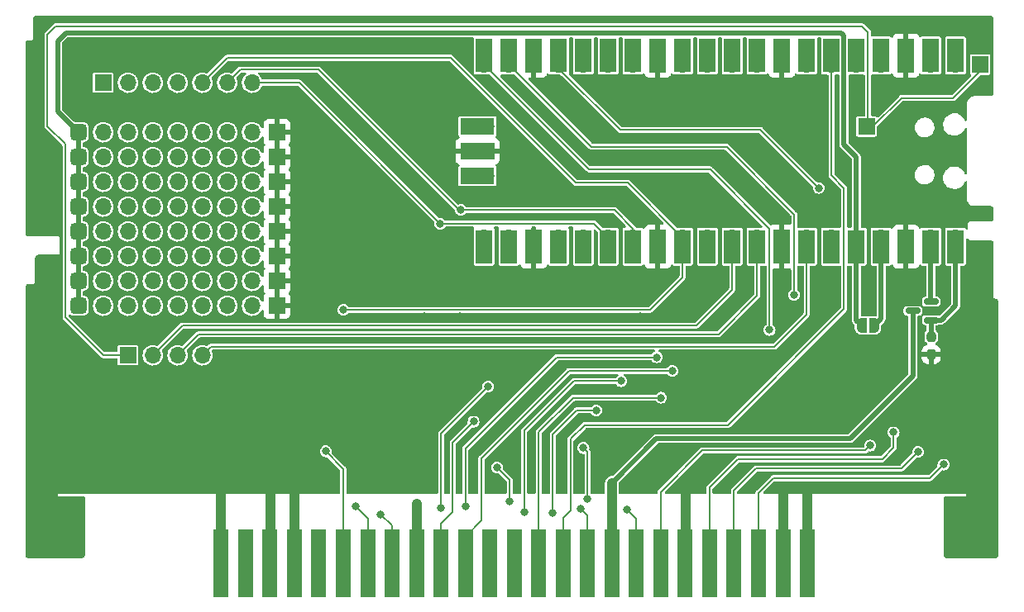
<source format=gtl>
G04 #@! TF.GenerationSoftware,KiCad,Pcbnew,(6.0.7)*
G04 #@! TF.CreationDate,2022-08-14T23:45:13+02:00*
G04 #@! TF.ProjectId,picocart64_v1_lite,7069636f-6361-4727-9436-345f76315f6c,rev?*
G04 #@! TF.SameCoordinates,Original*
G04 #@! TF.FileFunction,Copper,L1,Top*
G04 #@! TF.FilePolarity,Positive*
%FSLAX46Y46*%
G04 Gerber Fmt 4.6, Leading zero omitted, Abs format (unit mm)*
G04 Created by KiCad (PCBNEW (6.0.7)) date 2022-08-14 23:45:13*
%MOMM*%
%LPD*%
G01*
G04 APERTURE LIST*
G04 Aperture macros list*
%AMRoundRect*
0 Rectangle with rounded corners*
0 $1 Rounding radius*
0 $2 $3 $4 $5 $6 $7 $8 $9 X,Y pos of 4 corners*
0 Add a 4 corners polygon primitive as box body*
4,1,4,$2,$3,$4,$5,$6,$7,$8,$9,$2,$3,0*
0 Add four circle primitives for the rounded corners*
1,1,$1+$1,$2,$3*
1,1,$1+$1,$4,$5*
1,1,$1+$1,$6,$7*
1,1,$1+$1,$8,$9*
0 Add four rect primitives between the rounded corners*
20,1,$1+$1,$2,$3,$4,$5,0*
20,1,$1+$1,$4,$5,$6,$7,0*
20,1,$1+$1,$6,$7,$8,$9,0*
20,1,$1+$1,$8,$9,$2,$3,0*%
%AMFreePoly0*
4,1,22,0.500000,-0.750000,0.000000,-0.750000,0.000000,-0.745033,-0.079941,-0.743568,-0.215256,-0.701293,-0.333266,-0.622738,-0.424486,-0.514219,-0.481581,-0.384460,-0.499164,-0.250000,-0.500000,-0.250000,-0.500000,0.250000,-0.499164,0.250000,-0.499963,0.256109,-0.478152,0.396186,-0.417904,0.524511,-0.324060,0.630769,-0.204165,0.706417,-0.067858,0.745374,0.000000,0.744959,0.000000,0.750000,
0.500000,0.750000,0.500000,-0.750000,0.500000,-0.750000,$1*%
%AMFreePoly1*
4,1,20,0.000000,0.744959,0.073905,0.744508,0.209726,0.703889,0.328688,0.626782,0.421226,0.519385,0.479903,0.390333,0.500000,0.250000,0.500000,-0.250000,0.499851,-0.262216,0.476331,-0.402017,0.414519,-0.529596,0.319384,-0.634700,0.198574,-0.708877,0.061801,-0.746166,0.000000,-0.745033,0.000000,-0.750000,-0.500000,-0.750000,-0.500000,0.750000,0.000000,0.750000,0.000000,0.744959,
0.000000,0.744959,$1*%
G04 Aperture macros list end*
G04 #@! TA.AperFunction,SMDPad,CuDef*
%ADD10FreePoly0,180.000000*%
G04 #@! TD*
G04 #@! TA.AperFunction,SMDPad,CuDef*
%ADD11FreePoly1,180.000000*%
G04 #@! TD*
G04 #@! TA.AperFunction,ComponentPad*
%ADD12C,2.500000*%
G04 #@! TD*
G04 #@! TA.AperFunction,ComponentPad*
%ADD13R,1.700000X1.700000*%
G04 #@! TD*
G04 #@! TA.AperFunction,ComponentPad*
%ADD14O,1.700000X1.700000*%
G04 #@! TD*
G04 #@! TA.AperFunction,ComponentPad*
%ADD15RoundRect,0.425000X0.425000X-0.425000X0.425000X0.425000X-0.425000X0.425000X-0.425000X-0.425000X0*%
G04 #@! TD*
G04 #@! TA.AperFunction,SMDPad,CuDef*
%ADD16RoundRect,0.237500X-0.237500X0.250000X-0.237500X-0.250000X0.237500X-0.250000X0.237500X0.250000X0*%
G04 #@! TD*
G04 #@! TA.AperFunction,SMDPad,CuDef*
%ADD17R,1.700000X3.500000*%
G04 #@! TD*
G04 #@! TA.AperFunction,SMDPad,CuDef*
%ADD18R,3.500000X1.700000*%
G04 #@! TD*
G04 #@! TA.AperFunction,SMDPad,CuDef*
%ADD19RoundRect,0.150000X0.587500X0.150000X-0.587500X0.150000X-0.587500X-0.150000X0.587500X-0.150000X0*%
G04 #@! TD*
G04 #@! TA.AperFunction,SMDPad,CuDef*
%ADD20R,1.500000X7.000000*%
G04 #@! TD*
G04 #@! TA.AperFunction,ViaPad*
%ADD21C,0.800000*%
G04 #@! TD*
G04 #@! TA.AperFunction,Conductor*
%ADD22C,0.500000*%
G04 #@! TD*
G04 #@! TA.AperFunction,Conductor*
%ADD23C,1.000000*%
G04 #@! TD*
G04 #@! TA.AperFunction,Conductor*
%ADD24C,0.203200*%
G04 #@! TD*
G04 #@! TA.AperFunction,Conductor*
%ADD25C,1.016000*%
G04 #@! TD*
G04 APERTURE END LIST*
D10*
X187095000Y-91940000D03*
D11*
X185795000Y-91940000D03*
D12*
X102850000Y-112600000D03*
X197650000Y-112600000D03*
D13*
X197939990Y-65199997D03*
X186300000Y-71550000D03*
X110705000Y-95000000D03*
D14*
X113245000Y-95000000D03*
X115785000Y-95000000D03*
X118325000Y-95000000D03*
X115785000Y-74680000D03*
X110705000Y-79760000D03*
X108165000Y-89920000D03*
X115785000Y-72140000D03*
X108165000Y-82300000D03*
X110705000Y-84840000D03*
X115785000Y-84840000D03*
X123405000Y-77220000D03*
X118325000Y-72140000D03*
X108165000Y-72140000D03*
X120865000Y-77220000D03*
X108165000Y-84840000D03*
X110705000Y-72140000D03*
X123405000Y-82300000D03*
X113245000Y-74680000D03*
X108165000Y-77220000D03*
X115785000Y-79760000D03*
X118325000Y-77220000D03*
X115785000Y-82300000D03*
X120865000Y-89920000D03*
X120865000Y-87380000D03*
X120865000Y-84840000D03*
X113245000Y-77220000D03*
X115785000Y-87380000D03*
X110705000Y-82300000D03*
X108165000Y-87380000D03*
X118325000Y-79760000D03*
X110705000Y-74680000D03*
X108165000Y-79760000D03*
X123405000Y-79760000D03*
X113245000Y-87380000D03*
X115785000Y-89920000D03*
X110705000Y-77220000D03*
X123405000Y-72140000D03*
X120865000Y-72140000D03*
X113245000Y-79760000D03*
X113245000Y-72140000D03*
X123405000Y-87380000D03*
X115785000Y-77220000D03*
X123405000Y-84840000D03*
X113245000Y-84840000D03*
X113245000Y-82300000D03*
X118325000Y-89920000D03*
X118325000Y-87380000D03*
X118325000Y-82300000D03*
X108165000Y-74680000D03*
X110705000Y-89920000D03*
X110705000Y-87380000D03*
X113245000Y-89920000D03*
X120865000Y-79760000D03*
X123405000Y-74680000D03*
X120865000Y-82300000D03*
X120865000Y-74680000D03*
X123405000Y-89920000D03*
X118325000Y-84840000D03*
X118325000Y-74680000D03*
D15*
X105625000Y-79760000D03*
X105625000Y-72140000D03*
X105625000Y-87380000D03*
X105625000Y-89920000D03*
X105625000Y-84840000D03*
X105625000Y-82300000D03*
X105625000Y-74680000D03*
X105625000Y-77220000D03*
D13*
X125945000Y-87380000D03*
X125945000Y-74680000D03*
X125945000Y-72140000D03*
X125945000Y-89920000D03*
X125945000Y-84840000D03*
X125945000Y-82300000D03*
X125945000Y-77220000D03*
X125945000Y-79760000D03*
D16*
X192925000Y-93097500D03*
X192925000Y-94922500D03*
D17*
X195418600Y-64285000D03*
D14*
X195418600Y-65185000D03*
X192878600Y-65185000D03*
D17*
X192878600Y-64285000D03*
X190338600Y-64285000D03*
D13*
X190338600Y-65185000D03*
D14*
X187798600Y-65185000D03*
D17*
X187798600Y-64285000D03*
D14*
X185258600Y-65185000D03*
D17*
X185258600Y-64285000D03*
X182718600Y-64285000D03*
D14*
X182718600Y-65185000D03*
X180178600Y-65185000D03*
D17*
X180178600Y-64285000D03*
D13*
X177638600Y-65185000D03*
D17*
X177638600Y-64285000D03*
X175098600Y-64285000D03*
D14*
X175098600Y-65185000D03*
X172558600Y-65185000D03*
D17*
X172558600Y-64285000D03*
D14*
X170018600Y-65185000D03*
D17*
X170018600Y-64285000D03*
D14*
X167478600Y-65185000D03*
D17*
X167478600Y-64285000D03*
D13*
X164938600Y-65185000D03*
D17*
X164938600Y-64285000D03*
X162398600Y-64285000D03*
D14*
X162398600Y-65185000D03*
X159858600Y-65185000D03*
D17*
X159858600Y-64285000D03*
X157318600Y-64285000D03*
D14*
X157318600Y-65185000D03*
X154778600Y-65185000D03*
D17*
X154778600Y-64285000D03*
X152238600Y-64285000D03*
D13*
X152238600Y-65185000D03*
D14*
X149698600Y-65185000D03*
D17*
X149698600Y-64285000D03*
X147158600Y-64285000D03*
D14*
X147158600Y-65185000D03*
X147158600Y-82965000D03*
D17*
X147158600Y-83865000D03*
D14*
X149698600Y-82965000D03*
D17*
X149698600Y-83865000D03*
X152238600Y-83865000D03*
D13*
X152238600Y-82965000D03*
D17*
X154778600Y-83865000D03*
D14*
X154778600Y-82965000D03*
X157318600Y-82965000D03*
D17*
X157318600Y-83865000D03*
D14*
X159858600Y-82965000D03*
D17*
X159858600Y-83865000D03*
D14*
X162398600Y-82965000D03*
D17*
X162398600Y-83865000D03*
D13*
X164938600Y-82965000D03*
D17*
X164938600Y-83865000D03*
X167478600Y-83865000D03*
D14*
X167478600Y-82965000D03*
X170018600Y-82965000D03*
D17*
X170018600Y-83865000D03*
D14*
X172558600Y-82965000D03*
D17*
X172558600Y-83865000D03*
X175098600Y-83865000D03*
D14*
X175098600Y-82965000D03*
D13*
X177638600Y-82965000D03*
D17*
X177638600Y-83865000D03*
X180178600Y-83865000D03*
D14*
X180178600Y-82965000D03*
X182718600Y-82965000D03*
D17*
X182718600Y-83865000D03*
D14*
X185258600Y-82965000D03*
D17*
X185258600Y-83865000D03*
D14*
X187798600Y-82965000D03*
D17*
X187798600Y-83865000D03*
D13*
X190338600Y-82965000D03*
D17*
X190338600Y-83865000D03*
D14*
X192878600Y-82965000D03*
D17*
X192878600Y-83865000D03*
X195418600Y-83865000D03*
D14*
X195418600Y-82965000D03*
D18*
X146488600Y-71535000D03*
D14*
X147388600Y-71535000D03*
D13*
X147388600Y-74075000D03*
D18*
X146488600Y-74075000D03*
D14*
X147388600Y-76615000D03*
D18*
X146488600Y-76615000D03*
D13*
X108165000Y-67060000D03*
D14*
X110705000Y-67060000D03*
X113245000Y-67060000D03*
X115785000Y-67060000D03*
X118325000Y-67060000D03*
X120865000Y-67060000D03*
X123405000Y-67060000D03*
D19*
X192912500Y-91410000D03*
X192912500Y-89510000D03*
X191037500Y-90460000D03*
D20*
X180241000Y-116332000D03*
X177741000Y-116332000D03*
X175241000Y-116332000D03*
X172741000Y-116332000D03*
X170241000Y-116332000D03*
X167741000Y-116332000D03*
X165241000Y-116332000D03*
X162741000Y-116332000D03*
X160241000Y-116332000D03*
X157741000Y-116332000D03*
X155241000Y-116332000D03*
X152741000Y-116332000D03*
X150241000Y-116332000D03*
X147741000Y-116332000D03*
X145241000Y-116332000D03*
X142741000Y-116332000D03*
X140241000Y-116332000D03*
X137741000Y-116332000D03*
X135241000Y-116332000D03*
X132741000Y-116332000D03*
X130241000Y-116332000D03*
X127741000Y-116332000D03*
X125241000Y-116332000D03*
X122741000Y-116332000D03*
X120241000Y-116332000D03*
D21*
X180250000Y-111350000D03*
X180250000Y-108800000D03*
X177750000Y-111350000D03*
X177750000Y-108750000D03*
X167750000Y-108800000D03*
X167750000Y-110050000D03*
X127750000Y-111350000D03*
X127750000Y-108250000D03*
X125250000Y-108150000D03*
X125250000Y-111350000D03*
X120250000Y-111350000D03*
X120250000Y-108200000D03*
X130810000Y-63336550D03*
X141075000Y-91006500D03*
X140905318Y-73660000D03*
X181610000Y-68538966D03*
X115589704Y-102837791D03*
X190500000Y-87630000D03*
X105410000Y-63500000D03*
X101425000Y-92053295D03*
X177380000Y-80364914D03*
X192620000Y-80364914D03*
X110490000Y-107937495D03*
X115570000Y-107917791D03*
X197953903Y-92060000D03*
X157275000Y-78710000D03*
X168075000Y-100110000D03*
X180047000Y-92460000D03*
X189175000Y-108563500D03*
X181375000Y-96410000D03*
X137275000Y-79010000D03*
X138825000Y-107010000D03*
X105429704Y-102870000D03*
X148475000Y-89210000D03*
X164825000Y-78010000D03*
X129150000Y-100650000D03*
X125730000Y-102814488D03*
X183075000Y-80308167D03*
X152075000Y-78610000D03*
X102356903Y-77960000D03*
X110545560Y-98779704D03*
X102322855Y-75960000D03*
X179275000Y-98910000D03*
X115570000Y-63459124D03*
X162975000Y-88210000D03*
X101384142Y-89553295D03*
X176375000Y-68410000D03*
X197872187Y-87060000D03*
X132600000Y-88300000D03*
X101596097Y-107053295D03*
X173925000Y-97460000D03*
X179075000Y-78410000D03*
X167775000Y-91006500D03*
X102288806Y-73960000D03*
X187958792Y-80395000D03*
X120650000Y-63418266D03*
X172975000Y-80710000D03*
X164075000Y-108210000D03*
X162775000Y-80110000D03*
X197831329Y-84560000D03*
X115625560Y-98760000D03*
X149775000Y-98110000D03*
X147475000Y-103710000D03*
X171295000Y-68432806D03*
X195160000Y-80336540D03*
X176175000Y-75010000D03*
X195075000Y-67260000D03*
X102390951Y-79960000D03*
X185575000Y-94510000D03*
X159875000Y-78610000D03*
X139875000Y-87910000D03*
X173835000Y-68421403D03*
X149776384Y-74510000D03*
X149748011Y-72510000D03*
X190080000Y-80393288D03*
X195875000Y-97910000D03*
X163679048Y-68410000D03*
X120669704Y-102818088D03*
X168755000Y-68432805D03*
X137375000Y-83310000D03*
X139975000Y-104010000D03*
X144675000Y-91006500D03*
X197913045Y-89560000D03*
X169125000Y-88015000D03*
X198076477Y-99560000D03*
X129200000Y-82350000D03*
X120705560Y-97738088D03*
X135890000Y-63295692D03*
X183825000Y-76010000D03*
X197994761Y-94560000D03*
X159975000Y-88610000D03*
X152075000Y-71510000D03*
X195875000Y-102870000D03*
X101465858Y-94553295D03*
X181164600Y-89208800D03*
X182880000Y-87587963D03*
X191325000Y-69760000D03*
X169531400Y-106480800D03*
X101588432Y-102053295D03*
X198124999Y-104560000D03*
X154775000Y-78610000D03*
X192175000Y-108563500D03*
X198125000Y-107060000D03*
X102425000Y-85960000D03*
X152075000Y-88910000D03*
X102425000Y-81960000D03*
X149575000Y-78610000D03*
X101547574Y-99553295D03*
X170180000Y-80400496D03*
X140946176Y-68580000D03*
X186575000Y-74260000D03*
X150075000Y-106110000D03*
X166300000Y-106050000D03*
X142075000Y-84710000D03*
X140727800Y-98251200D03*
X125730000Y-63377408D03*
X105410000Y-107950000D03*
X186075000Y-108563500D03*
X132600000Y-82200000D03*
X173975000Y-88010000D03*
X187960000Y-97759352D03*
X105465560Y-97790000D03*
X110509704Y-102857495D03*
X160775000Y-68410000D03*
X101506716Y-97053295D03*
X198035619Y-97060000D03*
X151675000Y-75810000D03*
X167640000Y-80424141D03*
X163175000Y-91006500D03*
X166179048Y-68410000D03*
X139775000Y-81410000D03*
X101596096Y-104553295D03*
X198117335Y-102060000D03*
X155575000Y-68810000D03*
X149804758Y-76510000D03*
X129200000Y-91006500D03*
X125765856Y-97734488D03*
X110490000Y-63499982D03*
X140970000Y-63254834D03*
X174225000Y-102210000D03*
X130950000Y-104850000D03*
X136575000Y-111310000D03*
X142675000Y-81510000D03*
X160241000Y-110259000D03*
X140241000Y-110259000D03*
X140241000Y-111259000D03*
X160241000Y-111252000D03*
X144775000Y-80110000D03*
X133975000Y-110510000D03*
X194175000Y-106210000D03*
X191575000Y-104910000D03*
X189075000Y-102910000D03*
X186675000Y-104260000D03*
X165275000Y-99360000D03*
X166425000Y-96610000D03*
X146075000Y-101810000D03*
X147575000Y-98210000D03*
X142750000Y-110700000D03*
X164825000Y-95210000D03*
X145250000Y-110510000D03*
X161175000Y-97660000D03*
X151275000Y-111110000D03*
X154200000Y-111200000D03*
X158625000Y-100660000D03*
X181400000Y-77855000D03*
X178875000Y-88810000D03*
X176375000Y-92410000D03*
X161775000Y-110810000D03*
X148475000Y-106510000D03*
X149775000Y-110010000D03*
X157050000Y-110750000D03*
X157750000Y-109700000D03*
X157325000Y-104510000D03*
X132750000Y-90350000D03*
D22*
X185258600Y-82965000D02*
X185258600Y-91403600D01*
X187798600Y-82965000D02*
X187798600Y-91236400D01*
X187798600Y-91236400D02*
X187095000Y-91940000D01*
X185258600Y-91403600D02*
X185795000Y-91940000D01*
D23*
X167750000Y-116000000D02*
X167750000Y-108712000D01*
X125250000Y-116000000D02*
X125250000Y-108204000D01*
X120250000Y-116000000D02*
X120250000Y-108204000D01*
X177750000Y-116000000D02*
X177750000Y-108762000D01*
X127750000Y-116000000D02*
X127750000Y-108204000D01*
X180250000Y-116000000D02*
X180250000Y-108712000D01*
D22*
X104350000Y-61950000D02*
X103500000Y-62800000D01*
X105625000Y-72140000D02*
X105625000Y-89920000D01*
X185258600Y-82965000D02*
X185258600Y-74693600D01*
X183700000Y-61950000D02*
X104350000Y-61950000D01*
X185258600Y-74693600D02*
X184000000Y-73435000D01*
X184000000Y-73435000D02*
X184000000Y-62250000D01*
X103500000Y-62800000D02*
X103500000Y-70015000D01*
X103500000Y-70015000D02*
X105625000Y-72140000D01*
X184000000Y-62250000D02*
X183700000Y-61950000D01*
D24*
X130950000Y-104850000D02*
X132741000Y-106641000D01*
X132741000Y-106641000D02*
X132741000Y-116332000D01*
X137741000Y-112476000D02*
X137741000Y-116332000D01*
X142675000Y-81510000D02*
X128225000Y-67060000D01*
X142675000Y-81510000D02*
X158403600Y-81510000D01*
X128225000Y-67060000D02*
X123405000Y-67060000D01*
X136575000Y-111310000D02*
X137741000Y-112476000D01*
X158403600Y-81510000D02*
X159858600Y-82965000D01*
D25*
X160241000Y-110259000D02*
X160241000Y-108094000D01*
D22*
X160241000Y-108094000D02*
X164775000Y-103560000D01*
X184625000Y-103560000D02*
X191037500Y-97147500D01*
X164775000Y-103560000D02*
X184625000Y-103560000D01*
D25*
X140241000Y-110259000D02*
X140241000Y-116332000D01*
D22*
X191037500Y-97147500D02*
X191037500Y-90460000D01*
D25*
X160241000Y-110259000D02*
X160241000Y-116332000D01*
D24*
X160475000Y-80110000D02*
X162398600Y-82033600D01*
X122215000Y-65710000D02*
X120865000Y-67060000D01*
X162398600Y-82033600D02*
X162398600Y-82965000D01*
X130177894Y-65710000D02*
X122215000Y-65710000D01*
X144577894Y-80110000D02*
X130177894Y-65710000D01*
X144775000Y-80110000D02*
X144577894Y-80110000D01*
X144775000Y-80110000D02*
X160475000Y-80110000D01*
X185850000Y-61300000D02*
X103300000Y-61300000D01*
X104300000Y-73355000D02*
X104300000Y-91135000D01*
X197939990Y-65860010D02*
X197939990Y-65199997D01*
X186450000Y-61900000D02*
X185850000Y-61300000D01*
X108165000Y-95000000D02*
X110705000Y-95000000D01*
X186450000Y-71400000D02*
X186450000Y-61900000D01*
X189850000Y-68650000D02*
X195150000Y-68650000D01*
X102450000Y-71505000D02*
X104300000Y-73355000D01*
X186950000Y-71550000D02*
X189850000Y-68650000D01*
X104300000Y-91135000D02*
X108165000Y-95000000D01*
X186300000Y-71550000D02*
X186950000Y-71550000D01*
X186300000Y-71550000D02*
X186450000Y-71400000D01*
X195150000Y-68650000D02*
X197939990Y-65860010D01*
X102450000Y-62150000D02*
X102450000Y-71505000D01*
X103300000Y-61300000D02*
X102450000Y-62150000D01*
X168875000Y-91960000D02*
X116285000Y-91960000D01*
X116285000Y-91960000D02*
X113245000Y-95000000D01*
X172558600Y-88276400D02*
X168875000Y-91960000D01*
X172558600Y-82965000D02*
X172558600Y-88276400D01*
X117925000Y-92860000D02*
X115785000Y-95000000D01*
X171175000Y-92860000D02*
X117925000Y-92860000D01*
X175098600Y-88936400D02*
X171175000Y-92860000D01*
X175098600Y-82965000D02*
X175098600Y-88936400D01*
X180178600Y-82965000D02*
X180178600Y-90821400D01*
X176890000Y-94110000D02*
X119215000Y-94110000D01*
X180178600Y-90821400D02*
X176890000Y-94110000D01*
X119215000Y-94110000D02*
X118325000Y-95000000D01*
D22*
X195418600Y-89916400D02*
X193925000Y-91410000D01*
X193925000Y-91410000D02*
X192912500Y-91410000D01*
X192912500Y-93085000D02*
X192925000Y-93097500D01*
X195418600Y-82965000D02*
X195418600Y-89916400D01*
X192912500Y-91410000D02*
X192912500Y-93085000D01*
X192878600Y-89476100D02*
X192912500Y-89510000D01*
X192878600Y-82965000D02*
X192878600Y-89476100D01*
D24*
X133975000Y-110510000D02*
X135241000Y-111776000D01*
X135241000Y-111776000D02*
X135241000Y-116332000D01*
X194175000Y-106210000D02*
X192775000Y-107610000D01*
X192775000Y-107610000D02*
X176725000Y-107610000D01*
X175241000Y-109094000D02*
X175241000Y-116332000D01*
X176725000Y-107610000D02*
X175241000Y-109094000D01*
X172741000Y-108844000D02*
X172741000Y-116332000D01*
X189875000Y-106610000D02*
X174975000Y-106610000D01*
X174975000Y-106610000D02*
X172741000Y-108844000D01*
X191575000Y-104910000D02*
X189875000Y-106610000D01*
X173140000Y-105660000D02*
X170241000Y-108559000D01*
X187925000Y-105660000D02*
X173140000Y-105660000D01*
X189075000Y-102910000D02*
X189075000Y-104510000D01*
X189075000Y-104510000D02*
X187925000Y-105660000D01*
X170241000Y-108559000D02*
X170241000Y-116332000D01*
X165241000Y-109009000D02*
X169490000Y-104760000D01*
X165241000Y-116332000D02*
X165241000Y-109009000D01*
X169490000Y-104760000D02*
X186175000Y-104760000D01*
X186175000Y-104760000D02*
X186675000Y-104260000D01*
X157425000Y-102160000D02*
X156000000Y-103585000D01*
X155241000Y-111659000D02*
X155241000Y-116332000D01*
X182718600Y-76568600D02*
X184000000Y-77850000D01*
X184000000Y-90250000D02*
X172090000Y-102160000D01*
X156000000Y-110900000D02*
X155241000Y-111659000D01*
X184000000Y-77850000D02*
X184000000Y-90250000D01*
X182718600Y-65185000D02*
X182718600Y-76568600D01*
X156000000Y-103585000D02*
X156000000Y-110900000D01*
X172090000Y-102160000D02*
X157425000Y-102160000D01*
X152741000Y-102894000D02*
X156275000Y-99360000D01*
X152741000Y-116332000D02*
X152741000Y-102894000D01*
X156275000Y-99360000D02*
X165275000Y-99360000D01*
X146875000Y-111948000D02*
X146875000Y-105560000D01*
X146875000Y-105560000D02*
X155825000Y-96610000D01*
X155825000Y-96610000D02*
X166425000Y-96610000D01*
X145241000Y-116332000D02*
X145241000Y-113582000D01*
X145241000Y-113582000D02*
X146875000Y-111948000D01*
X142741000Y-112259000D02*
X142741000Y-116332000D01*
X143950000Y-103935000D02*
X143950000Y-111050000D01*
X143950000Y-111050000D02*
X142741000Y-112259000D01*
X146075000Y-101810000D02*
X143950000Y-103935000D01*
X142750000Y-103035000D02*
X142750000Y-110700000D01*
X147575000Y-98210000D02*
X142750000Y-103035000D01*
X154575000Y-95210000D02*
X164825000Y-95210000D01*
X145250000Y-104535000D02*
X154575000Y-95210000D01*
X145250000Y-110510000D02*
X145250000Y-104535000D01*
X151275000Y-102710000D02*
X156325000Y-97660000D01*
X156325000Y-97660000D02*
X161175000Y-97660000D01*
X151275000Y-111110000D02*
X151275000Y-102710000D01*
X154200000Y-103085000D02*
X156625000Y-100660000D01*
X154200000Y-111200000D02*
X154200000Y-103085000D01*
X156625000Y-100660000D02*
X158625000Y-100660000D01*
X181400000Y-77855000D02*
X175445000Y-71900000D01*
X161100000Y-71900000D02*
X154778600Y-65578600D01*
X154778600Y-65578600D02*
X154778600Y-65185000D01*
X175445000Y-71900000D02*
X161100000Y-71900000D01*
X171987500Y-73650000D02*
X158163600Y-73650000D01*
X158163600Y-73650000D02*
X149698600Y-65185000D01*
X178900000Y-80562500D02*
X171987500Y-73650000D01*
X178900000Y-88785000D02*
X178900000Y-80562500D01*
X178875000Y-88810000D02*
X178900000Y-88785000D01*
X147158600Y-65185000D02*
X157923600Y-75950000D01*
X176375000Y-82033400D02*
X176375000Y-92410000D01*
X170291600Y-75950000D02*
X176375000Y-82033400D01*
X157923600Y-75950000D02*
X170291600Y-75950000D01*
X162741000Y-111776000D02*
X162741000Y-116332000D01*
X161775000Y-110810000D02*
X162741000Y-111776000D01*
X149775000Y-107810000D02*
X148475000Y-106510000D01*
X149775000Y-110010000D02*
X149775000Y-107810000D01*
X157741000Y-111441000D02*
X157741000Y-116332000D01*
X157050000Y-110750000D02*
X157741000Y-111441000D01*
X157750000Y-104935000D02*
X157325000Y-104510000D01*
X157750000Y-109700000D02*
X157750000Y-104935000D01*
X132750000Y-90350000D02*
X164135000Y-90350000D01*
X161823600Y-77310000D02*
X156510000Y-77310000D01*
X167478600Y-87006400D02*
X167478600Y-82965000D01*
X164135000Y-90350000D02*
X167478600Y-87006400D01*
X120875000Y-64510000D02*
X118325000Y-67060000D01*
X143710000Y-64510000D02*
X120875000Y-64510000D01*
X167478600Y-82965000D02*
X161823600Y-77310000D01*
X156510000Y-77310000D02*
X143710000Y-64510000D01*
G04 #@! TA.AperFunction,Conductor*
G36*
X103500000Y-109500000D02*
G01*
X106200500Y-109500000D01*
X106258691Y-109518907D01*
X106294655Y-109568407D01*
X106299500Y-109599000D01*
X106299500Y-115465983D01*
X106296982Y-115488169D01*
X106294344Y-115499641D01*
X106296739Y-115510227D01*
X106295587Y-115524697D01*
X106287294Y-115577063D01*
X106277725Y-115606518D01*
X106249419Y-115662071D01*
X106231215Y-115687128D01*
X106187128Y-115731215D01*
X106162068Y-115749421D01*
X106106521Y-115777723D01*
X106077065Y-115787294D01*
X106024499Y-115795619D01*
X106010609Y-115796701D01*
X106000359Y-115794344D01*
X105989487Y-115796804D01*
X105989207Y-115796867D01*
X105988359Y-115797059D01*
X105966512Y-115799500D01*
X100534017Y-115799500D01*
X100511831Y-115796982D01*
X100511224Y-115796842D01*
X100511222Y-115796842D01*
X100500359Y-115794344D01*
X100489773Y-115796739D01*
X100475303Y-115795587D01*
X100422937Y-115787294D01*
X100393482Y-115777725D01*
X100337929Y-115749419D01*
X100312872Y-115731215D01*
X100268785Y-115687128D01*
X100250581Y-115662071D01*
X100222275Y-115606518D01*
X100212706Y-115577065D01*
X100205281Y-115530185D01*
X100204738Y-115504672D01*
X100205655Y-115500718D01*
X100205656Y-115500000D01*
X100203096Y-115488776D01*
X100202980Y-115488266D01*
X100200500Y-115466248D01*
X100200500Y-88500000D01*
X103500000Y-88500000D01*
X103500000Y-109500000D01*
G37*
G04 #@! TD.AperFunction*
G04 #@! TA.AperFunction,Conductor*
G36*
X199799500Y-115465983D02*
G01*
X199796982Y-115488169D01*
X199794344Y-115499641D01*
X199796739Y-115510227D01*
X199795587Y-115524697D01*
X199787294Y-115577063D01*
X199777725Y-115606518D01*
X199749419Y-115662071D01*
X199731215Y-115687128D01*
X199687128Y-115731215D01*
X199662068Y-115749421D01*
X199606521Y-115777723D01*
X199577065Y-115787294D01*
X199524499Y-115795619D01*
X199510609Y-115796701D01*
X199500359Y-115794344D01*
X199489487Y-115796804D01*
X199489207Y-115796867D01*
X199488359Y-115797059D01*
X199466512Y-115799500D01*
X194534017Y-115799500D01*
X194511831Y-115796982D01*
X194511224Y-115796842D01*
X194511222Y-115796842D01*
X194500359Y-115794344D01*
X194489773Y-115796739D01*
X194475303Y-115795587D01*
X194422937Y-115787294D01*
X194393482Y-115777725D01*
X194337929Y-115749419D01*
X194312872Y-115731215D01*
X194268785Y-115687128D01*
X194250581Y-115662071D01*
X194222275Y-115606518D01*
X194212706Y-115577065D01*
X194205281Y-115530185D01*
X194204738Y-115504672D01*
X194205655Y-115500718D01*
X194205656Y-115500000D01*
X194203096Y-115488776D01*
X194202980Y-115488266D01*
X194200500Y-115466248D01*
X194200500Y-109599000D01*
X194219407Y-109540809D01*
X194268907Y-109504845D01*
X194299500Y-109500000D01*
X196500000Y-109500000D01*
X196500000Y-90000000D01*
X199799500Y-90000000D01*
X199799500Y-115465983D01*
G37*
G04 #@! TD.AperFunction*
G04 #@! TA.AperFunction,Conductor*
G36*
X198980243Y-60202466D02*
G01*
X198985811Y-60202476D01*
X198999641Y-60205656D01*
X199010806Y-60203130D01*
X199022451Y-60204056D01*
X199072845Y-60212038D01*
X199110330Y-60224218D01*
X199158264Y-60248641D01*
X199190155Y-60271812D01*
X199228188Y-60309845D01*
X199251359Y-60341736D01*
X199275781Y-60389668D01*
X199287963Y-60427159D01*
X199295952Y-60477604D01*
X199296827Y-60488842D01*
X199294344Y-60499641D01*
X199297475Y-60513480D01*
X199297467Y-60518407D01*
X199299483Y-60536491D01*
X199297753Y-64260825D01*
X199295969Y-68101288D01*
X199295965Y-68109331D01*
X199293982Y-68126760D01*
X199293972Y-68132242D01*
X199290791Y-68146069D01*
X199293316Y-68157233D01*
X199292387Y-68168889D01*
X199284404Y-68219270D01*
X199272222Y-68256758D01*
X199247793Y-68304698D01*
X199224623Y-68336586D01*
X199186586Y-68374623D01*
X199154698Y-68397793D01*
X199106758Y-68422222D01*
X199069271Y-68434404D01*
X199043510Y-68438486D01*
X199018828Y-68442397D01*
X199007587Y-68443273D01*
X198996787Y-68440791D01*
X198982949Y-68443923D01*
X198978528Y-68443916D01*
X198959853Y-68446023D01*
X198445436Y-68447101D01*
X197337292Y-68449422D01*
X197308574Y-68446166D01*
X197300718Y-68444345D01*
X197300000Y-68444344D01*
X197293070Y-68445925D01*
X197291703Y-68446078D01*
X197278444Y-68448234D01*
X197168841Y-68459029D01*
X197162678Y-68459636D01*
X197156760Y-68461431D01*
X197156756Y-68461432D01*
X197085707Y-68482985D01*
X197030633Y-68499691D01*
X196908940Y-68564738D01*
X196904157Y-68568664D01*
X196904153Y-68568666D01*
X196812164Y-68644159D01*
X196802275Y-68652275D01*
X196798353Y-68657054D01*
X196718666Y-68754153D01*
X196718664Y-68754157D01*
X196714738Y-68758940D01*
X196649691Y-68880633D01*
X196609636Y-69012678D01*
X196609029Y-69018841D01*
X196598288Y-69127897D01*
X196597530Y-69132534D01*
X196597525Y-69135652D01*
X196597497Y-69135931D01*
X196594344Y-69149641D01*
X196597476Y-69163480D01*
X196597467Y-69168311D01*
X196599500Y-69186504D01*
X196599500Y-70873517D01*
X196579498Y-70941638D01*
X196525842Y-70988131D01*
X196455568Y-70998235D01*
X196390988Y-70968741D01*
X196355288Y-70917128D01*
X196333471Y-70857991D01*
X196331473Y-70852575D01*
X196297546Y-70795548D01*
X196226316Y-70675821D01*
X196226315Y-70675820D01*
X196223362Y-70670856D01*
X196083945Y-70511881D01*
X195917892Y-70380976D01*
X195912781Y-70378287D01*
X195912778Y-70378285D01*
X195811604Y-70325055D01*
X195730764Y-70282523D01*
X195528827Y-70219820D01*
X195514401Y-70218113D01*
X195360832Y-70199936D01*
X195360825Y-70199936D01*
X195357145Y-70199500D01*
X195234959Y-70199500D01*
X195078040Y-70213919D01*
X195072478Y-70215488D01*
X195072476Y-70215488D01*
X195016375Y-70231310D01*
X194874531Y-70271314D01*
X194869353Y-70273867D01*
X194869349Y-70273869D01*
X194761972Y-70326822D01*
X194684890Y-70364835D01*
X194677229Y-70370556D01*
X194523023Y-70485707D01*
X194515467Y-70491349D01*
X194462585Y-70548557D01*
X194401675Y-70614449D01*
X194371937Y-70646619D01*
X194368856Y-70651502D01*
X194280510Y-70791522D01*
X194259105Y-70825446D01*
X194180752Y-71021840D01*
X194179627Y-71027497D01*
X194179625Y-71027503D01*
X194142303Y-71215137D01*
X194139501Y-71229225D01*
X194139425Y-71235000D01*
X194139425Y-71235004D01*
X194138501Y-71305635D01*
X194136733Y-71440654D01*
X194137712Y-71446351D01*
X194137712Y-71446352D01*
X194166801Y-71615639D01*
X194172541Y-71649047D01*
X194245727Y-71847425D01*
X194248679Y-71852386D01*
X194248679Y-71852387D01*
X194297811Y-71934970D01*
X194353838Y-72029144D01*
X194493255Y-72188119D01*
X194659308Y-72319024D01*
X194664419Y-72321713D01*
X194664422Y-72321715D01*
X194713764Y-72347675D01*
X194846436Y-72417477D01*
X195048373Y-72480180D01*
X195054110Y-72480859D01*
X195216368Y-72500064D01*
X195216375Y-72500064D01*
X195220055Y-72500500D01*
X195342241Y-72500500D01*
X195499160Y-72486081D01*
X195504722Y-72484512D01*
X195504724Y-72484512D01*
X195570146Y-72466061D01*
X195702669Y-72428686D01*
X195707847Y-72426133D01*
X195707851Y-72426131D01*
X195887131Y-72337719D01*
X195892310Y-72335165D01*
X196061733Y-72208651D01*
X196171104Y-72090334D01*
X196201343Y-72057622D01*
X196201345Y-72057620D01*
X196205263Y-72053381D01*
X196217815Y-72033488D01*
X196315016Y-71879434D01*
X196315016Y-71879433D01*
X196318095Y-71874554D01*
X196356470Y-71778366D01*
X196400291Y-71722507D01*
X196467355Y-71699206D01*
X196536370Y-71715862D01*
X196585424Y-71767186D01*
X196599500Y-71825056D01*
X196599500Y-76323517D01*
X196579498Y-76391638D01*
X196525842Y-76438131D01*
X196455568Y-76448235D01*
X196390988Y-76418741D01*
X196355288Y-76367128D01*
X196333471Y-76307991D01*
X196331473Y-76302575D01*
X196302475Y-76253833D01*
X196226316Y-76125821D01*
X196226315Y-76125820D01*
X196223362Y-76120856D01*
X196083945Y-75961881D01*
X195917892Y-75830976D01*
X195912781Y-75828287D01*
X195912778Y-75828285D01*
X195782354Y-75759666D01*
X195730764Y-75732523D01*
X195528827Y-75669820D01*
X195499383Y-75666335D01*
X195360832Y-75649936D01*
X195360825Y-75649936D01*
X195357145Y-75649500D01*
X195234959Y-75649500D01*
X195078040Y-75663919D01*
X195072478Y-75665488D01*
X195072476Y-75665488D01*
X195041575Y-75674203D01*
X194874531Y-75721314D01*
X194869353Y-75723867D01*
X194869349Y-75723869D01*
X194748139Y-75783644D01*
X194684890Y-75814835D01*
X194515467Y-75941349D01*
X194451707Y-76010324D01*
X194401039Y-76065137D01*
X194371937Y-76096619D01*
X194368856Y-76101502D01*
X194264025Y-76267649D01*
X194259105Y-76275446D01*
X194180752Y-76471840D01*
X194179627Y-76477497D01*
X194179625Y-76477503D01*
X194140628Y-76673558D01*
X194139501Y-76679225D01*
X194139425Y-76685000D01*
X194139425Y-76685004D01*
X194138573Y-76750097D01*
X194136733Y-76890654D01*
X194137712Y-76896351D01*
X194137712Y-76896352D01*
X194156854Y-77007750D01*
X194172541Y-77099047D01*
X194245727Y-77297425D01*
X194248679Y-77302386D01*
X194248679Y-77302387D01*
X194340099Y-77456050D01*
X194353838Y-77479144D01*
X194493255Y-77638119D01*
X194659308Y-77769024D01*
X194664419Y-77771713D01*
X194664422Y-77771715D01*
X194743959Y-77813561D01*
X194846436Y-77867477D01*
X195048373Y-77930180D01*
X195054110Y-77930859D01*
X195216368Y-77950064D01*
X195216375Y-77950064D01*
X195220055Y-77950500D01*
X195342241Y-77950500D01*
X195499160Y-77936081D01*
X195504722Y-77934512D01*
X195504724Y-77934512D01*
X195560825Y-77918690D01*
X195702669Y-77878686D01*
X195707847Y-77876133D01*
X195707851Y-77876131D01*
X195887131Y-77787719D01*
X195892310Y-77785165D01*
X195998735Y-77705694D01*
X196057109Y-77662104D01*
X196057110Y-77662103D01*
X196061733Y-77658651D01*
X196205263Y-77503381D01*
X196220101Y-77479865D01*
X196315016Y-77329434D01*
X196315016Y-77329433D01*
X196318095Y-77324554D01*
X196356470Y-77228366D01*
X196400291Y-77172507D01*
X196467355Y-77149206D01*
X196536370Y-77165862D01*
X196585424Y-77217186D01*
X196599500Y-77275056D01*
X196599500Y-78962920D01*
X196597534Y-78980242D01*
X196597524Y-78985811D01*
X196594344Y-78999641D01*
X196597410Y-79013191D01*
X196597475Y-79013850D01*
X196597470Y-79016616D01*
X196598179Y-79020994D01*
X196609636Y-79137322D01*
X196611431Y-79143240D01*
X196611432Y-79143244D01*
X196616182Y-79158903D01*
X196649691Y-79269367D01*
X196714738Y-79391060D01*
X196718664Y-79395843D01*
X196718666Y-79395847D01*
X196794200Y-79487885D01*
X196802275Y-79497725D01*
X196807054Y-79501647D01*
X196904153Y-79581334D01*
X196904157Y-79581336D01*
X196908940Y-79585262D01*
X197030633Y-79650309D01*
X197085707Y-79667015D01*
X197156756Y-79688568D01*
X197156760Y-79688569D01*
X197162678Y-79690364D01*
X197277366Y-79701660D01*
X197290760Y-79703862D01*
X197292324Y-79704042D01*
X197299282Y-79705655D01*
X197300000Y-79705656D01*
X197308775Y-79703654D01*
X197336790Y-79700500D01*
X198962920Y-79700500D01*
X198980243Y-79702466D01*
X198985811Y-79702476D01*
X198999641Y-79705656D01*
X199010806Y-79703130D01*
X199022451Y-79704056D01*
X199072845Y-79712038D01*
X199110330Y-79724218D01*
X199158264Y-79748641D01*
X199190155Y-79771812D01*
X199228188Y-79809845D01*
X199251359Y-79841736D01*
X199275781Y-79889668D01*
X199287963Y-79927157D01*
X199290695Y-79944411D01*
X199295952Y-79977604D01*
X199296827Y-79988842D01*
X199294344Y-79999641D01*
X199297475Y-80013480D01*
X199297467Y-80018309D01*
X199299500Y-80036504D01*
X199299500Y-80962920D01*
X199297534Y-80980243D01*
X199297524Y-80985811D01*
X199294344Y-80999641D01*
X199296870Y-81010806D01*
X199295944Y-81022451D01*
X199287963Y-81072842D01*
X199275782Y-81110330D01*
X199253160Y-81154730D01*
X199251360Y-81158263D01*
X199228188Y-81190155D01*
X199190155Y-81228188D01*
X199158264Y-81251359D01*
X199110332Y-81275781D01*
X199072843Y-81287963D01*
X199060067Y-81289986D01*
X199022396Y-81295952D01*
X199011158Y-81296827D01*
X199000359Y-81294344D01*
X198986520Y-81297475D01*
X198981691Y-81297467D01*
X198963496Y-81299500D01*
X196905892Y-81299500D01*
X196868626Y-81299467D01*
X196868624Y-81299467D01*
X196854437Y-81299455D01*
X196841646Y-81305597D01*
X196836733Y-81306713D01*
X196829183Y-81309350D01*
X196824649Y-81311532D01*
X196810815Y-81314688D01*
X196799720Y-81323529D01*
X196794846Y-81325875D01*
X196788994Y-81329546D01*
X196784762Y-81332912D01*
X196771976Y-81339052D01*
X196763116Y-81350131D01*
X196759176Y-81353265D01*
X196753515Y-81358916D01*
X196750373Y-81362852D01*
X196739276Y-81371695D01*
X196733111Y-81384477D01*
X196729737Y-81388704D01*
X196726058Y-81394547D01*
X196723707Y-81399410D01*
X196714844Y-81410492D01*
X196711664Y-81424320D01*
X196709474Y-81428851D01*
X196706824Y-81436397D01*
X196705700Y-81441307D01*
X196699535Y-81454087D01*
X196699515Y-81477155D01*
X196697490Y-81477153D01*
X196697474Y-81477219D01*
X196699500Y-81477219D01*
X196699500Y-81494108D01*
X196699455Y-81545563D01*
X196694650Y-81545559D01*
X196694644Y-81545657D01*
X196699500Y-81545657D01*
X196699500Y-81993970D01*
X196679498Y-82062091D01*
X196625842Y-82108584D01*
X196555568Y-82118688D01*
X196490988Y-82089194D01*
X196459098Y-82044971D01*
X196457467Y-82036769D01*
X196447442Y-82021765D01*
X196420043Y-81980761D01*
X196413152Y-81970448D01*
X196346831Y-81926133D01*
X196334662Y-81923712D01*
X196334661Y-81923712D01*
X196294416Y-81915707D01*
X196288348Y-81914500D01*
X195480689Y-81914500D01*
X195467519Y-81913810D01*
X195432098Y-81910087D01*
X195432096Y-81910087D01*
X195425969Y-81909443D01*
X195377982Y-81913810D01*
X195376103Y-81913981D01*
X195364684Y-81914500D01*
X194548852Y-81914500D01*
X194542784Y-81915707D01*
X194502539Y-81923712D01*
X194502538Y-81923712D01*
X194490369Y-81926133D01*
X194424048Y-81970448D01*
X194417157Y-81980761D01*
X194389759Y-82021765D01*
X194379733Y-82036769D01*
X194368100Y-82095252D01*
X194368100Y-82898817D01*
X194367315Y-82912862D01*
X194363807Y-82944137D01*
X194363120Y-82950262D01*
X194363636Y-82956405D01*
X194367658Y-83004302D01*
X194368100Y-83014846D01*
X194368100Y-85634748D01*
X194379733Y-85693231D01*
X194386626Y-85703547D01*
X194390803Y-85709798D01*
X194424048Y-85759552D01*
X194490369Y-85803867D01*
X194502538Y-85806288D01*
X194502539Y-85806288D01*
X194542784Y-85814293D01*
X194548852Y-85815500D01*
X194842100Y-85815500D01*
X194910221Y-85835502D01*
X194956714Y-85889158D01*
X194968100Y-85941500D01*
X194968100Y-89677607D01*
X194948098Y-89745728D01*
X194931195Y-89766702D01*
X193783958Y-90913939D01*
X193721646Y-90947965D01*
X193650831Y-90942900D01*
X193639531Y-90938045D01*
X193614541Y-90925830D01*
X193601518Y-90919464D01*
X193563646Y-90913939D01*
X193537744Y-90910160D01*
X193537740Y-90910160D01*
X193533218Y-90909500D01*
X192291782Y-90909500D01*
X192287232Y-90910170D01*
X192287229Y-90910170D01*
X192232574Y-90918216D01*
X192232573Y-90918216D01*
X192222888Y-90919642D01*
X192175517Y-90942900D01*
X192127493Y-90966478D01*
X192127491Y-90966479D01*
X192118145Y-90971068D01*
X192080802Y-91008476D01*
X192058293Y-91031025D01*
X192035707Y-91053650D01*
X191984464Y-91158482D01*
X191974500Y-91226782D01*
X191974500Y-91593218D01*
X191984642Y-91662112D01*
X192003784Y-91701100D01*
X192021434Y-91737048D01*
X192036068Y-91766855D01*
X192051145Y-91781906D01*
X192110368Y-91841025D01*
X192118650Y-91849293D01*
X192128006Y-91853866D01*
X192128007Y-91853867D01*
X192160460Y-91869730D01*
X192223482Y-91900536D01*
X192253973Y-91904984D01*
X192287256Y-91909840D01*
X192287260Y-91909840D01*
X192291782Y-91910500D01*
X192336000Y-91910500D01*
X192404121Y-91930502D01*
X192450614Y-91984158D01*
X192462000Y-92036500D01*
X192462000Y-92405926D01*
X192441998Y-92474047D01*
X192410859Y-92507277D01*
X192381864Y-92528693D01*
X192381860Y-92528697D01*
X192374289Y-92534289D01*
X192368697Y-92541860D01*
X192310047Y-92621267D01*
X192296039Y-92640232D01*
X192292918Y-92649119D01*
X192292917Y-92649121D01*
X192257503Y-92749966D01*
X192252399Y-92764500D01*
X192249500Y-92795167D01*
X192249501Y-93399832D01*
X192252399Y-93430500D01*
X192296039Y-93554768D01*
X192374289Y-93660711D01*
X192473472Y-93733968D01*
X192473475Y-93733971D01*
X192480232Y-93738961D01*
X192479547Y-93739888D01*
X192523934Y-93783143D01*
X192539921Y-93852316D01*
X192515971Y-93919151D01*
X192454013Y-93964475D01*
X192376052Y-93990485D01*
X192362885Y-93996653D01*
X192227508Y-94080426D01*
X192216110Y-94089460D01*
X192103637Y-94202129D01*
X192094625Y-94213540D01*
X192011088Y-94349063D01*
X192004944Y-94362241D01*
X191954685Y-94513766D01*
X191951819Y-94527132D01*
X191942328Y-94619770D01*
X191942000Y-94626185D01*
X191942000Y-94650385D01*
X191946475Y-94665624D01*
X191947865Y-94666829D01*
X191955548Y-94668500D01*
X193889885Y-94668500D01*
X193905124Y-94664025D01*
X193906329Y-94662635D01*
X193908000Y-94654952D01*
X193908000Y-94626234D01*
X193907663Y-94619718D01*
X193897925Y-94525868D01*
X193895032Y-94512472D01*
X193844512Y-94361047D01*
X193838347Y-94347885D01*
X193754574Y-94212508D01*
X193745540Y-94201110D01*
X193632871Y-94088637D01*
X193621460Y-94079625D01*
X193485937Y-93996088D01*
X193472760Y-93989944D01*
X193396193Y-93964548D01*
X193337833Y-93924118D01*
X193310596Y-93858554D01*
X193323129Y-93788672D01*
X193370586Y-93740068D01*
X193369768Y-93738961D01*
X193376577Y-93733932D01*
X193376578Y-93733931D01*
X193475711Y-93660711D01*
X193553961Y-93554768D01*
X193597601Y-93430500D01*
X193600500Y-93399833D01*
X193600499Y-92795168D01*
X193597601Y-92764500D01*
X193592497Y-92749966D01*
X193557083Y-92649121D01*
X193557082Y-92649119D01*
X193553961Y-92640232D01*
X193539954Y-92621267D01*
X193481303Y-92541860D01*
X193475711Y-92534289D01*
X193414141Y-92488813D01*
X193371230Y-92432252D01*
X193363000Y-92387461D01*
X193363000Y-92036500D01*
X193383002Y-91968379D01*
X193436658Y-91921886D01*
X193489000Y-91910500D01*
X193533218Y-91910500D01*
X193537768Y-91909830D01*
X193537771Y-91909830D01*
X193561425Y-91906348D01*
X193602112Y-91900358D01*
X193610903Y-91896042D01*
X193610906Y-91896041D01*
X193657026Y-91873397D01*
X193712556Y-91860500D01*
X193890780Y-91860500D01*
X193905589Y-91861373D01*
X193939310Y-91865364D01*
X193948574Y-91863672D01*
X193948575Y-91863672D01*
X193997001Y-91854828D01*
X194000904Y-91854178D01*
X194049645Y-91846850D01*
X194049646Y-91846850D01*
X194058962Y-91845449D01*
X194065475Y-91842321D01*
X194072573Y-91841025D01*
X194124647Y-91813975D01*
X194128137Y-91812232D01*
X194181079Y-91786809D01*
X194186365Y-91781923D01*
X194186413Y-91781890D01*
X194192788Y-91778579D01*
X194197828Y-91774275D01*
X194235055Y-91737048D01*
X194238621Y-91733618D01*
X194256359Y-91717221D01*
X194280556Y-91694854D01*
X194284249Y-91688495D01*
X194289766Y-91682337D01*
X195712950Y-90259153D01*
X195724039Y-90249299D01*
X195743309Y-90234107D01*
X195743311Y-90234105D01*
X195750710Y-90228272D01*
X195757698Y-90218162D01*
X195784055Y-90180025D01*
X195786357Y-90176803D01*
X195788428Y-90174000D01*
X195821234Y-90129584D01*
X195823627Y-90122768D01*
X195827731Y-90116831D01*
X195832060Y-90103145D01*
X195836950Y-90087683D01*
X195845426Y-90060881D01*
X195846671Y-90057150D01*
X195862996Y-90010663D01*
X195862996Y-90010661D01*
X195866119Y-90001769D01*
X195866401Y-89994581D01*
X195866412Y-89994522D01*
X195868580Y-89987670D01*
X195869100Y-89981063D01*
X195869100Y-89928384D01*
X195869197Y-89923437D01*
X195871068Y-89875818D01*
X195871438Y-89866406D01*
X195869554Y-89859300D01*
X195869100Y-89851056D01*
X195869100Y-85941500D01*
X195889102Y-85873379D01*
X195942758Y-85826886D01*
X195995100Y-85815500D01*
X196288348Y-85815500D01*
X196294416Y-85814293D01*
X196334661Y-85806288D01*
X196334662Y-85806288D01*
X196346831Y-85803867D01*
X196413152Y-85759552D01*
X196446397Y-85709798D01*
X196450574Y-85703547D01*
X196457467Y-85693231D01*
X196469100Y-85634748D01*
X196469100Y-83123974D01*
X196489102Y-83055853D01*
X196542758Y-83009360D01*
X196613032Y-82999256D01*
X196677612Y-83028750D01*
X196708636Y-83069333D01*
X196711532Y-83075351D01*
X196714688Y-83089185D01*
X196723529Y-83100280D01*
X196725875Y-83105154D01*
X196729546Y-83111006D01*
X196732912Y-83115238D01*
X196739052Y-83128024D01*
X196750131Y-83136884D01*
X196753265Y-83140824D01*
X196758916Y-83146485D01*
X196762852Y-83149627D01*
X196771695Y-83160724D01*
X196784477Y-83166889D01*
X196788704Y-83170263D01*
X196794547Y-83173942D01*
X196799410Y-83176293D01*
X196810492Y-83185156D01*
X196824320Y-83188336D01*
X196828851Y-83190526D01*
X196836397Y-83193176D01*
X196841307Y-83194300D01*
X196854087Y-83200465D01*
X196877155Y-83200485D01*
X196877153Y-83202510D01*
X196877219Y-83202526D01*
X196877219Y-83200500D01*
X196894108Y-83200500D01*
X196945563Y-83200545D01*
X196945559Y-83205350D01*
X196945657Y-83205356D01*
X196945657Y-83200500D01*
X198962920Y-83200500D01*
X198980243Y-83202466D01*
X198985811Y-83202476D01*
X198999641Y-83205656D01*
X199010806Y-83203130D01*
X199022451Y-83204056D01*
X199072845Y-83212038D01*
X199110330Y-83224218D01*
X199158264Y-83248641D01*
X199190155Y-83271812D01*
X199228188Y-83309845D01*
X199251359Y-83341736D01*
X199255032Y-83348944D01*
X199275781Y-83389668D01*
X199287963Y-83427159D01*
X199295952Y-83477604D01*
X199296827Y-83488842D01*
X199294344Y-83499641D01*
X199297475Y-83513480D01*
X199297467Y-83518309D01*
X199299500Y-83536504D01*
X199299500Y-88994108D01*
X199299471Y-89027755D01*
X199299455Y-89045563D01*
X199305597Y-89058354D01*
X199306713Y-89063267D01*
X199309350Y-89070817D01*
X199311532Y-89075351D01*
X199314688Y-89089185D01*
X199323529Y-89100280D01*
X199325875Y-89105154D01*
X199329546Y-89111006D01*
X199332912Y-89115238D01*
X199339052Y-89128024D01*
X199350131Y-89136884D01*
X199353265Y-89140824D01*
X199358916Y-89146485D01*
X199362852Y-89149627D01*
X199371695Y-89160724D01*
X199384477Y-89166889D01*
X199388704Y-89170263D01*
X199394547Y-89173942D01*
X199399410Y-89176293D01*
X199410492Y-89185156D01*
X199424320Y-89188336D01*
X199428851Y-89190526D01*
X199436397Y-89193176D01*
X199441307Y-89194300D01*
X199454087Y-89200465D01*
X199468277Y-89200477D01*
X199473546Y-89201684D01*
X199480410Y-89202466D01*
X199485810Y-89202476D01*
X199499641Y-89205656D01*
X199510806Y-89203130D01*
X199522451Y-89204056D01*
X199572845Y-89212038D01*
X199610330Y-89224218D01*
X199658264Y-89248641D01*
X199690155Y-89271812D01*
X199728188Y-89309845D01*
X199751359Y-89341736D01*
X199775781Y-89389668D01*
X199787963Y-89427159D01*
X199795952Y-89477604D01*
X199796827Y-89488842D01*
X199794344Y-89499641D01*
X199797475Y-89513480D01*
X199797467Y-89518309D01*
X199799500Y-89536504D01*
X199799500Y-109094000D01*
X199779498Y-109162121D01*
X199725842Y-109208614D01*
X199673500Y-109220000D01*
X175846424Y-109220000D01*
X175778303Y-109199998D01*
X175731810Y-109146342D01*
X175721706Y-109076068D01*
X175751200Y-109011488D01*
X175757329Y-109004905D01*
X176813229Y-107949005D01*
X176875541Y-107914979D01*
X176902324Y-107912100D01*
X192722322Y-107912100D01*
X192725048Y-107912300D01*
X192730104Y-107914036D01*
X192779304Y-107912189D01*
X192784030Y-107912100D01*
X192803097Y-107912100D01*
X192807845Y-107911216D01*
X192811439Y-107910983D01*
X192830941Y-107910251D01*
X192830943Y-107910250D01*
X192842566Y-107909814D01*
X192853255Y-107905222D01*
X192857685Y-107904223D01*
X192869951Y-107900497D01*
X192874201Y-107898857D01*
X192885639Y-107896727D01*
X192895541Y-107890623D01*
X192895547Y-107890621D01*
X192906779Y-107883697D01*
X192923150Y-107875192D01*
X192945968Y-107865389D01*
X192950877Y-107861357D01*
X192953072Y-107859162D01*
X192953076Y-107859159D01*
X192955331Y-107857114D01*
X192955470Y-107857267D01*
X192964781Y-107849906D01*
X192971539Y-107843778D01*
X192981442Y-107837674D01*
X192998125Y-107815735D01*
X193009326Y-107802908D01*
X193973375Y-106838859D01*
X194035687Y-106804833D01*
X194078914Y-106803032D01*
X194175000Y-106815682D01*
X194183188Y-106814604D01*
X194196580Y-106812841D01*
X194331762Y-106795044D01*
X194477841Y-106734536D01*
X194603282Y-106638282D01*
X194699536Y-106512841D01*
X194760044Y-106366762D01*
X194768033Y-106306083D01*
X194779604Y-106218188D01*
X194779604Y-106218187D01*
X194780682Y-106210000D01*
X194760044Y-106053238D01*
X194699536Y-105907159D01*
X194603282Y-105781718D01*
X194477841Y-105685464D01*
X194331762Y-105624956D01*
X194175000Y-105604318D01*
X194018238Y-105624956D01*
X193872159Y-105685464D01*
X193746718Y-105781718D01*
X193650464Y-105907159D01*
X193589956Y-106053238D01*
X193569318Y-106210000D01*
X193570396Y-106218187D01*
X193581968Y-106306083D01*
X193571029Y-106376232D01*
X193546141Y-106411625D01*
X192686771Y-107270995D01*
X192624459Y-107305021D01*
X192597676Y-107307900D01*
X176777678Y-107307900D01*
X176774952Y-107307700D01*
X176769896Y-107305964D01*
X176720697Y-107307811D01*
X176715970Y-107307900D01*
X176696903Y-107307900D01*
X176692155Y-107308784D01*
X176688561Y-107309017D01*
X176669059Y-107309749D01*
X176669057Y-107309750D01*
X176657434Y-107310186D01*
X176646745Y-107314778D01*
X176642315Y-107315777D01*
X176630049Y-107319503D01*
X176625799Y-107321143D01*
X176614361Y-107323273D01*
X176604459Y-107329377D01*
X176604453Y-107329379D01*
X176593221Y-107336303D01*
X176576850Y-107344808D01*
X176554032Y-107354611D01*
X176549123Y-107358643D01*
X176546928Y-107360838D01*
X176546924Y-107360841D01*
X176544669Y-107362886D01*
X176544530Y-107362733D01*
X176535219Y-107370094D01*
X176528461Y-107376222D01*
X176518558Y-107382326D01*
X176511518Y-107391584D01*
X176501875Y-107404265D01*
X176490674Y-107417092D01*
X175064635Y-108843131D01*
X175062561Y-108844921D01*
X175057760Y-108847268D01*
X175049848Y-108855797D01*
X175049847Y-108855798D01*
X175024266Y-108883375D01*
X175020986Y-108886780D01*
X175007515Y-108900251D01*
X175004783Y-108904234D01*
X175002421Y-108906924D01*
X175000825Y-108908645D01*
X174981223Y-108929776D01*
X174976912Y-108940581D01*
X174974484Y-108944422D01*
X174968443Y-108955736D01*
X174966600Y-108959894D01*
X174960020Y-108969487D01*
X174954287Y-108993645D01*
X174948723Y-109011237D01*
X174939520Y-109034305D01*
X174938900Y-109040628D01*
X174938900Y-109043737D01*
X174938898Y-109043756D01*
X174938750Y-109046779D01*
X174938545Y-109046769D01*
X174937167Y-109058547D01*
X174936721Y-109067664D01*
X174934034Y-109078987D01*
X174935603Y-109090518D01*
X174935132Y-109100155D01*
X174911826Y-109167217D01*
X174855963Y-109211034D01*
X174809282Y-109220000D01*
X173169100Y-109220000D01*
X173100979Y-109199998D01*
X173054486Y-109146342D01*
X173043100Y-109094000D01*
X173043100Y-109021324D01*
X173063102Y-108953203D01*
X173080005Y-108932229D01*
X175063228Y-106949005D01*
X175125540Y-106914980D01*
X175152323Y-106912100D01*
X189822322Y-106912100D01*
X189825048Y-106912300D01*
X189830104Y-106914036D01*
X189879304Y-106912189D01*
X189884030Y-106912100D01*
X189903097Y-106912100D01*
X189907845Y-106911216D01*
X189911439Y-106910983D01*
X189930941Y-106910251D01*
X189930943Y-106910250D01*
X189942566Y-106909814D01*
X189953255Y-106905222D01*
X189957685Y-106904223D01*
X189969951Y-106900497D01*
X189974201Y-106898857D01*
X189985639Y-106896727D01*
X189995541Y-106890623D01*
X189995547Y-106890621D01*
X190006779Y-106883697D01*
X190023150Y-106875192D01*
X190045968Y-106865389D01*
X190050877Y-106861357D01*
X190053072Y-106859162D01*
X190053076Y-106859159D01*
X190055331Y-106857114D01*
X190055470Y-106857267D01*
X190064781Y-106849906D01*
X190071539Y-106843778D01*
X190081442Y-106837674D01*
X190098125Y-106815735D01*
X190109326Y-106802908D01*
X191373374Y-105538859D01*
X191435686Y-105504834D01*
X191478914Y-105503032D01*
X191575000Y-105515682D01*
X191583188Y-105514604D01*
X191597051Y-105512779D01*
X191731762Y-105495044D01*
X191877841Y-105434536D01*
X192003282Y-105338282D01*
X192099536Y-105212841D01*
X192160044Y-105066762D01*
X192168033Y-105006083D01*
X192178269Y-104928326D01*
X192180682Y-104910000D01*
X192160044Y-104753238D01*
X192099536Y-104607159D01*
X192025618Y-104510827D01*
X192008305Y-104488264D01*
X192003282Y-104481718D01*
X191994925Y-104475305D01*
X191967082Y-104453941D01*
X191877841Y-104385464D01*
X191731762Y-104324956D01*
X191575000Y-104304318D01*
X191418238Y-104324956D01*
X191272159Y-104385464D01*
X191182918Y-104453941D01*
X191155076Y-104475305D01*
X191146718Y-104481718D01*
X191141695Y-104488264D01*
X191124382Y-104510827D01*
X191050464Y-104607159D01*
X190989956Y-104753238D01*
X190969318Y-104910000D01*
X190981155Y-104999906D01*
X190981968Y-105006083D01*
X190971029Y-105076232D01*
X190946141Y-105111625D01*
X189786771Y-106270995D01*
X189724459Y-106305021D01*
X189697676Y-106307900D01*
X175027678Y-106307900D01*
X175024952Y-106307700D01*
X175019896Y-106305964D01*
X174970697Y-106307811D01*
X174965970Y-106307900D01*
X174946903Y-106307900D01*
X174942155Y-106308784D01*
X174938561Y-106309017D01*
X174919059Y-106309749D01*
X174919057Y-106309750D01*
X174907434Y-106310186D01*
X174896745Y-106314778D01*
X174892315Y-106315777D01*
X174880049Y-106319503D01*
X174875799Y-106321143D01*
X174864361Y-106323273D01*
X174854459Y-106329377D01*
X174854453Y-106329379D01*
X174843221Y-106336303D01*
X174826850Y-106344808D01*
X174804032Y-106354611D01*
X174799123Y-106358643D01*
X174796928Y-106360838D01*
X174796924Y-106360841D01*
X174794669Y-106362886D01*
X174794530Y-106362733D01*
X174785219Y-106370094D01*
X174778461Y-106376222D01*
X174768558Y-106382326D01*
X174761518Y-106391584D01*
X174751875Y-106404265D01*
X174740674Y-106417092D01*
X172564635Y-108593131D01*
X172562561Y-108594921D01*
X172557760Y-108597268D01*
X172549848Y-108605797D01*
X172549847Y-108605798D01*
X172524266Y-108633375D01*
X172520986Y-108636780D01*
X172507515Y-108650251D01*
X172504783Y-108654234D01*
X172502421Y-108656924D01*
X172491959Y-108668203D01*
X172481223Y-108679776D01*
X172476912Y-108690581D01*
X172474484Y-108694422D01*
X172468443Y-108705736D01*
X172466600Y-108709894D01*
X172460020Y-108719487D01*
X172454287Y-108743645D01*
X172448723Y-108761237D01*
X172439520Y-108784305D01*
X172438900Y-108790628D01*
X172438900Y-108793737D01*
X172438898Y-108793756D01*
X172438750Y-108796779D01*
X172438545Y-108796769D01*
X172437167Y-108808547D01*
X172436721Y-108817665D01*
X172434034Y-108828987D01*
X172435603Y-108840516D01*
X172435603Y-108840517D01*
X172437749Y-108856285D01*
X172438900Y-108873276D01*
X172438900Y-109094000D01*
X172418898Y-109162121D01*
X172365242Y-109208614D01*
X172312900Y-109220000D01*
X170669100Y-109220000D01*
X170600979Y-109199998D01*
X170554486Y-109146342D01*
X170543100Y-109094000D01*
X170543100Y-108736324D01*
X170563102Y-108668203D01*
X170580005Y-108647229D01*
X173228228Y-105999005D01*
X173290540Y-105964979D01*
X173317323Y-105962100D01*
X187872322Y-105962100D01*
X187875048Y-105962300D01*
X187880104Y-105964036D01*
X187929304Y-105962189D01*
X187934030Y-105962100D01*
X187953097Y-105962100D01*
X187957845Y-105961216D01*
X187961439Y-105960983D01*
X187980941Y-105960251D01*
X187980943Y-105960250D01*
X187992566Y-105959814D01*
X188003255Y-105955222D01*
X188007685Y-105954223D01*
X188019951Y-105950497D01*
X188024201Y-105948857D01*
X188035639Y-105946727D01*
X188045541Y-105940623D01*
X188045547Y-105940621D01*
X188056779Y-105933697D01*
X188073150Y-105925192D01*
X188095968Y-105915389D01*
X188100877Y-105911357D01*
X188103072Y-105909162D01*
X188103076Y-105909159D01*
X188105331Y-105907114D01*
X188105470Y-105907267D01*
X188114781Y-105899906D01*
X188121539Y-105893778D01*
X188131442Y-105887674D01*
X188148125Y-105865735D01*
X188159326Y-105852908D01*
X189251365Y-104760869D01*
X189253439Y-104759079D01*
X189258240Y-104756732D01*
X189267733Y-104746499D01*
X189291734Y-104720625D01*
X189295014Y-104717220D01*
X189308485Y-104703749D01*
X189311217Y-104699766D01*
X189313579Y-104697076D01*
X189326865Y-104682753D01*
X189334777Y-104674224D01*
X189339088Y-104663419D01*
X189341516Y-104659578D01*
X189347558Y-104648261D01*
X189349399Y-104644106D01*
X189355980Y-104634513D01*
X189361715Y-104610349D01*
X189367278Y-104592761D01*
X189376480Y-104569695D01*
X189377100Y-104563372D01*
X189377100Y-104560267D01*
X189377102Y-104560251D01*
X189377250Y-104557221D01*
X189377455Y-104557231D01*
X189378834Y-104545452D01*
X189379280Y-104536335D01*
X189381967Y-104525013D01*
X189380037Y-104510827D01*
X189378251Y-104497708D01*
X189377100Y-104480717D01*
X189377100Y-103497242D01*
X189397102Y-103429121D01*
X189426396Y-103397280D01*
X189496732Y-103343309D01*
X189496736Y-103343305D01*
X189503282Y-103338282D01*
X189599536Y-103212841D01*
X189660044Y-103066762D01*
X189680682Y-102910000D01*
X189660044Y-102753238D01*
X189599536Y-102607159D01*
X189503282Y-102481718D01*
X189377841Y-102385464D01*
X189231762Y-102324956D01*
X189075000Y-102304318D01*
X188918238Y-102324956D01*
X188772159Y-102385464D01*
X188646718Y-102481718D01*
X188550464Y-102607159D01*
X188489956Y-102753238D01*
X188469318Y-102910000D01*
X188489956Y-103066762D01*
X188550464Y-103212841D01*
X188646718Y-103338282D01*
X188653264Y-103343305D01*
X188653268Y-103343309D01*
X188723604Y-103397280D01*
X188765471Y-103454618D01*
X188772900Y-103497242D01*
X188772900Y-104332676D01*
X188752898Y-104400797D01*
X188735995Y-104421771D01*
X187836771Y-105320995D01*
X187774459Y-105355021D01*
X187747676Y-105357900D01*
X173192678Y-105357900D01*
X173189952Y-105357700D01*
X173184896Y-105355964D01*
X173135697Y-105357811D01*
X173130970Y-105357900D01*
X173111903Y-105357900D01*
X173107155Y-105358784D01*
X173103561Y-105359017D01*
X173084059Y-105359749D01*
X173084057Y-105359750D01*
X173072434Y-105360186D01*
X173061745Y-105364778D01*
X173057315Y-105365777D01*
X173045049Y-105369503D01*
X173040799Y-105371143D01*
X173029361Y-105373273D01*
X173019459Y-105379377D01*
X173019453Y-105379379D01*
X173008221Y-105386303D01*
X172991850Y-105394808D01*
X172969032Y-105404611D01*
X172964123Y-105408643D01*
X172961928Y-105410838D01*
X172961924Y-105410841D01*
X172959669Y-105412886D01*
X172959530Y-105412733D01*
X172950219Y-105420094D01*
X172943461Y-105426222D01*
X172933558Y-105432326D01*
X172926518Y-105441584D01*
X172916875Y-105454265D01*
X172905674Y-105467092D01*
X170064635Y-108308131D01*
X170062561Y-108309921D01*
X170057760Y-108312268D01*
X170049848Y-108320797D01*
X170049847Y-108320798D01*
X170024266Y-108348375D01*
X170020986Y-108351780D01*
X170007515Y-108365251D01*
X170004783Y-108369234D01*
X170002421Y-108371924D01*
X169991409Y-108383796D01*
X169981223Y-108394776D01*
X169976912Y-108405581D01*
X169974484Y-108409422D01*
X169968443Y-108420736D01*
X169966600Y-108424894D01*
X169960020Y-108434487D01*
X169954287Y-108458645D01*
X169948723Y-108476237D01*
X169939520Y-108499305D01*
X169938900Y-108505628D01*
X169938900Y-108508737D01*
X169938898Y-108508756D01*
X169938750Y-108511779D01*
X169938545Y-108511769D01*
X169937167Y-108523547D01*
X169936721Y-108532665D01*
X169934034Y-108543987D01*
X169935603Y-108555516D01*
X169935603Y-108555517D01*
X169937749Y-108571285D01*
X169938900Y-108588276D01*
X169938900Y-109094000D01*
X169918898Y-109162121D01*
X169865242Y-109208614D01*
X169812900Y-109220000D01*
X165761424Y-109220000D01*
X165693303Y-109199998D01*
X165646810Y-109146342D01*
X165636706Y-109076068D01*
X165666200Y-109011488D01*
X165672329Y-109004905D01*
X169578229Y-105099005D01*
X169640541Y-105064979D01*
X169667324Y-105062100D01*
X186122322Y-105062100D01*
X186125048Y-105062300D01*
X186130104Y-105064036D01*
X186179304Y-105062189D01*
X186184030Y-105062100D01*
X186203097Y-105062100D01*
X186207845Y-105061216D01*
X186211439Y-105060983D01*
X186230941Y-105060251D01*
X186230943Y-105060250D01*
X186242566Y-105059814D01*
X186253255Y-105055222D01*
X186257685Y-105054223D01*
X186269951Y-105050497D01*
X186274201Y-105048857D01*
X186285639Y-105046727D01*
X186295541Y-105040623D01*
X186295547Y-105040621D01*
X186306779Y-105033697D01*
X186323150Y-105025192D01*
X186345968Y-105015389D01*
X186350877Y-105011357D01*
X186353072Y-105009162D01*
X186353076Y-105009159D01*
X186355331Y-105007114D01*
X186355470Y-105007267D01*
X186364781Y-104999906D01*
X186371539Y-104993778D01*
X186381442Y-104987674D01*
X186398125Y-104965735D01*
X186409326Y-104952908D01*
X186473375Y-104888859D01*
X186535687Y-104854833D01*
X186578914Y-104853032D01*
X186675000Y-104865682D01*
X186683188Y-104864604D01*
X186823574Y-104846122D01*
X186831762Y-104845044D01*
X186977841Y-104784536D01*
X187089038Y-104699212D01*
X187096736Y-104693305D01*
X187103282Y-104688282D01*
X187199536Y-104562841D01*
X187260044Y-104416762D01*
X187280682Y-104260000D01*
X187260044Y-104103238D01*
X187199536Y-103957159D01*
X187103282Y-103831718D01*
X186977841Y-103735464D01*
X186831762Y-103674956D01*
X186675000Y-103654318D01*
X186518238Y-103674956D01*
X186372159Y-103735464D01*
X186246718Y-103831718D01*
X186150464Y-103957159D01*
X186089956Y-104103238D01*
X186069318Y-104260000D01*
X186076619Y-104315455D01*
X186065680Y-104385602D01*
X186018552Y-104438701D01*
X185951697Y-104457900D01*
X169542675Y-104457900D01*
X169539950Y-104457700D01*
X169534895Y-104455964D01*
X169523271Y-104456400D01*
X169523268Y-104456400D01*
X169485697Y-104457811D01*
X169480970Y-104457900D01*
X169461903Y-104457900D01*
X169457155Y-104458784D01*
X169453561Y-104459017D01*
X169434059Y-104459749D01*
X169434057Y-104459750D01*
X169422434Y-104460186D01*
X169411745Y-104464778D01*
X169407315Y-104465777D01*
X169395049Y-104469503D01*
X169390799Y-104471143D01*
X169379361Y-104473273D01*
X169369459Y-104479377D01*
X169369453Y-104479379D01*
X169358221Y-104486303D01*
X169341850Y-104494808D01*
X169319032Y-104504611D01*
X169314122Y-104508644D01*
X169311928Y-104510838D01*
X169311920Y-104510845D01*
X169309672Y-104512883D01*
X169309534Y-104512731D01*
X169300219Y-104520094D01*
X169293461Y-104526222D01*
X169283558Y-104532326D01*
X169276518Y-104541584D01*
X169266875Y-104554265D01*
X169255674Y-104567092D01*
X165064635Y-108758131D01*
X165062561Y-108759921D01*
X165057760Y-108762268D01*
X165049848Y-108770797D01*
X165049847Y-108770798D01*
X165024266Y-108798375D01*
X165020986Y-108801780D01*
X165007515Y-108815251D01*
X165004783Y-108819234D01*
X165002421Y-108821924D01*
X164991409Y-108833796D01*
X164981223Y-108844776D01*
X164976912Y-108855581D01*
X164974484Y-108859422D01*
X164968443Y-108870736D01*
X164966600Y-108874894D01*
X164960020Y-108884487D01*
X164954287Y-108908645D01*
X164948723Y-108926237D01*
X164939520Y-108949305D01*
X164938900Y-108955628D01*
X164938900Y-108958737D01*
X164938898Y-108958756D01*
X164938750Y-108961779D01*
X164938545Y-108961769D01*
X164937167Y-108973547D01*
X164936721Y-108982665D01*
X164934034Y-108993987D01*
X164935603Y-109005516D01*
X164935603Y-109005517D01*
X164937749Y-109021285D01*
X164938900Y-109038276D01*
X164938900Y-109094000D01*
X164918898Y-109162121D01*
X164865242Y-109208614D01*
X164812900Y-109220000D01*
X161075500Y-109220000D01*
X161007379Y-109199998D01*
X160960886Y-109146342D01*
X160949500Y-109094000D01*
X160949500Y-108074793D01*
X160969502Y-108006672D01*
X160986405Y-107985698D01*
X164924698Y-104047405D01*
X164987010Y-104013379D01*
X165013793Y-104010500D01*
X184590780Y-104010500D01*
X184605589Y-104011373D01*
X184639310Y-104015364D01*
X184648574Y-104013672D01*
X184648575Y-104013672D01*
X184697001Y-104004828D01*
X184700904Y-104004178D01*
X184749645Y-103996850D01*
X184749646Y-103996850D01*
X184758962Y-103995449D01*
X184765475Y-103992321D01*
X184772573Y-103991025D01*
X184824647Y-103963975D01*
X184828137Y-103962232D01*
X184881079Y-103936809D01*
X184886365Y-103931923D01*
X184886413Y-103931890D01*
X184892788Y-103928579D01*
X184897828Y-103924275D01*
X184935055Y-103887048D01*
X184938621Y-103883618D01*
X184973641Y-103851246D01*
X184980556Y-103844854D01*
X184984249Y-103838495D01*
X184989766Y-103832337D01*
X191331850Y-97490253D01*
X191342939Y-97480399D01*
X191362209Y-97465207D01*
X191362211Y-97465205D01*
X191369610Y-97459372D01*
X191388303Y-97432326D01*
X191402955Y-97411125D01*
X191405257Y-97407903D01*
X191434540Y-97368258D01*
X191434541Y-97368257D01*
X191440134Y-97360684D01*
X191442527Y-97353868D01*
X191446631Y-97347931D01*
X191464326Y-97291981D01*
X191465571Y-97288250D01*
X191481896Y-97241763D01*
X191481896Y-97241761D01*
X191485019Y-97232869D01*
X191485301Y-97225681D01*
X191485312Y-97225622D01*
X191487480Y-97218770D01*
X191488000Y-97212163D01*
X191488000Y-97159484D01*
X191488097Y-97154537D01*
X191489968Y-97106918D01*
X191490338Y-97097506D01*
X191488454Y-97090400D01*
X191488000Y-97082156D01*
X191488000Y-95218766D01*
X191942000Y-95218766D01*
X191942337Y-95225282D01*
X191952075Y-95319132D01*
X191954968Y-95332528D01*
X192005488Y-95483953D01*
X192011653Y-95497115D01*
X192095426Y-95632492D01*
X192104460Y-95643890D01*
X192217129Y-95756363D01*
X192228540Y-95765375D01*
X192364063Y-95848912D01*
X192377241Y-95855056D01*
X192528766Y-95905315D01*
X192542132Y-95908181D01*
X192634770Y-95917672D01*
X192641185Y-95918000D01*
X192652885Y-95918000D01*
X192668124Y-95913525D01*
X192669329Y-95912135D01*
X192671000Y-95904452D01*
X192671000Y-95899885D01*
X193179000Y-95899885D01*
X193183475Y-95915124D01*
X193184865Y-95916329D01*
X193192548Y-95918000D01*
X193208766Y-95918000D01*
X193215282Y-95917663D01*
X193309132Y-95907925D01*
X193322528Y-95905032D01*
X193473953Y-95854512D01*
X193487115Y-95848347D01*
X193622492Y-95764574D01*
X193633890Y-95755540D01*
X193746363Y-95642871D01*
X193755375Y-95631460D01*
X193838912Y-95495937D01*
X193845056Y-95482759D01*
X193895315Y-95331234D01*
X193898181Y-95317868D01*
X193907672Y-95225230D01*
X193908000Y-95218815D01*
X193908000Y-95194615D01*
X193903525Y-95179376D01*
X193902135Y-95178171D01*
X193894452Y-95176500D01*
X193197115Y-95176500D01*
X193181876Y-95180975D01*
X193180671Y-95182365D01*
X193179000Y-95190048D01*
X193179000Y-95899885D01*
X192671000Y-95899885D01*
X192671000Y-95194615D01*
X192666525Y-95179376D01*
X192665135Y-95178171D01*
X192657452Y-95176500D01*
X191960115Y-95176500D01*
X191944876Y-95180975D01*
X191943671Y-95182365D01*
X191942000Y-95190048D01*
X191942000Y-95218766D01*
X191488000Y-95218766D01*
X191488000Y-91086500D01*
X191508002Y-91018379D01*
X191561658Y-90971886D01*
X191614000Y-90960500D01*
X191658218Y-90960500D01*
X191662768Y-90959830D01*
X191662771Y-90959830D01*
X191717426Y-90951784D01*
X191717427Y-90951784D01*
X191727112Y-90950358D01*
X191785382Y-90921749D01*
X191822507Y-90903522D01*
X191822509Y-90903521D01*
X191831855Y-90898932D01*
X191894265Y-90836413D01*
X191906935Y-90823721D01*
X191906935Y-90823720D01*
X191914293Y-90816350D01*
X191965536Y-90711518D01*
X191970168Y-90679766D01*
X191974840Y-90647744D01*
X191974840Y-90647740D01*
X191975500Y-90643218D01*
X191975500Y-90276782D01*
X191973768Y-90265013D01*
X191966784Y-90217574D01*
X191966784Y-90217573D01*
X191965358Y-90207888D01*
X191932418Y-90140797D01*
X191918522Y-90112493D01*
X191918521Y-90112491D01*
X191913932Y-90103145D01*
X191865492Y-90054789D01*
X191838721Y-90028065D01*
X191838720Y-90028065D01*
X191831350Y-90020707D01*
X191811482Y-90010995D01*
X191777849Y-89994555D01*
X191726518Y-89969464D01*
X191696027Y-89965016D01*
X191662744Y-89960160D01*
X191662740Y-89960160D01*
X191658218Y-89959500D01*
X190416782Y-89959500D01*
X190412232Y-89960170D01*
X190412229Y-89960170D01*
X190357574Y-89968216D01*
X190357573Y-89968216D01*
X190347888Y-89969642D01*
X190311169Y-89987670D01*
X190252493Y-90016478D01*
X190252491Y-90016479D01*
X190243145Y-90021068D01*
X190160707Y-90103650D01*
X190156134Y-90113006D01*
X190156133Y-90113007D01*
X190144328Y-90137158D01*
X190109464Y-90208482D01*
X190099500Y-90276782D01*
X190099500Y-90643218D01*
X190100170Y-90647768D01*
X190100170Y-90647771D01*
X190108216Y-90702426D01*
X190109642Y-90712112D01*
X190121876Y-90737029D01*
X190156460Y-90807469D01*
X190161068Y-90816855D01*
X190168438Y-90824212D01*
X190231943Y-90887606D01*
X190243650Y-90899293D01*
X190253006Y-90903866D01*
X190253007Y-90903867D01*
X190282027Y-90918052D01*
X190348482Y-90950536D01*
X190376367Y-90954604D01*
X190412256Y-90959840D01*
X190412260Y-90959840D01*
X190416782Y-90960500D01*
X190461000Y-90960500D01*
X190529121Y-90980502D01*
X190575614Y-91034158D01*
X190587000Y-91086500D01*
X190587000Y-96908707D01*
X190566998Y-96976828D01*
X190550095Y-96997802D01*
X184475302Y-103072595D01*
X184412990Y-103106621D01*
X184386207Y-103109500D01*
X164809219Y-103109500D01*
X164794410Y-103108627D01*
X164791593Y-103108294D01*
X164760689Y-103104636D01*
X164751426Y-103106328D01*
X164751419Y-103106328D01*
X164702982Y-103115175D01*
X164699083Y-103115825D01*
X164676353Y-103119242D01*
X164650356Y-103123150D01*
X164650355Y-103123150D01*
X164641038Y-103124551D01*
X164634525Y-103127679D01*
X164627427Y-103128975D01*
X164575347Y-103156028D01*
X164571845Y-103157777D01*
X164527413Y-103179113D01*
X164518921Y-103183191D01*
X164513636Y-103188077D01*
X164513589Y-103188108D01*
X164507211Y-103191421D01*
X164502172Y-103195725D01*
X164464945Y-103232952D01*
X164461380Y-103236381D01*
X164419444Y-103275146D01*
X164415751Y-103281505D01*
X164410234Y-103287663D01*
X160349247Y-107348650D01*
X160286935Y-107382676D01*
X160259495Y-107385553D01*
X160158969Y-107385026D01*
X160151589Y-107386798D01*
X160151587Y-107386798D01*
X159999602Y-107423286D01*
X159999598Y-107423287D01*
X159992223Y-107425058D01*
X159839839Y-107503709D01*
X159710615Y-107616439D01*
X159612010Y-107756739D01*
X159589008Y-107815735D01*
X159557431Y-107896727D01*
X159549718Y-107916509D01*
X159532500Y-108047294D01*
X159532500Y-109094000D01*
X159512498Y-109162121D01*
X159458842Y-109208614D01*
X159406500Y-109220000D01*
X158178100Y-109220000D01*
X158109979Y-109199998D01*
X158063486Y-109146342D01*
X158052100Y-109094000D01*
X158052100Y-104987678D01*
X158052300Y-104984952D01*
X158054036Y-104979896D01*
X158052189Y-104930696D01*
X158052100Y-104925970D01*
X158052100Y-104906903D01*
X158051216Y-104902155D01*
X158050983Y-104898561D01*
X158050251Y-104879059D01*
X158050250Y-104879057D01*
X158049814Y-104867434D01*
X158045222Y-104856745D01*
X158044223Y-104852315D01*
X158040497Y-104840049D01*
X158038857Y-104835799D01*
X158036727Y-104824361D01*
X158030623Y-104814459D01*
X158030621Y-104814453D01*
X158023697Y-104803221D01*
X158015192Y-104786850D01*
X158005389Y-104764032D01*
X158001357Y-104759123D01*
X157999162Y-104756928D01*
X157999159Y-104756924D01*
X157997114Y-104754669D01*
X157997267Y-104754530D01*
X157989906Y-104745219D01*
X157983778Y-104738461D01*
X157977674Y-104728558D01*
X157967242Y-104720625D01*
X157966999Y-104720440D01*
X157965092Y-104717852D01*
X157960600Y-104712898D01*
X157961105Y-104712441D01*
X157924883Y-104663284D01*
X157918346Y-104603698D01*
X157923166Y-104567092D01*
X157930682Y-104510000D01*
X157910044Y-104353238D01*
X157849536Y-104207159D01*
X157753282Y-104081718D01*
X157627841Y-103985464D01*
X157481762Y-103924956D01*
X157463244Y-103922518D01*
X157333188Y-103905396D01*
X157325000Y-103904318D01*
X157316812Y-103905396D01*
X157186757Y-103922518D01*
X157168238Y-103924956D01*
X157022159Y-103985464D01*
X156896718Y-104081718D01*
X156800464Y-104207159D01*
X156739956Y-104353238D01*
X156719318Y-104510000D01*
X156739956Y-104666762D01*
X156800464Y-104812841D01*
X156831304Y-104853032D01*
X156889079Y-104928326D01*
X156896718Y-104938282D01*
X156903264Y-104943305D01*
X156932496Y-104965735D01*
X157022159Y-105034536D01*
X157168238Y-105095044D01*
X157325000Y-105115682D01*
X157325394Y-105115630D01*
X157390021Y-105134606D01*
X157436514Y-105188262D01*
X157447900Y-105240604D01*
X157447900Y-109094000D01*
X157427898Y-109162121D01*
X157374242Y-109208614D01*
X157321900Y-109220000D01*
X156428100Y-109220000D01*
X156359979Y-109199998D01*
X156313486Y-109146342D01*
X156302100Y-109094000D01*
X156302100Y-103762324D01*
X156322102Y-103694203D01*
X156339005Y-103673229D01*
X157513229Y-102499005D01*
X157575541Y-102464979D01*
X157602324Y-102462100D01*
X172037322Y-102462100D01*
X172040048Y-102462300D01*
X172045104Y-102464036D01*
X172094304Y-102462189D01*
X172099030Y-102462100D01*
X172118097Y-102462100D01*
X172122845Y-102461216D01*
X172126439Y-102460983D01*
X172145941Y-102460251D01*
X172145943Y-102460250D01*
X172157566Y-102459814D01*
X172168255Y-102455222D01*
X172172685Y-102454223D01*
X172184951Y-102450497D01*
X172189201Y-102448857D01*
X172200639Y-102446727D01*
X172210541Y-102440623D01*
X172210547Y-102440621D01*
X172221779Y-102433697D01*
X172238150Y-102425192D01*
X172260968Y-102415389D01*
X172265877Y-102411357D01*
X172268072Y-102409162D01*
X172268076Y-102409159D01*
X172270331Y-102407114D01*
X172270470Y-102407267D01*
X172279781Y-102399906D01*
X172286539Y-102393778D01*
X172296442Y-102387674D01*
X172313125Y-102365735D01*
X172324326Y-102352908D01*
X184176365Y-90500869D01*
X184178439Y-90499079D01*
X184183240Y-90496732D01*
X184216734Y-90460625D01*
X184220014Y-90457220D01*
X184233485Y-90443749D01*
X184236217Y-90439766D01*
X184238579Y-90437076D01*
X184251867Y-90422752D01*
X184251869Y-90422749D01*
X184259777Y-90414224D01*
X184264087Y-90403422D01*
X184266517Y-90399577D01*
X184272557Y-90388265D01*
X184274400Y-90384106D01*
X184280981Y-90374513D01*
X184286714Y-90350353D01*
X184292279Y-90332760D01*
X184298184Y-90317959D01*
X184298186Y-90317952D01*
X184301480Y-90309695D01*
X184302100Y-90303372D01*
X184302100Y-90300267D01*
X184302102Y-90300251D01*
X184302250Y-90297221D01*
X184302455Y-90297231D01*
X184303835Y-90285441D01*
X184304280Y-90276334D01*
X184306967Y-90265013D01*
X184304829Y-90249299D01*
X184303251Y-90237708D01*
X184302100Y-90220717D01*
X184302100Y-85941500D01*
X184322102Y-85873379D01*
X184375758Y-85826886D01*
X184428100Y-85815500D01*
X184682100Y-85815500D01*
X184750221Y-85835502D01*
X184796714Y-85889158D01*
X184808100Y-85941500D01*
X184808100Y-91369380D01*
X184807227Y-91384189D01*
X184803236Y-91417910D01*
X184804928Y-91427174D01*
X184804928Y-91427175D01*
X184813772Y-91475601D01*
X184814422Y-91479504D01*
X184823151Y-91537562D01*
X184826279Y-91544075D01*
X184827575Y-91551173D01*
X184854625Y-91603247D01*
X184856368Y-91606737D01*
X184881791Y-91659679D01*
X184886677Y-91664965D01*
X184886710Y-91665013D01*
X184890021Y-91671388D01*
X184894325Y-91676428D01*
X184931552Y-91713655D01*
X184934981Y-91717220D01*
X184973746Y-91759156D01*
X184980105Y-91762849D01*
X184986263Y-91768366D01*
X185053667Y-91835770D01*
X185087693Y-91898082D01*
X185090572Y-91924865D01*
X185090572Y-92120389D01*
X185089025Y-92138914D01*
X185089129Y-92138927D01*
X185088829Y-92141259D01*
X185088826Y-92141292D01*
X185088414Y-92143742D01*
X185085596Y-92175157D01*
X185085445Y-92187499D01*
X185087495Y-92218981D01*
X185087841Y-92221397D01*
X185093864Y-92263451D01*
X185107799Y-92360758D01*
X185109058Y-92365064D01*
X185109059Y-92365068D01*
X185119804Y-92401812D01*
X185124067Y-92416390D01*
X185125920Y-92420465D01*
X185177673Y-92534289D01*
X185183347Y-92546769D01*
X185195503Y-92565777D01*
X185208630Y-92586303D01*
X185214574Y-92595598D01*
X185217497Y-92598990D01*
X185217499Y-92598993D01*
X185276177Y-92667092D01*
X185308064Y-92704099D01*
X185311433Y-92707038D01*
X185311437Y-92707042D01*
X185331984Y-92724966D01*
X185351742Y-92742202D01*
X185355510Y-92744645D01*
X185355511Y-92744645D01*
X185363720Y-92749966D01*
X185471927Y-92820102D01*
X185524545Y-92844414D01*
X185528843Y-92845699D01*
X185528850Y-92845702D01*
X185639750Y-92878867D01*
X185661763Y-92885450D01*
X185719086Y-92894017D01*
X185789530Y-92894447D01*
X185857829Y-92894865D01*
X185857834Y-92894865D01*
X185862307Y-92894892D01*
X185864780Y-92894553D01*
X185868635Y-92894428D01*
X186295000Y-92894428D01*
X186303021Y-92892833D01*
X186361061Y-92881288D01*
X186361062Y-92881288D01*
X186373231Y-92878867D01*
X186383547Y-92871974D01*
X186395017Y-92867223D01*
X186396555Y-92870937D01*
X186442751Y-92856472D01*
X186493289Y-92871312D01*
X186494983Y-92867223D01*
X186506453Y-92871974D01*
X186516769Y-92878867D01*
X186528938Y-92881288D01*
X186528939Y-92881288D01*
X186586979Y-92892833D01*
X186595000Y-92894428D01*
X187085916Y-92894428D01*
X187086686Y-92894430D01*
X187157821Y-92894865D01*
X187157827Y-92894865D01*
X187162307Y-92894892D01*
X187166750Y-92894283D01*
X187166756Y-92894283D01*
X187189885Y-92891114D01*
X187219732Y-92887026D01*
X187224039Y-92885795D01*
X187224044Y-92885794D01*
X187289022Y-92867223D01*
X187357441Y-92847669D01*
X187410351Y-92824001D01*
X187414133Y-92821615D01*
X187414140Y-92821611D01*
X187516142Y-92757252D01*
X187531479Y-92747575D01*
X187575620Y-92710008D01*
X187670428Y-92602657D01*
X187699166Y-92558907D01*
X187699785Y-92557965D01*
X187699786Y-92557962D01*
X187702248Y-92554215D01*
X187711604Y-92534289D01*
X187761213Y-92428625D01*
X187763117Y-92424570D01*
X187780064Y-92369139D01*
X187796282Y-92264979D01*
X187801410Y-92232042D01*
X187801410Y-92232037D01*
X187802098Y-92227621D01*
X187802248Y-92215389D01*
X187802484Y-92196042D01*
X187802806Y-92169665D01*
X187800492Y-92151969D01*
X187799428Y-92135632D01*
X187799428Y-91924865D01*
X187819430Y-91856744D01*
X187836333Y-91835770D01*
X188092950Y-91579153D01*
X188104039Y-91569299D01*
X188123311Y-91554106D01*
X188123315Y-91554102D01*
X188130710Y-91548272D01*
X188136064Y-91540525D01*
X188136068Y-91540521D01*
X188164077Y-91499996D01*
X188166358Y-91496802D01*
X188201235Y-91449583D01*
X188203629Y-91442766D01*
X188207731Y-91436831D01*
X188225412Y-91380925D01*
X188226660Y-91377185D01*
X188243000Y-91330655D01*
X188243001Y-91330652D01*
X188246120Y-91321769D01*
X188246403Y-91314584D01*
X188246417Y-91314511D01*
X188248580Y-91307670D01*
X188249100Y-91301063D01*
X188249100Y-91248394D01*
X188249197Y-91243448D01*
X188249852Y-91226782D01*
X188251438Y-91186406D01*
X188249554Y-91179300D01*
X188249100Y-91171053D01*
X188249100Y-85941500D01*
X188269102Y-85873379D01*
X188322758Y-85826886D01*
X188375100Y-85815500D01*
X188668348Y-85815500D01*
X188674416Y-85814293D01*
X188714661Y-85806288D01*
X188714662Y-85806288D01*
X188726831Y-85803867D01*
X188793152Y-85759552D01*
X188800043Y-85749239D01*
X188804448Y-85744834D01*
X188866760Y-85710808D01*
X188937575Y-85715873D01*
X188994411Y-85758420D01*
X189011525Y-85789699D01*
X189035276Y-85853054D01*
X189043814Y-85868649D01*
X189120315Y-85970724D01*
X189132876Y-85983285D01*
X189234951Y-86059786D01*
X189250546Y-86068324D01*
X189370994Y-86113478D01*
X189386249Y-86117105D01*
X189437114Y-86122631D01*
X189443928Y-86123000D01*
X190066485Y-86123000D01*
X190081724Y-86118525D01*
X190082929Y-86117135D01*
X190084600Y-86109452D01*
X190084600Y-86104884D01*
X190592600Y-86104884D01*
X190597075Y-86120123D01*
X190598465Y-86121328D01*
X190606148Y-86122999D01*
X191233269Y-86122999D01*
X191240090Y-86122629D01*
X191290952Y-86117105D01*
X191306204Y-86113479D01*
X191426654Y-86068324D01*
X191442249Y-86059786D01*
X191544324Y-85983285D01*
X191556885Y-85970724D01*
X191633386Y-85868649D01*
X191641924Y-85853054D01*
X191665675Y-85789699D01*
X191708317Y-85732935D01*
X191774878Y-85708235D01*
X191844227Y-85723443D01*
X191872752Y-85744834D01*
X191877157Y-85749239D01*
X191884048Y-85759552D01*
X191950369Y-85803867D01*
X191962538Y-85806288D01*
X191962539Y-85806288D01*
X192002784Y-85814293D01*
X192008852Y-85815500D01*
X192302100Y-85815500D01*
X192370221Y-85835502D01*
X192416714Y-85889158D01*
X192428100Y-85941500D01*
X192428100Y-88883500D01*
X192408098Y-88951621D01*
X192354442Y-88998114D01*
X192302100Y-89009500D01*
X192291782Y-89009500D01*
X192287232Y-89010170D01*
X192287229Y-89010170D01*
X192232574Y-89018216D01*
X192232573Y-89018216D01*
X192222888Y-89019642D01*
X192198993Y-89031374D01*
X192127493Y-89066478D01*
X192127491Y-89066479D01*
X192118145Y-89071068D01*
X192110787Y-89078438D01*
X192110788Y-89078438D01*
X192045720Y-89143620D01*
X192035707Y-89153650D01*
X192031134Y-89163006D01*
X192031133Y-89163007D01*
X192020016Y-89185750D01*
X191984464Y-89258482D01*
X191974500Y-89326782D01*
X191974500Y-89693218D01*
X191975170Y-89697768D01*
X191975170Y-89697771D01*
X191983216Y-89752426D01*
X191984642Y-89762112D01*
X192036068Y-89866855D01*
X192118650Y-89949293D01*
X192128006Y-89953866D01*
X192128007Y-89953867D01*
X192140902Y-89960170D01*
X192223482Y-90000536D01*
X192250743Y-90004513D01*
X192287256Y-90009840D01*
X192287260Y-90009840D01*
X192291782Y-90010500D01*
X193533218Y-90010500D01*
X193537768Y-90009830D01*
X193537771Y-90009830D01*
X193592426Y-90001784D01*
X193592427Y-90001784D01*
X193602112Y-90000358D01*
X193656286Y-89973760D01*
X193697507Y-89953522D01*
X193697509Y-89953521D01*
X193706855Y-89948932D01*
X193789293Y-89866350D01*
X193840536Y-89761518D01*
X193850500Y-89693218D01*
X193850500Y-89326782D01*
X193841871Y-89268162D01*
X193841784Y-89267574D01*
X193841784Y-89267573D01*
X193840358Y-89257888D01*
X193815860Y-89207992D01*
X193793522Y-89162493D01*
X193793521Y-89162491D01*
X193788932Y-89153145D01*
X193706350Y-89070707D01*
X193691130Y-89063267D01*
X193644733Y-89040588D01*
X193601518Y-89019464D01*
X193571027Y-89015016D01*
X193537744Y-89010160D01*
X193537740Y-89010160D01*
X193533218Y-89009500D01*
X193455100Y-89009500D01*
X193386979Y-88989498D01*
X193340486Y-88935842D01*
X193329100Y-88883500D01*
X193329100Y-85941500D01*
X193349102Y-85873379D01*
X193402758Y-85826886D01*
X193455100Y-85815500D01*
X193748348Y-85815500D01*
X193754416Y-85814293D01*
X193794661Y-85806288D01*
X193794662Y-85806288D01*
X193806831Y-85803867D01*
X193873152Y-85759552D01*
X193906397Y-85709798D01*
X193910574Y-85703547D01*
X193917467Y-85693231D01*
X193929100Y-85634748D01*
X193929100Y-83039373D01*
X193930094Y-83023581D01*
X193931890Y-83009360D01*
X193933771Y-82994474D01*
X193934038Y-82975390D01*
X193934134Y-82968522D01*
X193934134Y-82968518D01*
X193934183Y-82965000D01*
X193929701Y-82919288D01*
X193929100Y-82906994D01*
X193929100Y-82095252D01*
X193917467Y-82036769D01*
X193907442Y-82021765D01*
X193880043Y-81980761D01*
X193873152Y-81970448D01*
X193806831Y-81926133D01*
X193794662Y-81923712D01*
X193794661Y-81923712D01*
X193754416Y-81915707D01*
X193748348Y-81914500D01*
X192940689Y-81914500D01*
X192927519Y-81913810D01*
X192892098Y-81910087D01*
X192892096Y-81910087D01*
X192885969Y-81909443D01*
X192837982Y-81913810D01*
X192836103Y-81913981D01*
X192824684Y-81914500D01*
X192008852Y-81914500D01*
X192002784Y-81915707D01*
X191962539Y-81923712D01*
X191962538Y-81923712D01*
X191950369Y-81926133D01*
X191884048Y-81970448D01*
X191877157Y-81980761D01*
X191872752Y-81985166D01*
X191810440Y-82019192D01*
X191739625Y-82014127D01*
X191682789Y-81971580D01*
X191665675Y-81940301D01*
X191641924Y-81876946D01*
X191633386Y-81861351D01*
X191556885Y-81759276D01*
X191544324Y-81746715D01*
X191442249Y-81670214D01*
X191426654Y-81661676D01*
X191306206Y-81616522D01*
X191290951Y-81612895D01*
X191240086Y-81607369D01*
X191233272Y-81607000D01*
X190610715Y-81607000D01*
X190595476Y-81611475D01*
X190594271Y-81612865D01*
X190592600Y-81620548D01*
X190592600Y-86104884D01*
X190084600Y-86104884D01*
X190084600Y-81625116D01*
X190080125Y-81609877D01*
X190078735Y-81608672D01*
X190071052Y-81607001D01*
X189443931Y-81607001D01*
X189437110Y-81607371D01*
X189386248Y-81612895D01*
X189370996Y-81616521D01*
X189250546Y-81661676D01*
X189234951Y-81670214D01*
X189132876Y-81746715D01*
X189120315Y-81759276D01*
X189043814Y-81861351D01*
X189035276Y-81876946D01*
X189011525Y-81940301D01*
X188968883Y-81997065D01*
X188902322Y-82021765D01*
X188832973Y-82006557D01*
X188804448Y-81985166D01*
X188800043Y-81980761D01*
X188793152Y-81970448D01*
X188726831Y-81926133D01*
X188714662Y-81923712D01*
X188714661Y-81923712D01*
X188674416Y-81915707D01*
X188668348Y-81914500D01*
X187860689Y-81914500D01*
X187847519Y-81913810D01*
X187812098Y-81910087D01*
X187812096Y-81910087D01*
X187805969Y-81909443D01*
X187757982Y-81913810D01*
X187756103Y-81913981D01*
X187744684Y-81914500D01*
X186928852Y-81914500D01*
X186922784Y-81915707D01*
X186882539Y-81923712D01*
X186882538Y-81923712D01*
X186870369Y-81926133D01*
X186804048Y-81970448D01*
X186797157Y-81980761D01*
X186769759Y-82021765D01*
X186759733Y-82036769D01*
X186748100Y-82095252D01*
X186748100Y-82898817D01*
X186747315Y-82912862D01*
X186743807Y-82944137D01*
X186743120Y-82950262D01*
X186743636Y-82956405D01*
X186747658Y-83004302D01*
X186748100Y-83014846D01*
X186748100Y-85634748D01*
X186759733Y-85693231D01*
X186766626Y-85703547D01*
X186770803Y-85709798D01*
X186804048Y-85759552D01*
X186870369Y-85803867D01*
X186882538Y-85806288D01*
X186882539Y-85806288D01*
X186922784Y-85814293D01*
X186928852Y-85815500D01*
X187222100Y-85815500D01*
X187290221Y-85835502D01*
X187336714Y-85889158D01*
X187348100Y-85941500D01*
X187348100Y-90866218D01*
X187328098Y-90934339D01*
X187274442Y-90980832D01*
X187201957Y-90990597D01*
X187183941Y-90987679D01*
X187183932Y-90987678D01*
X187179510Y-90986962D01*
X187036311Y-90984337D01*
X187031870Y-90984890D01*
X187027387Y-90985127D01*
X187027382Y-90985026D01*
X187018578Y-90985572D01*
X186595000Y-90985572D01*
X186588932Y-90986779D01*
X186528939Y-90998712D01*
X186528938Y-90998712D01*
X186516769Y-91001133D01*
X186506453Y-91008026D01*
X186494983Y-91012777D01*
X186493445Y-91009063D01*
X186447249Y-91023528D01*
X186396711Y-91008688D01*
X186395017Y-91012777D01*
X186383547Y-91008026D01*
X186373231Y-91001133D01*
X186361062Y-90998712D01*
X186361061Y-90998712D01*
X186301068Y-90986779D01*
X186295000Y-90985572D01*
X185835100Y-90985572D01*
X185766979Y-90965570D01*
X185720486Y-90911914D01*
X185709100Y-90859572D01*
X185709100Y-85941500D01*
X185729102Y-85873379D01*
X185782758Y-85826886D01*
X185835100Y-85815500D01*
X186128348Y-85815500D01*
X186134416Y-85814293D01*
X186174661Y-85806288D01*
X186174662Y-85806288D01*
X186186831Y-85803867D01*
X186253152Y-85759552D01*
X186286397Y-85709798D01*
X186290574Y-85703547D01*
X186297467Y-85693231D01*
X186309100Y-85634748D01*
X186309100Y-83039373D01*
X186310094Y-83023581D01*
X186311890Y-83009360D01*
X186313771Y-82994474D01*
X186314038Y-82975390D01*
X186314134Y-82968522D01*
X186314134Y-82968518D01*
X186314183Y-82965000D01*
X186309701Y-82919288D01*
X186309100Y-82906994D01*
X186309100Y-82095252D01*
X186297467Y-82036769D01*
X186287442Y-82021765D01*
X186260043Y-81980761D01*
X186253152Y-81970448D01*
X186186831Y-81926133D01*
X186174662Y-81923712D01*
X186174661Y-81923712D01*
X186134416Y-81915707D01*
X186128348Y-81914500D01*
X185835100Y-81914500D01*
X185766979Y-81894498D01*
X185720486Y-81840842D01*
X185709100Y-81788500D01*
X185709100Y-76549126D01*
X191254141Y-76549126D01*
X191284535Y-76750097D01*
X191354719Y-76940852D01*
X191358079Y-76946272D01*
X191358080Y-76946273D01*
X191458463Y-77108176D01*
X191458466Y-77108180D01*
X191461826Y-77113599D01*
X191466212Y-77118237D01*
X191591189Y-77250396D01*
X191601481Y-77261280D01*
X191767979Y-77377863D01*
X191954519Y-77458586D01*
X192000547Y-77468202D01*
X192148744Y-77499162D01*
X192148749Y-77499163D01*
X192153480Y-77500151D01*
X192158362Y-77500407D01*
X192158471Y-77500413D01*
X192158487Y-77500413D01*
X192160139Y-77500500D01*
X192309400Y-77500500D01*
X192380875Y-77493240D01*
X192454468Y-77485765D01*
X192454470Y-77485765D01*
X192460816Y-77485120D01*
X192654772Y-77424338D01*
X192832544Y-77325797D01*
X192986871Y-77193523D01*
X193111448Y-77032919D01*
X193201187Y-76850545D01*
X193209730Y-76817749D01*
X193250812Y-76660034D01*
X193250812Y-76660031D01*
X193252422Y-76653852D01*
X193256676Y-76572672D01*
X193262725Y-76457256D01*
X193262725Y-76457252D01*
X193263059Y-76450874D01*
X193232665Y-76249903D01*
X193162481Y-76059148D01*
X193108945Y-75972802D01*
X193058737Y-75891824D01*
X193058734Y-75891820D01*
X193055374Y-75886401D01*
X192950441Y-75775437D01*
X192920108Y-75743361D01*
X192920107Y-75743360D01*
X192915719Y-75738720D01*
X192749221Y-75622137D01*
X192562681Y-75541414D01*
X192516653Y-75531798D01*
X192368456Y-75500838D01*
X192368451Y-75500837D01*
X192363720Y-75499849D01*
X192358838Y-75499593D01*
X192358729Y-75499587D01*
X192358713Y-75499587D01*
X192357061Y-75499500D01*
X192207800Y-75499500D01*
X192159807Y-75504375D01*
X192062732Y-75514235D01*
X192062730Y-75514235D01*
X192056384Y-75514880D01*
X191862428Y-75575662D01*
X191684656Y-75674203D01*
X191679808Y-75678359D01*
X191679807Y-75678359D01*
X191669995Y-75686769D01*
X191530329Y-75806477D01*
X191526422Y-75811514D01*
X191526420Y-75811516D01*
X191508551Y-75834553D01*
X191405752Y-75967081D01*
X191316013Y-76149455D01*
X191314404Y-76155633D01*
X191314403Y-76155635D01*
X191279663Y-76289005D01*
X191264778Y-76346148D01*
X191264444Y-76352527D01*
X191254864Y-76535332D01*
X191254141Y-76549126D01*
X185709100Y-76549126D01*
X185709100Y-74727819D01*
X185709973Y-74713010D01*
X185712857Y-74688641D01*
X185713964Y-74679289D01*
X185712272Y-74670026D01*
X185712272Y-74670019D01*
X185703425Y-74621582D01*
X185702774Y-74617675D01*
X185695450Y-74568956D01*
X185695450Y-74568955D01*
X185694049Y-74559638D01*
X185690921Y-74553125D01*
X185689625Y-74546027D01*
X185662572Y-74493947D01*
X185660823Y-74490445D01*
X185639487Y-74446013D01*
X185639486Y-74446012D01*
X185635409Y-74437521D01*
X185630523Y-74432236D01*
X185630492Y-74432189D01*
X185627179Y-74425811D01*
X185622875Y-74420772D01*
X185585648Y-74383545D01*
X185582218Y-74379979D01*
X185549846Y-74344959D01*
X185543454Y-74338044D01*
X185537095Y-74334351D01*
X185530937Y-74328834D01*
X184487405Y-73285302D01*
X184453379Y-73222990D01*
X184450500Y-73196207D01*
X184450500Y-66361500D01*
X184470502Y-66293379D01*
X184524158Y-66246886D01*
X184576500Y-66235500D01*
X185188323Y-66235500D01*
X185203242Y-66236386D01*
X185236494Y-66240351D01*
X185242629Y-66239879D01*
X185242631Y-66239879D01*
X185294717Y-66235871D01*
X185304384Y-66235500D01*
X186021900Y-66235500D01*
X186090021Y-66255502D01*
X186136514Y-66309158D01*
X186147900Y-66361500D01*
X186147900Y-70373500D01*
X186127898Y-70441621D01*
X186074242Y-70488114D01*
X186021900Y-70499500D01*
X185430252Y-70499500D01*
X185424184Y-70500707D01*
X185383939Y-70508712D01*
X185383938Y-70508712D01*
X185371769Y-70511133D01*
X185305448Y-70555448D01*
X185298557Y-70565761D01*
X185269409Y-70609384D01*
X185261133Y-70621769D01*
X185258712Y-70633938D01*
X185258712Y-70633939D01*
X185255351Y-70650838D01*
X185249500Y-70680252D01*
X185249500Y-72419748D01*
X185250707Y-72425816D01*
X185255729Y-72451061D01*
X185261133Y-72478231D01*
X185305448Y-72544552D01*
X185371769Y-72588867D01*
X185383938Y-72591288D01*
X185383939Y-72591288D01*
X185424184Y-72599293D01*
X185430252Y-72600500D01*
X187169748Y-72600500D01*
X187175816Y-72599293D01*
X187216061Y-72591288D01*
X187216062Y-72591288D01*
X187228231Y-72588867D01*
X187294552Y-72544552D01*
X187338867Y-72478231D01*
X187344272Y-72451061D01*
X187349293Y-72425816D01*
X187350500Y-72419748D01*
X187350500Y-71699126D01*
X191254141Y-71699126D01*
X191284535Y-71900097D01*
X191354719Y-72090852D01*
X191358079Y-72096272D01*
X191358080Y-72096273D01*
X191458463Y-72258176D01*
X191458466Y-72258180D01*
X191461826Y-72263599D01*
X191601481Y-72411280D01*
X191767979Y-72527863D01*
X191954519Y-72608586D01*
X192000547Y-72618202D01*
X192148744Y-72649162D01*
X192148749Y-72649163D01*
X192153480Y-72650151D01*
X192158362Y-72650407D01*
X192158471Y-72650413D01*
X192158487Y-72650413D01*
X192160139Y-72650500D01*
X192309400Y-72650500D01*
X192357393Y-72645625D01*
X192454468Y-72635765D01*
X192454470Y-72635765D01*
X192460816Y-72635120D01*
X192654772Y-72574338D01*
X192832544Y-72475797D01*
X192986871Y-72343523D01*
X193005875Y-72319024D01*
X193067943Y-72239005D01*
X193111448Y-72182919D01*
X193201187Y-72000545D01*
X193218268Y-71934970D01*
X193250812Y-71810034D01*
X193250812Y-71810031D01*
X193252422Y-71803852D01*
X193258751Y-71683076D01*
X193262725Y-71607256D01*
X193262725Y-71607252D01*
X193263059Y-71600874D01*
X193232665Y-71399903D01*
X193162481Y-71209148D01*
X193138101Y-71169827D01*
X193058737Y-71041824D01*
X193058734Y-71041820D01*
X193055374Y-71036401D01*
X192915719Y-70888720D01*
X192749221Y-70772137D01*
X192562681Y-70691414D01*
X192509251Y-70680252D01*
X192368456Y-70650838D01*
X192368451Y-70650837D01*
X192363720Y-70649849D01*
X192358838Y-70649593D01*
X192358729Y-70649587D01*
X192358713Y-70649587D01*
X192357061Y-70649500D01*
X192207800Y-70649500D01*
X192159807Y-70654375D01*
X192062732Y-70664235D01*
X192062730Y-70664235D01*
X192056384Y-70664880D01*
X191862428Y-70725662D01*
X191684656Y-70824203D01*
X191530329Y-70956477D01*
X191526422Y-70961514D01*
X191526420Y-70961516D01*
X191497938Y-70998235D01*
X191405752Y-71117081D01*
X191316013Y-71299455D01*
X191314404Y-71305633D01*
X191314403Y-71305635D01*
X191266565Y-71489289D01*
X191264778Y-71496148D01*
X191262489Y-71539829D01*
X191254721Y-71688063D01*
X191254141Y-71699126D01*
X187350500Y-71699126D01*
X187350500Y-71628924D01*
X187370502Y-71560803D01*
X187387405Y-71539829D01*
X189938229Y-68989005D01*
X190000541Y-68954979D01*
X190027324Y-68952100D01*
X195097322Y-68952100D01*
X195100048Y-68952300D01*
X195105104Y-68954036D01*
X195154304Y-68952189D01*
X195159030Y-68952100D01*
X195178097Y-68952100D01*
X195182845Y-68951216D01*
X195186439Y-68950983D01*
X195205941Y-68950251D01*
X195205943Y-68950250D01*
X195217566Y-68949814D01*
X195228255Y-68945222D01*
X195232685Y-68944223D01*
X195244951Y-68940497D01*
X195249201Y-68938857D01*
X195260639Y-68936727D01*
X195270541Y-68930623D01*
X195270547Y-68930621D01*
X195281779Y-68923697D01*
X195298150Y-68915192D01*
X195320968Y-68905389D01*
X195325877Y-68901357D01*
X195328072Y-68899162D01*
X195328076Y-68899159D01*
X195330331Y-68897114D01*
X195330470Y-68897267D01*
X195339781Y-68889906D01*
X195346539Y-68883778D01*
X195356442Y-68877674D01*
X195373125Y-68855735D01*
X195384326Y-68842908D01*
X197939832Y-66287402D01*
X198002144Y-66253376D01*
X198028927Y-66250497D01*
X198809738Y-66250497D01*
X198827892Y-66246886D01*
X198856051Y-66241285D01*
X198856052Y-66241285D01*
X198868221Y-66238864D01*
X198934542Y-66194549D01*
X198968359Y-66143939D01*
X198971964Y-66138544D01*
X198978857Y-66128228D01*
X198986496Y-66089827D01*
X198989283Y-66075813D01*
X198990490Y-66069745D01*
X198990490Y-64330249D01*
X198987873Y-64317092D01*
X198981278Y-64283936D01*
X198981278Y-64283935D01*
X198978857Y-64271766D01*
X198934542Y-64205445D01*
X198868221Y-64161130D01*
X198856052Y-64158709D01*
X198856051Y-64158709D01*
X198815806Y-64150704D01*
X198809738Y-64149497D01*
X197070242Y-64149497D01*
X197064174Y-64150704D01*
X197023929Y-64158709D01*
X197023928Y-64158709D01*
X197011759Y-64161130D01*
X196945438Y-64205445D01*
X196901123Y-64271766D01*
X196898702Y-64283935D01*
X196898702Y-64283936D01*
X196892107Y-64317092D01*
X196889490Y-64330249D01*
X196889490Y-66069745D01*
X196890697Y-66075813D01*
X196893485Y-66089827D01*
X196901123Y-66128228D01*
X196908016Y-66138544D01*
X196911621Y-66143939D01*
X196945438Y-66194549D01*
X196955751Y-66201440D01*
X196955756Y-66201445D01*
X196957326Y-66202494D01*
X196959976Y-66205665D01*
X196964530Y-66210219D01*
X196964122Y-66210627D01*
X197002852Y-66256972D01*
X197011697Y-66327416D01*
X196976415Y-66396351D01*
X195061771Y-68310995D01*
X194999459Y-68345021D01*
X194972676Y-68347900D01*
X189902675Y-68347900D01*
X189899950Y-68347700D01*
X189894895Y-68345964D01*
X189883271Y-68346400D01*
X189883268Y-68346400D01*
X189845697Y-68347811D01*
X189840970Y-68347900D01*
X189821903Y-68347900D01*
X189817155Y-68348784D01*
X189813561Y-68349017D01*
X189794059Y-68349749D01*
X189794057Y-68349750D01*
X189782434Y-68350186D01*
X189771745Y-68354778D01*
X189767315Y-68355777D01*
X189755049Y-68359503D01*
X189750799Y-68361143D01*
X189739361Y-68363273D01*
X189729459Y-68369377D01*
X189729453Y-68369379D01*
X189718221Y-68376303D01*
X189701850Y-68384808D01*
X189679032Y-68394611D01*
X189674123Y-68398644D01*
X189671929Y-68400838D01*
X189671919Y-68400846D01*
X189669674Y-68402882D01*
X189669536Y-68402730D01*
X189660220Y-68410094D01*
X189653463Y-68416220D01*
X189643558Y-68422326D01*
X189626869Y-68444272D01*
X189615674Y-68457093D01*
X187492343Y-70580423D01*
X187430031Y-70614449D01*
X187359215Y-70609384D01*
X187312411Y-70572351D01*
X187310222Y-70574540D01*
X187301443Y-70565761D01*
X187294552Y-70555448D01*
X187228231Y-70511133D01*
X187216062Y-70508712D01*
X187216061Y-70508712D01*
X187175816Y-70500707D01*
X187169748Y-70499500D01*
X186878100Y-70499500D01*
X186809979Y-70479498D01*
X186763486Y-70425842D01*
X186752100Y-70373500D01*
X186752100Y-66353873D01*
X186772102Y-66285752D01*
X186825758Y-66239259D01*
X186902681Y-66230294D01*
X186928852Y-66235500D01*
X187728323Y-66235500D01*
X187743242Y-66236386D01*
X187776494Y-66240351D01*
X187782629Y-66239879D01*
X187782631Y-66239879D01*
X187834717Y-66235871D01*
X187844384Y-66235500D01*
X188668348Y-66235500D01*
X188674416Y-66234293D01*
X188714661Y-66226288D01*
X188714662Y-66226288D01*
X188726831Y-66223867D01*
X188793152Y-66179552D01*
X188800043Y-66169239D01*
X188804448Y-66164834D01*
X188866760Y-66130808D01*
X188937575Y-66135873D01*
X188994411Y-66178420D01*
X189011525Y-66209699D01*
X189035276Y-66273054D01*
X189043814Y-66288649D01*
X189120315Y-66390724D01*
X189132876Y-66403285D01*
X189234951Y-66479786D01*
X189250546Y-66488324D01*
X189370994Y-66533478D01*
X189386249Y-66537105D01*
X189437114Y-66542631D01*
X189443928Y-66543000D01*
X190066485Y-66543000D01*
X190081724Y-66538525D01*
X190082929Y-66537135D01*
X190084600Y-66529452D01*
X190084600Y-66524884D01*
X190592600Y-66524884D01*
X190597075Y-66540123D01*
X190598465Y-66541328D01*
X190606148Y-66542999D01*
X191233269Y-66542999D01*
X191240090Y-66542629D01*
X191290952Y-66537105D01*
X191306204Y-66533479D01*
X191426654Y-66488324D01*
X191442249Y-66479786D01*
X191544324Y-66403285D01*
X191556885Y-66390724D01*
X191633386Y-66288649D01*
X191641924Y-66273054D01*
X191665675Y-66209699D01*
X191708317Y-66152935D01*
X191774878Y-66128235D01*
X191844227Y-66143443D01*
X191872752Y-66164834D01*
X191877157Y-66169239D01*
X191884048Y-66179552D01*
X191950369Y-66223867D01*
X191962538Y-66226288D01*
X191962539Y-66226288D01*
X192002784Y-66234293D01*
X192008852Y-66235500D01*
X192808323Y-66235500D01*
X192823242Y-66236386D01*
X192856494Y-66240351D01*
X192862629Y-66239879D01*
X192862631Y-66239879D01*
X192914717Y-66235871D01*
X192924384Y-66235500D01*
X193748348Y-66235500D01*
X193754416Y-66234293D01*
X193794661Y-66226288D01*
X193794662Y-66226288D01*
X193806831Y-66223867D01*
X193873152Y-66179552D01*
X193905722Y-66130808D01*
X193910574Y-66123547D01*
X193917467Y-66113231D01*
X193922123Y-66089827D01*
X193927893Y-66060816D01*
X193927893Y-66060814D01*
X193929100Y-66054748D01*
X193929100Y-65259373D01*
X193930094Y-65243581D01*
X193933328Y-65217978D01*
X193933771Y-65214474D01*
X193934183Y-65185000D01*
X193932738Y-65170262D01*
X194363120Y-65170262D01*
X194363636Y-65176405D01*
X194367658Y-65224302D01*
X194368100Y-65234846D01*
X194368100Y-66054748D01*
X194369307Y-66060814D01*
X194369307Y-66060816D01*
X194375078Y-66089827D01*
X194379733Y-66113231D01*
X194386626Y-66123547D01*
X194391478Y-66130808D01*
X194424048Y-66179552D01*
X194490369Y-66223867D01*
X194502538Y-66226288D01*
X194502539Y-66226288D01*
X194542784Y-66234293D01*
X194548852Y-66235500D01*
X195348323Y-66235500D01*
X195363242Y-66236386D01*
X195396494Y-66240351D01*
X195402629Y-66239879D01*
X195402631Y-66239879D01*
X195454717Y-66235871D01*
X195464384Y-66235500D01*
X196288348Y-66235500D01*
X196294416Y-66234293D01*
X196334661Y-66226288D01*
X196334662Y-66226288D01*
X196346831Y-66223867D01*
X196413152Y-66179552D01*
X196445722Y-66130808D01*
X196450574Y-66123547D01*
X196457467Y-66113231D01*
X196462123Y-66089827D01*
X196467893Y-66060816D01*
X196467893Y-66060814D01*
X196469100Y-66054748D01*
X196469100Y-65259373D01*
X196470094Y-65243581D01*
X196473328Y-65217978D01*
X196473771Y-65214474D01*
X196474183Y-65185000D01*
X196469701Y-65139288D01*
X196469100Y-65126994D01*
X196469100Y-62515252D01*
X196457467Y-62456769D01*
X196447442Y-62441765D01*
X196420043Y-62400761D01*
X196413152Y-62390448D01*
X196346831Y-62346133D01*
X196334662Y-62343712D01*
X196334661Y-62343712D01*
X196294416Y-62335707D01*
X196288348Y-62334500D01*
X194548852Y-62334500D01*
X194542784Y-62335707D01*
X194502539Y-62343712D01*
X194502538Y-62343712D01*
X194490369Y-62346133D01*
X194424048Y-62390448D01*
X194417157Y-62400761D01*
X194389759Y-62441765D01*
X194379733Y-62456769D01*
X194368100Y-62515252D01*
X194368100Y-65118817D01*
X194367315Y-65132862D01*
X194363120Y-65170262D01*
X193932738Y-65170262D01*
X193929701Y-65139288D01*
X193929100Y-65126994D01*
X193929100Y-62515252D01*
X193917467Y-62456769D01*
X193907442Y-62441765D01*
X193880043Y-62400761D01*
X193873152Y-62390448D01*
X193806831Y-62346133D01*
X193794662Y-62343712D01*
X193794661Y-62343712D01*
X193754416Y-62335707D01*
X193748348Y-62334500D01*
X192008852Y-62334500D01*
X192002784Y-62335707D01*
X191962539Y-62343712D01*
X191962538Y-62343712D01*
X191950369Y-62346133D01*
X191884048Y-62390448D01*
X191877157Y-62400761D01*
X191872752Y-62405166D01*
X191810440Y-62439192D01*
X191739625Y-62434127D01*
X191682789Y-62391580D01*
X191665675Y-62360301D01*
X191641924Y-62296946D01*
X191633386Y-62281351D01*
X191556885Y-62179276D01*
X191544324Y-62166715D01*
X191442249Y-62090214D01*
X191426654Y-62081676D01*
X191306206Y-62036522D01*
X191290951Y-62032895D01*
X191240086Y-62027369D01*
X191233272Y-62027000D01*
X190610715Y-62027000D01*
X190595476Y-62031475D01*
X190594271Y-62032865D01*
X190592600Y-62040548D01*
X190592600Y-66524884D01*
X190084600Y-66524884D01*
X190084600Y-62045116D01*
X190080125Y-62029877D01*
X190078735Y-62028672D01*
X190071052Y-62027001D01*
X189443931Y-62027001D01*
X189437110Y-62027371D01*
X189386248Y-62032895D01*
X189370996Y-62036521D01*
X189250546Y-62081676D01*
X189234951Y-62090214D01*
X189132876Y-62166715D01*
X189120315Y-62179276D01*
X189043814Y-62281351D01*
X189035276Y-62296946D01*
X189011525Y-62360301D01*
X188968883Y-62417065D01*
X188902322Y-62441765D01*
X188832973Y-62426557D01*
X188804448Y-62405166D01*
X188800043Y-62400761D01*
X188793152Y-62390448D01*
X188726831Y-62346133D01*
X188714662Y-62343712D01*
X188714661Y-62343712D01*
X188674416Y-62335707D01*
X188668348Y-62334500D01*
X186928852Y-62334500D01*
X186902681Y-62339706D01*
X186831968Y-62333378D01*
X186775901Y-62289825D01*
X186752100Y-62216127D01*
X186752100Y-61952676D01*
X186752300Y-61949951D01*
X186754036Y-61944896D01*
X186752794Y-61911798D01*
X186752189Y-61895697D01*
X186752100Y-61890970D01*
X186752100Y-61871903D01*
X186751216Y-61867155D01*
X186750983Y-61863561D01*
X186750251Y-61844059D01*
X186750250Y-61844057D01*
X186749814Y-61832434D01*
X186745222Y-61821745D01*
X186744223Y-61817315D01*
X186740497Y-61805049D01*
X186738857Y-61800799D01*
X186736727Y-61789361D01*
X186730623Y-61779459D01*
X186730621Y-61779453D01*
X186723697Y-61768221D01*
X186715192Y-61751850D01*
X186705389Y-61729032D01*
X186701357Y-61724123D01*
X186699162Y-61721928D01*
X186699159Y-61721924D01*
X186697114Y-61719669D01*
X186697267Y-61719530D01*
X186689906Y-61710219D01*
X186683778Y-61703461D01*
X186677674Y-61693558D01*
X186655735Y-61676875D01*
X186642908Y-61665674D01*
X186100869Y-61123635D01*
X186099079Y-61121561D01*
X186096732Y-61116760D01*
X186060625Y-61083266D01*
X186057220Y-61079986D01*
X186043749Y-61066515D01*
X186039766Y-61063783D01*
X186037076Y-61061421D01*
X186025204Y-61050409D01*
X186014224Y-61040223D01*
X186003419Y-61035912D01*
X185999578Y-61033484D01*
X185988264Y-61027443D01*
X185984106Y-61025600D01*
X185974513Y-61019020D01*
X185950353Y-61013286D01*
X185932763Y-61007723D01*
X185926471Y-61005213D01*
X185909695Y-60998520D01*
X185903372Y-60997900D01*
X185900263Y-60997900D01*
X185900244Y-60997898D01*
X185897221Y-60997750D01*
X185897231Y-60997545D01*
X185885453Y-60996167D01*
X185876335Y-60995721D01*
X185865013Y-60993034D01*
X185853484Y-60994603D01*
X185853483Y-60994603D01*
X185837715Y-60996749D01*
X185820724Y-60997900D01*
X103352678Y-60997900D01*
X103349952Y-60997700D01*
X103344896Y-60995964D01*
X103297322Y-60997750D01*
X103295697Y-60997811D01*
X103290970Y-60997900D01*
X103271903Y-60997900D01*
X103267155Y-60998784D01*
X103263561Y-60999017D01*
X103244059Y-60999749D01*
X103244057Y-60999750D01*
X103232434Y-61000186D01*
X103221745Y-61004778D01*
X103217315Y-61005777D01*
X103205044Y-61009505D01*
X103200799Y-61011143D01*
X103189361Y-61013273D01*
X103179458Y-61019377D01*
X103168223Y-61026302D01*
X103151850Y-61034807D01*
X103129033Y-61044610D01*
X103124123Y-61048643D01*
X103121928Y-61050838D01*
X103121919Y-61050845D01*
X103119673Y-61052882D01*
X103119535Y-61052730D01*
X103110219Y-61060094D01*
X103103461Y-61066222D01*
X103093558Y-61072326D01*
X103086518Y-61081584D01*
X103076875Y-61094265D01*
X103065674Y-61107092D01*
X102273635Y-61899131D01*
X102271561Y-61900921D01*
X102266760Y-61903268D01*
X102258848Y-61911797D01*
X102258847Y-61911798D01*
X102233266Y-61939375D01*
X102229986Y-61942780D01*
X102216515Y-61956251D01*
X102213783Y-61960234D01*
X102211421Y-61962924D01*
X102200409Y-61974796D01*
X102190223Y-61985776D01*
X102185912Y-61996581D01*
X102183484Y-62000422D01*
X102177443Y-62011736D01*
X102175600Y-62015894D01*
X102169020Y-62025487D01*
X102165446Y-62040548D01*
X102163287Y-62049645D01*
X102157723Y-62067237D01*
X102148520Y-62090305D01*
X102147900Y-62096628D01*
X102147900Y-62099737D01*
X102147898Y-62099756D01*
X102147750Y-62102779D01*
X102147545Y-62102769D01*
X102146167Y-62114547D01*
X102145721Y-62123665D01*
X102143034Y-62134987D01*
X102144603Y-62146516D01*
X102144603Y-62146517D01*
X102146749Y-62162285D01*
X102147900Y-62179276D01*
X102147900Y-71452322D01*
X102147700Y-71455048D01*
X102145964Y-71460104D01*
X102146401Y-71471732D01*
X102147811Y-71509303D01*
X102147900Y-71514030D01*
X102147900Y-71533097D01*
X102148784Y-71537845D01*
X102149017Y-71541439D01*
X102150186Y-71572566D01*
X102154778Y-71583255D01*
X102155777Y-71587685D01*
X102159503Y-71599951D01*
X102161143Y-71604201D01*
X102163273Y-71615639D01*
X102169377Y-71625541D01*
X102169379Y-71625547D01*
X102176303Y-71636779D01*
X102184808Y-71653150D01*
X102194611Y-71675968D01*
X102198643Y-71680877D01*
X102200838Y-71683072D01*
X102200841Y-71683076D01*
X102202886Y-71685331D01*
X102202733Y-71685470D01*
X102210094Y-71694781D01*
X102216222Y-71701539D01*
X102222326Y-71711442D01*
X102231584Y-71718482D01*
X102244265Y-71728125D01*
X102257092Y-71739326D01*
X103123817Y-72606050D01*
X103960995Y-73443228D01*
X103995020Y-73505540D01*
X103997900Y-73532323D01*
X103997900Y-91082322D01*
X103997700Y-91085048D01*
X103995964Y-91090104D01*
X103996401Y-91101732D01*
X103997811Y-91139303D01*
X103997900Y-91144030D01*
X103997900Y-91163097D01*
X103998784Y-91167845D01*
X103999017Y-91171439D01*
X103999522Y-91184879D01*
X104000186Y-91202566D01*
X104004778Y-91213255D01*
X104005777Y-91217685D01*
X104009503Y-91229951D01*
X104011143Y-91234201D01*
X104013273Y-91245639D01*
X104019377Y-91255541D01*
X104019379Y-91255547D01*
X104026303Y-91266779D01*
X104034808Y-91283150D01*
X104044611Y-91305968D01*
X104048643Y-91310877D01*
X104050838Y-91313072D01*
X104050841Y-91313076D01*
X104052886Y-91315331D01*
X104052733Y-91315470D01*
X104060094Y-91324781D01*
X104066222Y-91331539D01*
X104072326Y-91341442D01*
X104081584Y-91348482D01*
X104094265Y-91358125D01*
X104107092Y-91369326D01*
X107914131Y-95176365D01*
X107915921Y-95178439D01*
X107918268Y-95183240D01*
X107926797Y-95191152D01*
X107926798Y-95191153D01*
X107954375Y-95216734D01*
X107957780Y-95220014D01*
X107971250Y-95233484D01*
X107975235Y-95236218D01*
X107977933Y-95238587D01*
X108000776Y-95259777D01*
X108011579Y-95264087D01*
X108015415Y-95266512D01*
X108026742Y-95272559D01*
X108030894Y-95274399D01*
X108040487Y-95280980D01*
X108064647Y-95286714D01*
X108082237Y-95292277D01*
X108105305Y-95301480D01*
X108111628Y-95302100D01*
X108114736Y-95302100D01*
X108114755Y-95302102D01*
X108117779Y-95302250D01*
X108117769Y-95302455D01*
X108129546Y-95303833D01*
X108138664Y-95304279D01*
X108149986Y-95306966D01*
X108161515Y-95305397D01*
X108161516Y-95305397D01*
X108177284Y-95303251D01*
X108194275Y-95302100D01*
X109528500Y-95302100D01*
X109596621Y-95322102D01*
X109643114Y-95375758D01*
X109654500Y-95428100D01*
X109654500Y-95869748D01*
X109655707Y-95875816D01*
X109660495Y-95899885D01*
X109666133Y-95928231D01*
X109710448Y-95994552D01*
X109776769Y-96038867D01*
X109788938Y-96041288D01*
X109788939Y-96041288D01*
X109829184Y-96049293D01*
X109835252Y-96050500D01*
X111574748Y-96050500D01*
X111580816Y-96049293D01*
X111621061Y-96041288D01*
X111621062Y-96041288D01*
X111633231Y-96038867D01*
X111699552Y-95994552D01*
X111743867Y-95928231D01*
X111749506Y-95899885D01*
X111754293Y-95875816D01*
X111755500Y-95869748D01*
X111755500Y-94985262D01*
X112189520Y-94985262D01*
X112190036Y-94991406D01*
X112205955Y-95180975D01*
X112206759Y-95190553D01*
X112208458Y-95196478D01*
X112259866Y-95375758D01*
X112263544Y-95388586D01*
X112266359Y-95394063D01*
X112266360Y-95394066D01*
X112319320Y-95497115D01*
X112357712Y-95571818D01*
X112485677Y-95733270D01*
X112490370Y-95737264D01*
X112490371Y-95737265D01*
X112490878Y-95737696D01*
X112642564Y-95866791D01*
X112647942Y-95869797D01*
X112647944Y-95869798D01*
X112729046Y-95915124D01*
X112822398Y-95967297D01*
X112906280Y-95994552D01*
X113012471Y-96029056D01*
X113012475Y-96029057D01*
X113018329Y-96030959D01*
X113222894Y-96055351D01*
X113229029Y-96054879D01*
X113229031Y-96054879D01*
X113301625Y-96049293D01*
X113428300Y-96039546D01*
X113434230Y-96037890D01*
X113434232Y-96037890D01*
X113620797Y-95985800D01*
X113620796Y-95985800D01*
X113626725Y-95984145D01*
X113632214Y-95981372D01*
X113632220Y-95981370D01*
X113805116Y-95894033D01*
X113810610Y-95891258D01*
X113972951Y-95764424D01*
X113980620Y-95755540D01*
X114103540Y-95613134D01*
X114103540Y-95613133D01*
X114107564Y-95608472D01*
X114128387Y-95571818D01*
X114150948Y-95532102D01*
X114209323Y-95429344D01*
X114274351Y-95233863D01*
X114300171Y-95029474D01*
X114300429Y-95011052D01*
X114300534Y-95003522D01*
X114300534Y-95003518D01*
X114300583Y-95000000D01*
X114280480Y-94794970D01*
X114220935Y-94597749D01*
X114213870Y-94584462D01*
X114199547Y-94514925D01*
X114225093Y-94448684D01*
X114236024Y-94436210D01*
X116373229Y-92299005D01*
X116435541Y-92264979D01*
X116462324Y-92262100D01*
X168822322Y-92262100D01*
X168825048Y-92262300D01*
X168830104Y-92264036D01*
X168879304Y-92262189D01*
X168884030Y-92262100D01*
X168903097Y-92262100D01*
X168907845Y-92261216D01*
X168911439Y-92260983D01*
X168930941Y-92260251D01*
X168930943Y-92260250D01*
X168942566Y-92259814D01*
X168953255Y-92255222D01*
X168957685Y-92254223D01*
X168969951Y-92250497D01*
X168974201Y-92248857D01*
X168985639Y-92246727D01*
X168995541Y-92240623D01*
X168995547Y-92240621D01*
X169006779Y-92233697D01*
X169023150Y-92225192D01*
X169045968Y-92215389D01*
X169050877Y-92211357D01*
X169053072Y-92209162D01*
X169053076Y-92209159D01*
X169055331Y-92207114D01*
X169055470Y-92207267D01*
X169064781Y-92199906D01*
X169071539Y-92193778D01*
X169081442Y-92187674D01*
X169098125Y-92165735D01*
X169109326Y-92152908D01*
X172734962Y-88527271D01*
X172737037Y-88525480D01*
X172741840Y-88523132D01*
X172775347Y-88487011D01*
X172778627Y-88483606D01*
X172792084Y-88470149D01*
X172794818Y-88466164D01*
X172797178Y-88463477D01*
X172818377Y-88440624D01*
X172822688Y-88429818D01*
X172825113Y-88425982D01*
X172831159Y-88414658D01*
X172832999Y-88410506D01*
X172839580Y-88400913D01*
X172845314Y-88376753D01*
X172850877Y-88359163D01*
X172854851Y-88349201D01*
X172860080Y-88336095D01*
X172860700Y-88329772D01*
X172860700Y-88326663D01*
X172860702Y-88326644D01*
X172860850Y-88323621D01*
X172861055Y-88323631D01*
X172862433Y-88311853D01*
X172862879Y-88302735D01*
X172865566Y-88291413D01*
X172861851Y-88264115D01*
X172860700Y-88247124D01*
X172860700Y-85941500D01*
X172880702Y-85873379D01*
X172934358Y-85826886D01*
X172986700Y-85815500D01*
X173428348Y-85815500D01*
X173434416Y-85814293D01*
X173474661Y-85806288D01*
X173474662Y-85806288D01*
X173486831Y-85803867D01*
X173553152Y-85759552D01*
X173586397Y-85709798D01*
X173590574Y-85703547D01*
X173597467Y-85693231D01*
X173609100Y-85634748D01*
X173609100Y-83039373D01*
X173610094Y-83023581D01*
X173611890Y-83009360D01*
X173613771Y-82994474D01*
X173614038Y-82975390D01*
X173614134Y-82968522D01*
X173614134Y-82968518D01*
X173614183Y-82965000D01*
X173609701Y-82919288D01*
X173609100Y-82906994D01*
X173609100Y-82095252D01*
X173597467Y-82036769D01*
X173587442Y-82021765D01*
X173560043Y-81980761D01*
X173553152Y-81970448D01*
X173486831Y-81926133D01*
X173474662Y-81923712D01*
X173474661Y-81923712D01*
X173434416Y-81915707D01*
X173428348Y-81914500D01*
X172620689Y-81914500D01*
X172607519Y-81913810D01*
X172572098Y-81910087D01*
X172572096Y-81910087D01*
X172565969Y-81909443D01*
X172517982Y-81913810D01*
X172516103Y-81913981D01*
X172504684Y-81914500D01*
X171688852Y-81914500D01*
X171682784Y-81915707D01*
X171642539Y-81923712D01*
X171642538Y-81923712D01*
X171630369Y-81926133D01*
X171564048Y-81970448D01*
X171557157Y-81980761D01*
X171529759Y-82021765D01*
X171519733Y-82036769D01*
X171508100Y-82095252D01*
X171508100Y-82898817D01*
X171507315Y-82912862D01*
X171503807Y-82944137D01*
X171503120Y-82950262D01*
X171503636Y-82956405D01*
X171507658Y-83004302D01*
X171508100Y-83014846D01*
X171508100Y-85634748D01*
X171519733Y-85693231D01*
X171526626Y-85703547D01*
X171530803Y-85709798D01*
X171564048Y-85759552D01*
X171630369Y-85803867D01*
X171642538Y-85806288D01*
X171642539Y-85806288D01*
X171682784Y-85814293D01*
X171688852Y-85815500D01*
X172130500Y-85815500D01*
X172198621Y-85835502D01*
X172245114Y-85889158D01*
X172256500Y-85941500D01*
X172256500Y-88099076D01*
X172236498Y-88167197D01*
X172219595Y-88188171D01*
X168786771Y-91620995D01*
X168724459Y-91655021D01*
X168697676Y-91657900D01*
X116337675Y-91657900D01*
X116334950Y-91657700D01*
X116329895Y-91655964D01*
X116318271Y-91656400D01*
X116318268Y-91656400D01*
X116280697Y-91657811D01*
X116275970Y-91657900D01*
X116256903Y-91657900D01*
X116252155Y-91658784D01*
X116248561Y-91659017D01*
X116229059Y-91659749D01*
X116229057Y-91659750D01*
X116217434Y-91660186D01*
X116206745Y-91664778D01*
X116202315Y-91665777D01*
X116190049Y-91669503D01*
X116185799Y-91671143D01*
X116174361Y-91673273D01*
X116164459Y-91679377D01*
X116164453Y-91679379D01*
X116153221Y-91686303D01*
X116136850Y-91694808D01*
X116114032Y-91704611D01*
X116109123Y-91708644D01*
X116106929Y-91710838D01*
X116106919Y-91710846D01*
X116104674Y-91712882D01*
X116104536Y-91712730D01*
X116095220Y-91720094D01*
X116088463Y-91726220D01*
X116078558Y-91732326D01*
X116061869Y-91754272D01*
X116050674Y-91767093D01*
X113809265Y-94008501D01*
X113746953Y-94042527D01*
X113676137Y-94037462D01*
X113660238Y-94030240D01*
X113659475Y-94029827D01*
X113659470Y-94029825D01*
X113654055Y-94026897D01*
X113457254Y-93965977D01*
X113451129Y-93965333D01*
X113451128Y-93965333D01*
X113258498Y-93945087D01*
X113258496Y-93945087D01*
X113252369Y-93944443D01*
X113165529Y-93952346D01*
X113053342Y-93962555D01*
X113053339Y-93962556D01*
X113047203Y-93963114D01*
X112849572Y-94021280D01*
X112844107Y-94024137D01*
X112772729Y-94061453D01*
X112667002Y-94116726D01*
X112662201Y-94120586D01*
X112662198Y-94120588D01*
X112546589Y-94213540D01*
X112506447Y-94245815D01*
X112374024Y-94403630D01*
X112371056Y-94409028D01*
X112371053Y-94409033D01*
X112281517Y-94571900D01*
X112274776Y-94584162D01*
X112212484Y-94780532D01*
X112211798Y-94786649D01*
X112211797Y-94786653D01*
X112195012Y-94936302D01*
X112189520Y-94985262D01*
X111755500Y-94985262D01*
X111755500Y-94130252D01*
X111743867Y-94071769D01*
X111699552Y-94005448D01*
X111633231Y-93961133D01*
X111621062Y-93958712D01*
X111621061Y-93958712D01*
X111580816Y-93950707D01*
X111574748Y-93949500D01*
X109835252Y-93949500D01*
X109829184Y-93950707D01*
X109788939Y-93958712D01*
X109788938Y-93958712D01*
X109776769Y-93961133D01*
X109710448Y-94005448D01*
X109666133Y-94071769D01*
X109654500Y-94130252D01*
X109654500Y-94571900D01*
X109634498Y-94640021D01*
X109580842Y-94686514D01*
X109528500Y-94697900D01*
X108342324Y-94697900D01*
X108274203Y-94677898D01*
X108253229Y-94660995D01*
X104639005Y-91046771D01*
X104604979Y-90984459D01*
X104602100Y-90957676D01*
X104602100Y-90935069D01*
X104622102Y-90866948D01*
X104675758Y-90820455D01*
X104746032Y-90810351D01*
X104805327Y-90835510D01*
X104807971Y-90837561D01*
X104813580Y-90843170D01*
X104820404Y-90847206D01*
X104820407Y-90847208D01*
X104888717Y-90887606D01*
X104949610Y-90923618D01*
X104957221Y-90925829D01*
X104957223Y-90925830D01*
X104989025Y-90935069D01*
X105101373Y-90967709D01*
X105122674Y-90969385D01*
X105134380Y-90970307D01*
X105134389Y-90970307D01*
X105136837Y-90970500D01*
X105624604Y-90970500D01*
X106113162Y-90970499D01*
X106131854Y-90969028D01*
X106142209Y-90968214D01*
X106142210Y-90968214D01*
X106148627Y-90967709D01*
X106154807Y-90965914D01*
X106154810Y-90965913D01*
X106292777Y-90925830D01*
X106292779Y-90925829D01*
X106300390Y-90923618D01*
X106361283Y-90887606D01*
X106429593Y-90847208D01*
X106429596Y-90847206D01*
X106436420Y-90843170D01*
X106548170Y-90731420D01*
X106552206Y-90724596D01*
X106552208Y-90724593D01*
X106624581Y-90602216D01*
X106628618Y-90595390D01*
X106672709Y-90443627D01*
X106675500Y-90408163D01*
X106675499Y-89905262D01*
X107109520Y-89905262D01*
X107110036Y-89911406D01*
X107122275Y-90057150D01*
X107126759Y-90110553D01*
X107128458Y-90116478D01*
X107181159Y-90300267D01*
X107183544Y-90308586D01*
X107186359Y-90314063D01*
X107186360Y-90314066D01*
X107261681Y-90460625D01*
X107277712Y-90491818D01*
X107405677Y-90653270D01*
X107410370Y-90657264D01*
X107410371Y-90657265D01*
X107544870Y-90771732D01*
X107562564Y-90786791D01*
X107567942Y-90789797D01*
X107567944Y-90789798D01*
X107624643Y-90821486D01*
X107742398Y-90887297D01*
X107837052Y-90918052D01*
X107932471Y-90949056D01*
X107932475Y-90949057D01*
X107938329Y-90950959D01*
X108142894Y-90975351D01*
X108149029Y-90974879D01*
X108149031Y-90974879D01*
X108208473Y-90970305D01*
X108348300Y-90959546D01*
X108354230Y-90957890D01*
X108354232Y-90957890D01*
X108496915Y-90918052D01*
X108546725Y-90904145D01*
X108552214Y-90901372D01*
X108552220Y-90901370D01*
X108712403Y-90820455D01*
X108730610Y-90811258D01*
X108755110Y-90792117D01*
X108830557Y-90733171D01*
X108892951Y-90684424D01*
X108919559Y-90653599D01*
X109023540Y-90533134D01*
X109023540Y-90533133D01*
X109027564Y-90528472D01*
X109044549Y-90498574D01*
X109099972Y-90401011D01*
X109129323Y-90349344D01*
X109194351Y-90153863D01*
X109220171Y-89949474D01*
X109220466Y-89928384D01*
X109220534Y-89923522D01*
X109220534Y-89923518D01*
X109220583Y-89920000D01*
X109219138Y-89905262D01*
X109649520Y-89905262D01*
X109650036Y-89911406D01*
X109662275Y-90057150D01*
X109666759Y-90110553D01*
X109668458Y-90116478D01*
X109721159Y-90300267D01*
X109723544Y-90308586D01*
X109726359Y-90314063D01*
X109726360Y-90314066D01*
X109801681Y-90460625D01*
X109817712Y-90491818D01*
X109945677Y-90653270D01*
X109950370Y-90657264D01*
X109950371Y-90657265D01*
X110084870Y-90771732D01*
X110102564Y-90786791D01*
X110107942Y-90789797D01*
X110107944Y-90789798D01*
X110164643Y-90821486D01*
X110282398Y-90887297D01*
X110377052Y-90918052D01*
X110472471Y-90949056D01*
X110472475Y-90949057D01*
X110478329Y-90950959D01*
X110682894Y-90975351D01*
X110689029Y-90974879D01*
X110689031Y-90974879D01*
X110748473Y-90970305D01*
X110888300Y-90959546D01*
X110894230Y-90957890D01*
X110894232Y-90957890D01*
X111036915Y-90918052D01*
X111086725Y-90904145D01*
X111092214Y-90901372D01*
X111092220Y-90901370D01*
X111252403Y-90820455D01*
X111270610Y-90811258D01*
X111295110Y-90792117D01*
X111370557Y-90733171D01*
X111432951Y-90684424D01*
X111459559Y-90653599D01*
X111563540Y-90533134D01*
X111563540Y-90533133D01*
X111567564Y-90528472D01*
X111584549Y-90498574D01*
X111639972Y-90401011D01*
X111669323Y-90349344D01*
X111734351Y-90153863D01*
X111760171Y-89949474D01*
X111760466Y-89928384D01*
X111760534Y-89923522D01*
X111760534Y-89923518D01*
X111760583Y-89920000D01*
X111759138Y-89905262D01*
X112189520Y-89905262D01*
X112190036Y-89911406D01*
X112202275Y-90057150D01*
X112206759Y-90110553D01*
X112208458Y-90116478D01*
X112261159Y-90300267D01*
X112263544Y-90308586D01*
X112266359Y-90314063D01*
X112266360Y-90314066D01*
X112341681Y-90460625D01*
X112357712Y-90491818D01*
X112485677Y-90653270D01*
X112490370Y-90657264D01*
X112490371Y-90657265D01*
X112624870Y-90771732D01*
X112642564Y-90786791D01*
X112647942Y-90789797D01*
X112647944Y-90789798D01*
X112704643Y-90821486D01*
X112822398Y-90887297D01*
X112917052Y-90918052D01*
X113012471Y-90949056D01*
X113012475Y-90949057D01*
X113018329Y-90950959D01*
X113222894Y-90975351D01*
X113229029Y-90974879D01*
X113229031Y-90974879D01*
X113288473Y-90970305D01*
X113428300Y-90959546D01*
X113434230Y-90957890D01*
X113434232Y-90957890D01*
X113576915Y-90918052D01*
X113626725Y-90904145D01*
X113632214Y-90901372D01*
X113632220Y-90901370D01*
X113792403Y-90820455D01*
X113810610Y-90811258D01*
X113835110Y-90792117D01*
X113910557Y-90733171D01*
X113972951Y-90684424D01*
X113999559Y-90653599D01*
X114103540Y-90533134D01*
X114103540Y-90533133D01*
X114107564Y-90528472D01*
X114124549Y-90498574D01*
X114179972Y-90401011D01*
X114209323Y-90349344D01*
X114274351Y-90153863D01*
X114300171Y-89949474D01*
X114300466Y-89928384D01*
X114300534Y-89923522D01*
X114300534Y-89923518D01*
X114300583Y-89920000D01*
X114299138Y-89905262D01*
X114729520Y-89905262D01*
X114730036Y-89911406D01*
X114742275Y-90057150D01*
X114746759Y-90110553D01*
X114748458Y-90116478D01*
X114801159Y-90300267D01*
X114803544Y-90308586D01*
X114806359Y-90314063D01*
X114806360Y-90314066D01*
X114881681Y-90460625D01*
X114897712Y-90491818D01*
X115025677Y-90653270D01*
X115030370Y-90657264D01*
X115030371Y-90657265D01*
X115164870Y-90771732D01*
X115182564Y-90786791D01*
X115187942Y-90789797D01*
X115187944Y-90789798D01*
X115244643Y-90821486D01*
X115362398Y-90887297D01*
X115457052Y-90918052D01*
X115552471Y-90949056D01*
X115552475Y-90949057D01*
X115558329Y-90950959D01*
X115762894Y-90975351D01*
X115769029Y-90974879D01*
X115769031Y-90974879D01*
X115828473Y-90970305D01*
X115968300Y-90959546D01*
X115974230Y-90957890D01*
X115974232Y-90957890D01*
X116116915Y-90918052D01*
X116166725Y-90904145D01*
X116172214Y-90901372D01*
X116172220Y-90901370D01*
X116332403Y-90820455D01*
X116350610Y-90811258D01*
X116375110Y-90792117D01*
X116450557Y-90733171D01*
X116512951Y-90684424D01*
X116539559Y-90653599D01*
X116643540Y-90533134D01*
X116643540Y-90533133D01*
X116647564Y-90528472D01*
X116664549Y-90498574D01*
X116719972Y-90401011D01*
X116749323Y-90349344D01*
X116814351Y-90153863D01*
X116840171Y-89949474D01*
X116840466Y-89928384D01*
X116840534Y-89923522D01*
X116840534Y-89923518D01*
X116840583Y-89920000D01*
X116839138Y-89905262D01*
X117269520Y-89905262D01*
X117270036Y-89911406D01*
X117282275Y-90057150D01*
X117286759Y-90110553D01*
X117288458Y-90116478D01*
X117341159Y-90300267D01*
X117343544Y-90308586D01*
X117346359Y-90314063D01*
X117346360Y-90314066D01*
X117421681Y-90460625D01*
X117437712Y-90491818D01*
X117565677Y-90653270D01*
X117570370Y-90657264D01*
X117570371Y-90657265D01*
X117704870Y-90771732D01*
X117722564Y-90786791D01*
X117727942Y-90789797D01*
X117727944Y-90789798D01*
X117784643Y-90821486D01*
X117902398Y-90887297D01*
X117997052Y-90918052D01*
X118092471Y-90949056D01*
X118092475Y-90949057D01*
X118098329Y-90950959D01*
X118302894Y-90975351D01*
X118309029Y-90974879D01*
X118309031Y-90974879D01*
X118368473Y-90970305D01*
X118508300Y-90959546D01*
X118514230Y-90957890D01*
X118514232Y-90957890D01*
X118656915Y-90918052D01*
X118706725Y-90904145D01*
X118712214Y-90901372D01*
X118712220Y-90901370D01*
X118872403Y-90820455D01*
X118890610Y-90811258D01*
X118915110Y-90792117D01*
X118990557Y-90733171D01*
X119052951Y-90684424D01*
X119079559Y-90653599D01*
X119183540Y-90533134D01*
X119183540Y-90533133D01*
X119187564Y-90528472D01*
X119204549Y-90498574D01*
X119259972Y-90401011D01*
X119289323Y-90349344D01*
X119354351Y-90153863D01*
X119380171Y-89949474D01*
X119380466Y-89928384D01*
X119380534Y-89923522D01*
X119380534Y-89923518D01*
X119380583Y-89920000D01*
X119379138Y-89905262D01*
X119809520Y-89905262D01*
X119810036Y-89911406D01*
X119822275Y-90057150D01*
X119826759Y-90110553D01*
X119828458Y-90116478D01*
X119881159Y-90300267D01*
X119883544Y-90308586D01*
X119886359Y-90314063D01*
X119886360Y-90314066D01*
X119961681Y-90460625D01*
X119977712Y-90491818D01*
X120105677Y-90653270D01*
X120110370Y-90657264D01*
X120110371Y-90657265D01*
X120244870Y-90771732D01*
X120262564Y-90786791D01*
X120267942Y-90789797D01*
X120267944Y-90789798D01*
X120324643Y-90821486D01*
X120442398Y-90887297D01*
X120537052Y-90918052D01*
X120632471Y-90949056D01*
X120632475Y-90949057D01*
X120638329Y-90950959D01*
X120842894Y-90975351D01*
X120849029Y-90974879D01*
X120849031Y-90974879D01*
X120908473Y-90970305D01*
X121048300Y-90959546D01*
X121054230Y-90957890D01*
X121054232Y-90957890D01*
X121196915Y-90918052D01*
X121246725Y-90904145D01*
X121252214Y-90901372D01*
X121252220Y-90901370D01*
X121412403Y-90820455D01*
X121430610Y-90811258D01*
X121455110Y-90792117D01*
X121530557Y-90733171D01*
X121592951Y-90684424D01*
X121619559Y-90653599D01*
X121723540Y-90533134D01*
X121723540Y-90533133D01*
X121727564Y-90528472D01*
X121744549Y-90498574D01*
X121799972Y-90401011D01*
X121829323Y-90349344D01*
X121894351Y-90153863D01*
X121920171Y-89949474D01*
X121920466Y-89928384D01*
X121920534Y-89923522D01*
X121920534Y-89923518D01*
X121920583Y-89920000D01*
X121919138Y-89905262D01*
X122349520Y-89905262D01*
X122350036Y-89911406D01*
X122362275Y-90057150D01*
X122366759Y-90110553D01*
X122368458Y-90116478D01*
X122421159Y-90300267D01*
X122423544Y-90308586D01*
X122426359Y-90314063D01*
X122426360Y-90314066D01*
X122501681Y-90460625D01*
X122517712Y-90491818D01*
X122645677Y-90653270D01*
X122650370Y-90657264D01*
X122650371Y-90657265D01*
X122784870Y-90771732D01*
X122802564Y-90786791D01*
X122807942Y-90789797D01*
X122807944Y-90789798D01*
X122864643Y-90821486D01*
X122982398Y-90887297D01*
X123077052Y-90918052D01*
X123172471Y-90949056D01*
X123172475Y-90949057D01*
X123178329Y-90950959D01*
X123382894Y-90975351D01*
X123389029Y-90974879D01*
X123389031Y-90974879D01*
X123448473Y-90970305D01*
X123588300Y-90959546D01*
X123594230Y-90957890D01*
X123594232Y-90957890D01*
X123736915Y-90918052D01*
X123786725Y-90904145D01*
X123792214Y-90901372D01*
X123792220Y-90901370D01*
X123952403Y-90820455D01*
X123970610Y-90811258D01*
X123995110Y-90792117D01*
X124070557Y-90733171D01*
X124132951Y-90684424D01*
X124159559Y-90653599D01*
X124263540Y-90533134D01*
X124263540Y-90533133D01*
X124267564Y-90528472D01*
X124284549Y-90498574D01*
X124351445Y-90380815D01*
X124402484Y-90331464D01*
X124472102Y-90317542D01*
X124538196Y-90343468D01*
X124579781Y-90401011D01*
X124587001Y-90443052D01*
X124587001Y-90814669D01*
X124587371Y-90821490D01*
X124592895Y-90872352D01*
X124596521Y-90887604D01*
X124641676Y-91008054D01*
X124650214Y-91023649D01*
X124726715Y-91125724D01*
X124739276Y-91138285D01*
X124841351Y-91214786D01*
X124856946Y-91223324D01*
X124977394Y-91268478D01*
X124992649Y-91272105D01*
X125043514Y-91277631D01*
X125050328Y-91278000D01*
X125672885Y-91278000D01*
X125688124Y-91273525D01*
X125689329Y-91272135D01*
X125691000Y-91264452D01*
X125691000Y-91259884D01*
X126199000Y-91259884D01*
X126203475Y-91275123D01*
X126204865Y-91276328D01*
X126212548Y-91277999D01*
X126839669Y-91277999D01*
X126846490Y-91277629D01*
X126897352Y-91272105D01*
X126912604Y-91268479D01*
X127033054Y-91223324D01*
X127048649Y-91214786D01*
X127150724Y-91138285D01*
X127163285Y-91125724D01*
X127239786Y-91023649D01*
X127248324Y-91008054D01*
X127293478Y-90887606D01*
X127297105Y-90872351D01*
X127302631Y-90821486D01*
X127303000Y-90814672D01*
X127303000Y-90192115D01*
X127298525Y-90176876D01*
X127297135Y-90175671D01*
X127289452Y-90174000D01*
X126217115Y-90174000D01*
X126201876Y-90178475D01*
X126200671Y-90179865D01*
X126199000Y-90187548D01*
X126199000Y-91259884D01*
X125691000Y-91259884D01*
X125691000Y-89647885D01*
X126199000Y-89647885D01*
X126203475Y-89663124D01*
X126204865Y-89664329D01*
X126212548Y-89666000D01*
X127284884Y-89666000D01*
X127300123Y-89661525D01*
X127301328Y-89660135D01*
X127302999Y-89652452D01*
X127302999Y-89025331D01*
X127302629Y-89018510D01*
X127297105Y-88967648D01*
X127293479Y-88952396D01*
X127248324Y-88831946D01*
X127239789Y-88816356D01*
X127171745Y-88725565D01*
X127146898Y-88659058D01*
X127161951Y-88589676D01*
X127171745Y-88574435D01*
X127239789Y-88483644D01*
X127248324Y-88468054D01*
X127293478Y-88347606D01*
X127297105Y-88332351D01*
X127302631Y-88281486D01*
X127303000Y-88274672D01*
X127303000Y-87652115D01*
X127298525Y-87636876D01*
X127297135Y-87635671D01*
X127289452Y-87634000D01*
X126217115Y-87634000D01*
X126201876Y-87638475D01*
X126200671Y-87639865D01*
X126199000Y-87647548D01*
X126199000Y-89647885D01*
X125691000Y-89647885D01*
X125691000Y-87107885D01*
X126199000Y-87107885D01*
X126203475Y-87123124D01*
X126204865Y-87124329D01*
X126212548Y-87126000D01*
X127284884Y-87126000D01*
X127300123Y-87121525D01*
X127301328Y-87120135D01*
X127302999Y-87112452D01*
X127302999Y-86485331D01*
X127302629Y-86478510D01*
X127297105Y-86427648D01*
X127293479Y-86412396D01*
X127248324Y-86291946D01*
X127239789Y-86276356D01*
X127171745Y-86185565D01*
X127146898Y-86119058D01*
X127161951Y-86049676D01*
X127171745Y-86034435D01*
X127239789Y-85943644D01*
X127248324Y-85928054D01*
X127293478Y-85807606D01*
X127297105Y-85792351D01*
X127302631Y-85741486D01*
X127303000Y-85734672D01*
X127303000Y-85112115D01*
X127298525Y-85096876D01*
X127297135Y-85095671D01*
X127289452Y-85094000D01*
X126217115Y-85094000D01*
X126201876Y-85098475D01*
X126200671Y-85099865D01*
X126199000Y-85107548D01*
X126199000Y-87107885D01*
X125691000Y-87107885D01*
X125691000Y-84567885D01*
X126199000Y-84567885D01*
X126203475Y-84583124D01*
X126204865Y-84584329D01*
X126212548Y-84586000D01*
X127284884Y-84586000D01*
X127300123Y-84581525D01*
X127301328Y-84580135D01*
X127302999Y-84572452D01*
X127302999Y-83945331D01*
X127302629Y-83938510D01*
X127297105Y-83887648D01*
X127293479Y-83872396D01*
X127248324Y-83751946D01*
X127239789Y-83736356D01*
X127171745Y-83645565D01*
X127146898Y-83579058D01*
X127161951Y-83509676D01*
X127171745Y-83494435D01*
X127239789Y-83403644D01*
X127248324Y-83388054D01*
X127293478Y-83267606D01*
X127297105Y-83252351D01*
X127302631Y-83201486D01*
X127303000Y-83194672D01*
X127303000Y-82572115D01*
X127298525Y-82556876D01*
X127297135Y-82555671D01*
X127289452Y-82554000D01*
X126217115Y-82554000D01*
X126201876Y-82558475D01*
X126200671Y-82559865D01*
X126199000Y-82567548D01*
X126199000Y-84567885D01*
X125691000Y-84567885D01*
X125691000Y-82027885D01*
X126199000Y-82027885D01*
X126203475Y-82043124D01*
X126204865Y-82044329D01*
X126212548Y-82046000D01*
X127284884Y-82046000D01*
X127300123Y-82041525D01*
X127301328Y-82040135D01*
X127302999Y-82032452D01*
X127302999Y-81405331D01*
X127302629Y-81398510D01*
X127297105Y-81347648D01*
X127293479Y-81332396D01*
X127248324Y-81211946D01*
X127239789Y-81196356D01*
X127171745Y-81105565D01*
X127146898Y-81039058D01*
X127161951Y-80969676D01*
X127171745Y-80954435D01*
X127239789Y-80863644D01*
X127248324Y-80848054D01*
X127293478Y-80727606D01*
X127297105Y-80712351D01*
X127302631Y-80661486D01*
X127303000Y-80654672D01*
X127303000Y-80032115D01*
X127298525Y-80016876D01*
X127297135Y-80015671D01*
X127289452Y-80014000D01*
X126217115Y-80014000D01*
X126201876Y-80018475D01*
X126200671Y-80019865D01*
X126199000Y-80027548D01*
X126199000Y-82027885D01*
X125691000Y-82027885D01*
X125691000Y-79487885D01*
X126199000Y-79487885D01*
X126203475Y-79503124D01*
X126204865Y-79504329D01*
X126212548Y-79506000D01*
X127284884Y-79506000D01*
X127300123Y-79501525D01*
X127301328Y-79500135D01*
X127302999Y-79492452D01*
X127302999Y-78865331D01*
X127302629Y-78858510D01*
X127297105Y-78807648D01*
X127293479Y-78792396D01*
X127248324Y-78671946D01*
X127239789Y-78656356D01*
X127171745Y-78565565D01*
X127146898Y-78499058D01*
X127161951Y-78429676D01*
X127171745Y-78414435D01*
X127239789Y-78323644D01*
X127248324Y-78308054D01*
X127293478Y-78187606D01*
X127297105Y-78172351D01*
X127302631Y-78121486D01*
X127303000Y-78114672D01*
X127303000Y-77492115D01*
X127298525Y-77476876D01*
X127297135Y-77475671D01*
X127289452Y-77474000D01*
X126217115Y-77474000D01*
X126201876Y-77478475D01*
X126200671Y-77479865D01*
X126199000Y-77487548D01*
X126199000Y-79487885D01*
X125691000Y-79487885D01*
X125691000Y-76947885D01*
X126199000Y-76947885D01*
X126203475Y-76963124D01*
X126204865Y-76964329D01*
X126212548Y-76966000D01*
X127284884Y-76966000D01*
X127300123Y-76961525D01*
X127301328Y-76960135D01*
X127302999Y-76952452D01*
X127302999Y-76325331D01*
X127302629Y-76318510D01*
X127297105Y-76267648D01*
X127293479Y-76252396D01*
X127248324Y-76131946D01*
X127239789Y-76116356D01*
X127171745Y-76025565D01*
X127146898Y-75959058D01*
X127161951Y-75889676D01*
X127171745Y-75874435D01*
X127239789Y-75783644D01*
X127248324Y-75768054D01*
X127293478Y-75647606D01*
X127297105Y-75632351D01*
X127302631Y-75581486D01*
X127303000Y-75574672D01*
X127303000Y-74952115D01*
X127298525Y-74936876D01*
X127297135Y-74935671D01*
X127289452Y-74934000D01*
X126217115Y-74934000D01*
X126201876Y-74938475D01*
X126200671Y-74939865D01*
X126199000Y-74947548D01*
X126199000Y-76947885D01*
X125691000Y-76947885D01*
X125691000Y-74407885D01*
X126199000Y-74407885D01*
X126203475Y-74423124D01*
X126204865Y-74424329D01*
X126212548Y-74426000D01*
X127284884Y-74426000D01*
X127300123Y-74421525D01*
X127301328Y-74420135D01*
X127302999Y-74412452D01*
X127302999Y-73785331D01*
X127302629Y-73778510D01*
X127297105Y-73727648D01*
X127293479Y-73712396D01*
X127248324Y-73591946D01*
X127239789Y-73576356D01*
X127171745Y-73485565D01*
X127146898Y-73419058D01*
X127161951Y-73349676D01*
X127171745Y-73334435D01*
X127239789Y-73243644D01*
X127248324Y-73228054D01*
X127293478Y-73107606D01*
X127297105Y-73092351D01*
X127302631Y-73041486D01*
X127303000Y-73034672D01*
X127303000Y-72412115D01*
X127298525Y-72396876D01*
X127297135Y-72395671D01*
X127289452Y-72394000D01*
X126217115Y-72394000D01*
X126201876Y-72398475D01*
X126200671Y-72399865D01*
X126199000Y-72407548D01*
X126199000Y-74407885D01*
X125691000Y-74407885D01*
X125691000Y-71867885D01*
X126199000Y-71867885D01*
X126203475Y-71883124D01*
X126204865Y-71884329D01*
X126212548Y-71886000D01*
X127284884Y-71886000D01*
X127300123Y-71881525D01*
X127301328Y-71880135D01*
X127302999Y-71872452D01*
X127302999Y-71245331D01*
X127302629Y-71238510D01*
X127297105Y-71187648D01*
X127293479Y-71172396D01*
X127248324Y-71051946D01*
X127239786Y-71036351D01*
X127163285Y-70934276D01*
X127150724Y-70921715D01*
X127048649Y-70845214D01*
X127033054Y-70836676D01*
X126912606Y-70791522D01*
X126897351Y-70787895D01*
X126846486Y-70782369D01*
X126839672Y-70782000D01*
X126217115Y-70782000D01*
X126201876Y-70786475D01*
X126200671Y-70787865D01*
X126199000Y-70795548D01*
X126199000Y-71867885D01*
X125691000Y-71867885D01*
X125691000Y-70800116D01*
X125686525Y-70784877D01*
X125685135Y-70783672D01*
X125677452Y-70782001D01*
X125050331Y-70782001D01*
X125043510Y-70782371D01*
X124992648Y-70787895D01*
X124977396Y-70791521D01*
X124856946Y-70836676D01*
X124841351Y-70845214D01*
X124739276Y-70921715D01*
X124726715Y-70934276D01*
X124650214Y-71036351D01*
X124641676Y-71051946D01*
X124596522Y-71172394D01*
X124592895Y-71187649D01*
X124587369Y-71238514D01*
X124587000Y-71245328D01*
X124587000Y-71619942D01*
X124566998Y-71688063D01*
X124513342Y-71734556D01*
X124443068Y-71744660D01*
X124378488Y-71715166D01*
X124349748Y-71679095D01*
X124348086Y-71675968D01*
X124284218Y-71555849D01*
X124190267Y-71440654D01*
X124157906Y-71400975D01*
X124157903Y-71400972D01*
X124154011Y-71396200D01*
X124071180Y-71327676D01*
X124000025Y-71268811D01*
X124000021Y-71268809D01*
X123995275Y-71264882D01*
X123814055Y-71166897D01*
X123617254Y-71105977D01*
X123611129Y-71105333D01*
X123611128Y-71105333D01*
X123418498Y-71085087D01*
X123418496Y-71085087D01*
X123412369Y-71084443D01*
X123331670Y-71091787D01*
X123213342Y-71102555D01*
X123213339Y-71102556D01*
X123207203Y-71103114D01*
X123009572Y-71161280D01*
X122827002Y-71256726D01*
X122822201Y-71260586D01*
X122822198Y-71260588D01*
X122737633Y-71328580D01*
X122666447Y-71385815D01*
X122534024Y-71543630D01*
X122531056Y-71549028D01*
X122531053Y-71549033D01*
X122453723Y-71689698D01*
X122434776Y-71724162D01*
X122372484Y-71920532D01*
X122371798Y-71926649D01*
X122371797Y-71926653D01*
X122364202Y-71994365D01*
X122349520Y-72125262D01*
X122350036Y-72131406D01*
X122361137Y-72263599D01*
X122366759Y-72330553D01*
X122368458Y-72336478D01*
X122420864Y-72519239D01*
X122423544Y-72528586D01*
X122426359Y-72534063D01*
X122426360Y-72534066D01*
X122486154Y-72650413D01*
X122517712Y-72711818D01*
X122645677Y-72873270D01*
X122802564Y-73006791D01*
X122982398Y-73107297D01*
X123058041Y-73131875D01*
X123172471Y-73169056D01*
X123172475Y-73169057D01*
X123178329Y-73170959D01*
X123382894Y-73195351D01*
X123389029Y-73194879D01*
X123389031Y-73194879D01*
X123445952Y-73190499D01*
X123588300Y-73179546D01*
X123594230Y-73177890D01*
X123594232Y-73177890D01*
X123759039Y-73131875D01*
X123786725Y-73124145D01*
X123792214Y-73121372D01*
X123792220Y-73121370D01*
X123965116Y-73034033D01*
X123970610Y-73031258D01*
X124132951Y-72904424D01*
X124203911Y-72822216D01*
X124263540Y-72753134D01*
X124263540Y-72753133D01*
X124267564Y-72748472D01*
X124288387Y-72711818D01*
X124351445Y-72600815D01*
X124402484Y-72551464D01*
X124472102Y-72537542D01*
X124538196Y-72563468D01*
X124579781Y-72621011D01*
X124587001Y-72663052D01*
X124587001Y-73034669D01*
X124587371Y-73041490D01*
X124592895Y-73092352D01*
X124596521Y-73107604D01*
X124641676Y-73228054D01*
X124650211Y-73243644D01*
X124718255Y-73334435D01*
X124743102Y-73400942D01*
X124728049Y-73470324D01*
X124718255Y-73485565D01*
X124650211Y-73576356D01*
X124641676Y-73591946D01*
X124596522Y-73712394D01*
X124592895Y-73727649D01*
X124587369Y-73778514D01*
X124587000Y-73785328D01*
X124587000Y-74159942D01*
X124566998Y-74228063D01*
X124513342Y-74274556D01*
X124443068Y-74284660D01*
X124378488Y-74255166D01*
X124349748Y-74219095D01*
X124336571Y-74194311D01*
X124284218Y-74095849D01*
X124183292Y-73972102D01*
X124157906Y-73940975D01*
X124157903Y-73940972D01*
X124154011Y-73936200D01*
X124132217Y-73918170D01*
X124000025Y-73808811D01*
X124000021Y-73808809D01*
X123995275Y-73804882D01*
X123814055Y-73706897D01*
X123617254Y-73645977D01*
X123611129Y-73645333D01*
X123611128Y-73645333D01*
X123418498Y-73625087D01*
X123418496Y-73625087D01*
X123412369Y-73624443D01*
X123326131Y-73632291D01*
X123213342Y-73642555D01*
X123213339Y-73642556D01*
X123207203Y-73643114D01*
X123009572Y-73701280D01*
X122827002Y-73796726D01*
X122822201Y-73800586D01*
X122822198Y-73800588D01*
X122671254Y-73921950D01*
X122666447Y-73925815D01*
X122534024Y-74083630D01*
X122531056Y-74089028D01*
X122531053Y-74089033D01*
X122439722Y-74255166D01*
X122434776Y-74264162D01*
X122432913Y-74270035D01*
X122378734Y-74440831D01*
X122372484Y-74460532D01*
X122371798Y-74466649D01*
X122371797Y-74466653D01*
X122360994Y-74562967D01*
X122349520Y-74665262D01*
X122366759Y-74870553D01*
X122368458Y-74876478D01*
X122390147Y-74952115D01*
X122423544Y-75068586D01*
X122426359Y-75074063D01*
X122426360Y-75074066D01*
X122473450Y-75165694D01*
X122517712Y-75251818D01*
X122645677Y-75413270D01*
X122650370Y-75417264D01*
X122650371Y-75417265D01*
X122767312Y-75516789D01*
X122802564Y-75546791D01*
X122807942Y-75549797D01*
X122807944Y-75549798D01*
X122863106Y-75580627D01*
X122982398Y-75647297D01*
X123055681Y-75671108D01*
X123172471Y-75709056D01*
X123172475Y-75709057D01*
X123178329Y-75710959D01*
X123382894Y-75735351D01*
X123389029Y-75734879D01*
X123389031Y-75734879D01*
X123452619Y-75729986D01*
X123588300Y-75719546D01*
X123594230Y-75717890D01*
X123594232Y-75717890D01*
X123768831Y-75669141D01*
X123786725Y-75664145D01*
X123792214Y-75661372D01*
X123792220Y-75661370D01*
X123950362Y-75581486D01*
X123970610Y-75571258D01*
X124010481Y-75540108D01*
X124065619Y-75497029D01*
X124132951Y-75444424D01*
X124169506Y-75402075D01*
X124263540Y-75293134D01*
X124263540Y-75293133D01*
X124267564Y-75288472D01*
X124271966Y-75280724D01*
X124351445Y-75140815D01*
X124402484Y-75091464D01*
X124472102Y-75077542D01*
X124538196Y-75103468D01*
X124579781Y-75161011D01*
X124587001Y-75203052D01*
X124587001Y-75574669D01*
X124587371Y-75581490D01*
X124592895Y-75632352D01*
X124596521Y-75647604D01*
X124641676Y-75768054D01*
X124650211Y-75783644D01*
X124718255Y-75874435D01*
X124743102Y-75940942D01*
X124728049Y-76010324D01*
X124718255Y-76025565D01*
X124650211Y-76116356D01*
X124641676Y-76131946D01*
X124596522Y-76252394D01*
X124592895Y-76267649D01*
X124587369Y-76318514D01*
X124587000Y-76325328D01*
X124587000Y-76699942D01*
X124566998Y-76768063D01*
X124513342Y-76814556D01*
X124443068Y-76824660D01*
X124378488Y-76795166D01*
X124349748Y-76759095D01*
X124349369Y-76758381D01*
X124284218Y-76635849D01*
X124201418Y-76534327D01*
X124157906Y-76480975D01*
X124157903Y-76480972D01*
X124154011Y-76476200D01*
X124131112Y-76457256D01*
X124000025Y-76348811D01*
X124000021Y-76348809D01*
X123995275Y-76344882D01*
X123831298Y-76256220D01*
X123819474Y-76249827D01*
X123814055Y-76246897D01*
X123617254Y-76185977D01*
X123611129Y-76185333D01*
X123611128Y-76185333D01*
X123418498Y-76165087D01*
X123418496Y-76165087D01*
X123412369Y-76164443D01*
X123326131Y-76172291D01*
X123213342Y-76182555D01*
X123213339Y-76182556D01*
X123207203Y-76183114D01*
X123009572Y-76241280D01*
X123004107Y-76244137D01*
X122982569Y-76255397D01*
X122827002Y-76336726D01*
X122822201Y-76340586D01*
X122822198Y-76340588D01*
X122692888Y-76444556D01*
X122666447Y-76465815D01*
X122534024Y-76623630D01*
X122531056Y-76629028D01*
X122531053Y-76629033D01*
X122441613Y-76791725D01*
X122434776Y-76804162D01*
X122372484Y-77000532D01*
X122371798Y-77006649D01*
X122371797Y-77006653D01*
X122357554Y-77133635D01*
X122349520Y-77205262D01*
X122366759Y-77410553D01*
X122368458Y-77416478D01*
X122421736Y-77602280D01*
X122423544Y-77608586D01*
X122426359Y-77614063D01*
X122426360Y-77614066D01*
X122512889Y-77782434D01*
X122517712Y-77791818D01*
X122645677Y-77953270D01*
X122802564Y-78086791D01*
X122807942Y-78089797D01*
X122807944Y-78089798D01*
X122864643Y-78121486D01*
X122982398Y-78187297D01*
X123077238Y-78218113D01*
X123172471Y-78249056D01*
X123172475Y-78249057D01*
X123178329Y-78250959D01*
X123382894Y-78275351D01*
X123389029Y-78274879D01*
X123389031Y-78274879D01*
X123445952Y-78270499D01*
X123588300Y-78259546D01*
X123594230Y-78257890D01*
X123594232Y-78257890D01*
X123780797Y-78205800D01*
X123780796Y-78205800D01*
X123786725Y-78204145D01*
X123792214Y-78201372D01*
X123792220Y-78201370D01*
X123965116Y-78114033D01*
X123970610Y-78111258D01*
X124132951Y-77984424D01*
X124181252Y-77928467D01*
X124263540Y-77833134D01*
X124263540Y-77833133D01*
X124267564Y-77828472D01*
X124274369Y-77816494D01*
X124351445Y-77680815D01*
X124402484Y-77631464D01*
X124472102Y-77617542D01*
X124538196Y-77643468D01*
X124579781Y-77701011D01*
X124587001Y-77743052D01*
X124587001Y-78114669D01*
X124587371Y-78121490D01*
X124592895Y-78172352D01*
X124596521Y-78187604D01*
X124641676Y-78308054D01*
X124650211Y-78323644D01*
X124718255Y-78414435D01*
X124743102Y-78480942D01*
X124728049Y-78550324D01*
X124718255Y-78565565D01*
X124650211Y-78656356D01*
X124641676Y-78671946D01*
X124596522Y-78792394D01*
X124592895Y-78807649D01*
X124587369Y-78858514D01*
X124587000Y-78865328D01*
X124587000Y-79239942D01*
X124566998Y-79308063D01*
X124513342Y-79354556D01*
X124443068Y-79364660D01*
X124378488Y-79335166D01*
X124349748Y-79299095D01*
X124347223Y-79294345D01*
X124284218Y-79175849D01*
X124204238Y-79077784D01*
X124157906Y-79020975D01*
X124157903Y-79020972D01*
X124154011Y-79016200D01*
X124136786Y-79001950D01*
X124000025Y-78888811D01*
X124000021Y-78888809D01*
X123995275Y-78884882D01*
X123814055Y-78786897D01*
X123617254Y-78725977D01*
X123611129Y-78725333D01*
X123611128Y-78725333D01*
X123418498Y-78705087D01*
X123418496Y-78705087D01*
X123412369Y-78704443D01*
X123326131Y-78712291D01*
X123213342Y-78722555D01*
X123213339Y-78722556D01*
X123207203Y-78723114D01*
X123009572Y-78781280D01*
X122827002Y-78876726D01*
X122822201Y-78880586D01*
X122822198Y-78880588D01*
X122674126Y-78999641D01*
X122666447Y-79005815D01*
X122534024Y-79163630D01*
X122531056Y-79169028D01*
X122531053Y-79169033D01*
X122453757Y-79309636D01*
X122434776Y-79344162D01*
X122372484Y-79540532D01*
X122371798Y-79546649D01*
X122371797Y-79546653D01*
X122351880Y-79724219D01*
X122349520Y-79745262D01*
X122352937Y-79785949D01*
X122364795Y-79927159D01*
X122366759Y-79950553D01*
X122368458Y-79956478D01*
X122409969Y-80101243D01*
X122423544Y-80148586D01*
X122426359Y-80154063D01*
X122426360Y-80154066D01*
X122489651Y-80277217D01*
X122517712Y-80331818D01*
X122645677Y-80493270D01*
X122650370Y-80497264D01*
X122650371Y-80497265D01*
X122692252Y-80532908D01*
X122802564Y-80626791D01*
X122807942Y-80629797D01*
X122807944Y-80629798D01*
X122864643Y-80661486D01*
X122982398Y-80727297D01*
X123077238Y-80758113D01*
X123172471Y-80789056D01*
X123172475Y-80789057D01*
X123178329Y-80790959D01*
X123382894Y-80815351D01*
X123389029Y-80814879D01*
X123389031Y-80814879D01*
X123445952Y-80810499D01*
X123588300Y-80799546D01*
X123594230Y-80797890D01*
X123594232Y-80797890D01*
X123780797Y-80745800D01*
X123780796Y-80745800D01*
X123786725Y-80744145D01*
X123792214Y-80741372D01*
X123792220Y-80741370D01*
X123965116Y-80654033D01*
X123970610Y-80651258D01*
X123992014Y-80634536D01*
X124065619Y-80577029D01*
X124132951Y-80524424D01*
X124176369Y-80474124D01*
X124263540Y-80373134D01*
X124263540Y-80373133D01*
X124267564Y-80368472D01*
X124278616Y-80349018D01*
X124351445Y-80220815D01*
X124402484Y-80171464D01*
X124472102Y-80157542D01*
X124538196Y-80183468D01*
X124579781Y-80241011D01*
X124587001Y-80283052D01*
X124587001Y-80654669D01*
X124587371Y-80661490D01*
X124592895Y-80712352D01*
X124596521Y-80727604D01*
X124641676Y-80848054D01*
X124650211Y-80863644D01*
X124718255Y-80954435D01*
X124743102Y-81020942D01*
X124728049Y-81090324D01*
X124718255Y-81105565D01*
X124650211Y-81196356D01*
X124641676Y-81211946D01*
X124596522Y-81332394D01*
X124592895Y-81347649D01*
X124587369Y-81398514D01*
X124587000Y-81405328D01*
X124587000Y-81779942D01*
X124566998Y-81848063D01*
X124513342Y-81894556D01*
X124443068Y-81904660D01*
X124378488Y-81875166D01*
X124349748Y-81839095D01*
X124346259Y-81832532D01*
X124284218Y-81715849D01*
X124203208Y-81616521D01*
X124157906Y-81560975D01*
X124157903Y-81560972D01*
X124154011Y-81556200D01*
X124141153Y-81545563D01*
X124000025Y-81428811D01*
X124000021Y-81428809D01*
X123995275Y-81424882D01*
X123814055Y-81326897D01*
X123617254Y-81265977D01*
X123611129Y-81265333D01*
X123611128Y-81265333D01*
X123418498Y-81245087D01*
X123418496Y-81245087D01*
X123412369Y-81244443D01*
X123336373Y-81251359D01*
X123213342Y-81262555D01*
X123213339Y-81262556D01*
X123207203Y-81263114D01*
X123009572Y-81321280D01*
X123004107Y-81324137D01*
X122918287Y-81369003D01*
X122827002Y-81416726D01*
X122822201Y-81420586D01*
X122822198Y-81420588D01*
X122710992Y-81510000D01*
X122666447Y-81545815D01*
X122534024Y-81703630D01*
X122531056Y-81709028D01*
X122531053Y-81709033D01*
X122450520Y-81855524D01*
X122434776Y-81884162D01*
X122372484Y-82080532D01*
X122371798Y-82086649D01*
X122371797Y-82086653D01*
X122370139Y-82101439D01*
X122349520Y-82285262D01*
X122366759Y-82490553D01*
X122368458Y-82496478D01*
X122401106Y-82610334D01*
X122423544Y-82688586D01*
X122426359Y-82694063D01*
X122426360Y-82694066D01*
X122510331Y-82857457D01*
X122517712Y-82871818D01*
X122645677Y-83033270D01*
X122650370Y-83037264D01*
X122650371Y-83037265D01*
X122783198Y-83150309D01*
X122802564Y-83166791D01*
X122807942Y-83169797D01*
X122807944Y-83169798D01*
X122871557Y-83205350D01*
X122982398Y-83267297D01*
X123077238Y-83298113D01*
X123172471Y-83329056D01*
X123172475Y-83329057D01*
X123178329Y-83330959D01*
X123382894Y-83355351D01*
X123389029Y-83354879D01*
X123389031Y-83354879D01*
X123445952Y-83350499D01*
X123588300Y-83339546D01*
X123594230Y-83337890D01*
X123594232Y-83337890D01*
X123780797Y-83285800D01*
X123780796Y-83285800D01*
X123786725Y-83284145D01*
X123792214Y-83281372D01*
X123792220Y-83281370D01*
X123942701Y-83205356D01*
X123970610Y-83191258D01*
X123978421Y-83185156D01*
X124065619Y-83117029D01*
X124132951Y-83064424D01*
X124140350Y-83055853D01*
X124263540Y-82913134D01*
X124263540Y-82913133D01*
X124267564Y-82908472D01*
X124277456Y-82891060D01*
X124351445Y-82760815D01*
X124402484Y-82711464D01*
X124472102Y-82697542D01*
X124538196Y-82723468D01*
X124579781Y-82781011D01*
X124587001Y-82823052D01*
X124587001Y-83194669D01*
X124587371Y-83201490D01*
X124592895Y-83252352D01*
X124596521Y-83267604D01*
X124641676Y-83388054D01*
X124650211Y-83403644D01*
X124718255Y-83494435D01*
X124743102Y-83560942D01*
X124728049Y-83630324D01*
X124718255Y-83645565D01*
X124650211Y-83736356D01*
X124641676Y-83751946D01*
X124596522Y-83872394D01*
X124592895Y-83887649D01*
X124587369Y-83938514D01*
X124587000Y-83945328D01*
X124587000Y-84319942D01*
X124566998Y-84388063D01*
X124513342Y-84434556D01*
X124443068Y-84444660D01*
X124378488Y-84415166D01*
X124349748Y-84379095D01*
X124336571Y-84354311D01*
X124284218Y-84255849D01*
X124204238Y-84157784D01*
X124157906Y-84100975D01*
X124157903Y-84100972D01*
X124154011Y-84096200D01*
X124072273Y-84028580D01*
X124000025Y-83968811D01*
X124000021Y-83968809D01*
X123995275Y-83964882D01*
X123814055Y-83866897D01*
X123617254Y-83805977D01*
X123611129Y-83805333D01*
X123611128Y-83805333D01*
X123418498Y-83785087D01*
X123418496Y-83785087D01*
X123412369Y-83784443D01*
X123326131Y-83792291D01*
X123213342Y-83802555D01*
X123213339Y-83802556D01*
X123207203Y-83803114D01*
X123009572Y-83861280D01*
X122827002Y-83956726D01*
X122822201Y-83960586D01*
X122822198Y-83960588D01*
X122811971Y-83968811D01*
X122666447Y-84085815D01*
X122534024Y-84243630D01*
X122531056Y-84249028D01*
X122531053Y-84249033D01*
X122439957Y-84414738D01*
X122434776Y-84424162D01*
X122372484Y-84620532D01*
X122371798Y-84626649D01*
X122371797Y-84626653D01*
X122360134Y-84730633D01*
X122349520Y-84825262D01*
X122351053Y-84843522D01*
X122366077Y-85022427D01*
X122366759Y-85030553D01*
X122368458Y-85036478D01*
X122390147Y-85112115D01*
X122423544Y-85228586D01*
X122426359Y-85234063D01*
X122426360Y-85234066D01*
X122473450Y-85325694D01*
X122517712Y-85411818D01*
X122645677Y-85573270D01*
X122650370Y-85577264D01*
X122650371Y-85577265D01*
X122717914Y-85634748D01*
X122802564Y-85706791D01*
X122807942Y-85709797D01*
X122807944Y-85709798D01*
X122864643Y-85741486D01*
X122982398Y-85807297D01*
X123042687Y-85826886D01*
X123172471Y-85869056D01*
X123172475Y-85869057D01*
X123178329Y-85870959D01*
X123382894Y-85895351D01*
X123389029Y-85894879D01*
X123389031Y-85894879D01*
X123445952Y-85890499D01*
X123588300Y-85879546D01*
X123594230Y-85877890D01*
X123594232Y-85877890D01*
X123731439Y-85839581D01*
X123786725Y-85824145D01*
X123792214Y-85821372D01*
X123792220Y-85821370D01*
X123965116Y-85734033D01*
X123970610Y-85731258D01*
X124132951Y-85604424D01*
X124203911Y-85522216D01*
X124263540Y-85453134D01*
X124263540Y-85453133D01*
X124267564Y-85448472D01*
X124288387Y-85411818D01*
X124351445Y-85300815D01*
X124402484Y-85251464D01*
X124472102Y-85237542D01*
X124538196Y-85263468D01*
X124579781Y-85321011D01*
X124587001Y-85363052D01*
X124587001Y-85734669D01*
X124587371Y-85741490D01*
X124592895Y-85792352D01*
X124596521Y-85807604D01*
X124641676Y-85928054D01*
X124650211Y-85943644D01*
X124718255Y-86034435D01*
X124743102Y-86100942D01*
X124728049Y-86170324D01*
X124718255Y-86185565D01*
X124650211Y-86276356D01*
X124641676Y-86291946D01*
X124596522Y-86412394D01*
X124592895Y-86427649D01*
X124587369Y-86478514D01*
X124587000Y-86485328D01*
X124587000Y-86859942D01*
X124566998Y-86928063D01*
X124513342Y-86974556D01*
X124443068Y-86984660D01*
X124378488Y-86955166D01*
X124349748Y-86919095D01*
X124336571Y-86894311D01*
X124284218Y-86795849D01*
X124204238Y-86697784D01*
X124157906Y-86640975D01*
X124157903Y-86640972D01*
X124154011Y-86636200D01*
X124072273Y-86568580D01*
X124000025Y-86508811D01*
X124000021Y-86508809D01*
X123995275Y-86504882D01*
X123814055Y-86406897D01*
X123617254Y-86345977D01*
X123611129Y-86345333D01*
X123611128Y-86345333D01*
X123418498Y-86325087D01*
X123418496Y-86325087D01*
X123412369Y-86324443D01*
X123326131Y-86332291D01*
X123213342Y-86342555D01*
X123213339Y-86342556D01*
X123207203Y-86343114D01*
X123009572Y-86401280D01*
X122827002Y-86496726D01*
X122822201Y-86500586D01*
X122822198Y-86500588D01*
X122811971Y-86508811D01*
X122666447Y-86625815D01*
X122534024Y-86783630D01*
X122531056Y-86789028D01*
X122531053Y-86789033D01*
X122439722Y-86955166D01*
X122434776Y-86964162D01*
X122404800Y-87058658D01*
X122377520Y-87144658D01*
X122372484Y-87160532D01*
X122371798Y-87166649D01*
X122371797Y-87166653D01*
X122357126Y-87297454D01*
X122349520Y-87365262D01*
X122366759Y-87570553D01*
X122368458Y-87576478D01*
X122404604Y-87702533D01*
X122423544Y-87768586D01*
X122426359Y-87774063D01*
X122426360Y-87774066D01*
X122514897Y-87946341D01*
X122517712Y-87951818D01*
X122645677Y-88113270D01*
X122650370Y-88117264D01*
X122650371Y-88117265D01*
X122733686Y-88188171D01*
X122802564Y-88246791D01*
X122807942Y-88249797D01*
X122807944Y-88249798D01*
X122889736Y-88295510D01*
X122982398Y-88347297D01*
X123045361Y-88367755D01*
X123172471Y-88409056D01*
X123172475Y-88409057D01*
X123178329Y-88410959D01*
X123382894Y-88435351D01*
X123389029Y-88434879D01*
X123389031Y-88434879D01*
X123445952Y-88430499D01*
X123588300Y-88419546D01*
X123594230Y-88417890D01*
X123594232Y-88417890D01*
X123780797Y-88365800D01*
X123780796Y-88365800D01*
X123786725Y-88364145D01*
X123792214Y-88361372D01*
X123792220Y-88361370D01*
X123942487Y-88285464D01*
X123970610Y-88271258D01*
X124132951Y-88144424D01*
X124203911Y-88062216D01*
X124263540Y-87993134D01*
X124263540Y-87993133D01*
X124267564Y-87988472D01*
X124288387Y-87951818D01*
X124351445Y-87840815D01*
X124402484Y-87791464D01*
X124472102Y-87777542D01*
X124538196Y-87803468D01*
X124579781Y-87861011D01*
X124587001Y-87903052D01*
X124587001Y-88274669D01*
X124587371Y-88281490D01*
X124592895Y-88332352D01*
X124596521Y-88347604D01*
X124641676Y-88468054D01*
X124650211Y-88483644D01*
X124718255Y-88574435D01*
X124743102Y-88640942D01*
X124728049Y-88710324D01*
X124718255Y-88725565D01*
X124650211Y-88816356D01*
X124641676Y-88831946D01*
X124596522Y-88952394D01*
X124592895Y-88967649D01*
X124587369Y-89018514D01*
X124587000Y-89025328D01*
X124587000Y-89399942D01*
X124566998Y-89468063D01*
X124513342Y-89514556D01*
X124443068Y-89524660D01*
X124378488Y-89495166D01*
X124349748Y-89459095D01*
X124336571Y-89434311D01*
X124284218Y-89335849D01*
X124198406Y-89230633D01*
X124157906Y-89180975D01*
X124157903Y-89180972D01*
X124154011Y-89176200D01*
X124149262Y-89172271D01*
X124000025Y-89048811D01*
X124000021Y-89048809D01*
X123995275Y-89044882D01*
X123814055Y-88946897D01*
X123617254Y-88885977D01*
X123611129Y-88885333D01*
X123611128Y-88885333D01*
X123418498Y-88865087D01*
X123418496Y-88865087D01*
X123412369Y-88864443D01*
X123326131Y-88872291D01*
X123213342Y-88882555D01*
X123213339Y-88882556D01*
X123207203Y-88883114D01*
X123009572Y-88941280D01*
X122827002Y-89036726D01*
X122822201Y-89040586D01*
X122822198Y-89040588D01*
X122690745Y-89146279D01*
X122666447Y-89165815D01*
X122534024Y-89323630D01*
X122531056Y-89329028D01*
X122531053Y-89329033D01*
X122449376Y-89477604D01*
X122434776Y-89504162D01*
X122372484Y-89700532D01*
X122371798Y-89706649D01*
X122371797Y-89706653D01*
X122354867Y-89857589D01*
X122349520Y-89905262D01*
X121919138Y-89905262D01*
X121900480Y-89714970D01*
X121840935Y-89517749D01*
X121744218Y-89335849D01*
X121658406Y-89230633D01*
X121617906Y-89180975D01*
X121617903Y-89180972D01*
X121614011Y-89176200D01*
X121609262Y-89172271D01*
X121460025Y-89048811D01*
X121460021Y-89048809D01*
X121455275Y-89044882D01*
X121274055Y-88946897D01*
X121077254Y-88885977D01*
X121071129Y-88885333D01*
X121071128Y-88885333D01*
X120878498Y-88865087D01*
X120878496Y-88865087D01*
X120872369Y-88864443D01*
X120786131Y-88872291D01*
X120673342Y-88882555D01*
X120673339Y-88882556D01*
X120667203Y-88883114D01*
X120469572Y-88941280D01*
X120287002Y-89036726D01*
X120282201Y-89040586D01*
X120282198Y-89040588D01*
X120150745Y-89146279D01*
X120126447Y-89165815D01*
X119994024Y-89323630D01*
X119991056Y-89329028D01*
X119991053Y-89329033D01*
X119909376Y-89477604D01*
X119894776Y-89504162D01*
X119832484Y-89700532D01*
X119831798Y-89706649D01*
X119831797Y-89706653D01*
X119814867Y-89857589D01*
X119809520Y-89905262D01*
X119379138Y-89905262D01*
X119360480Y-89714970D01*
X119300935Y-89517749D01*
X119204218Y-89335849D01*
X119118406Y-89230633D01*
X119077906Y-89180975D01*
X119077903Y-89180972D01*
X119074011Y-89176200D01*
X119069262Y-89172271D01*
X118920025Y-89048811D01*
X118920021Y-89048809D01*
X118915275Y-89044882D01*
X118734055Y-88946897D01*
X118537254Y-88885977D01*
X118531129Y-88885333D01*
X118531128Y-88885333D01*
X118338498Y-88865087D01*
X118338496Y-88865087D01*
X118332369Y-88864443D01*
X118246131Y-88872291D01*
X118133342Y-88882555D01*
X118133339Y-88882556D01*
X118127203Y-88883114D01*
X117929572Y-88941280D01*
X117747002Y-89036726D01*
X117742201Y-89040586D01*
X117742198Y-89040588D01*
X117610745Y-89146279D01*
X117586447Y-89165815D01*
X117454024Y-89323630D01*
X117451056Y-89329028D01*
X117451053Y-89329033D01*
X117369376Y-89477604D01*
X117354776Y-89504162D01*
X117292484Y-89700532D01*
X117291798Y-89706649D01*
X117291797Y-89706653D01*
X117274867Y-89857589D01*
X117269520Y-89905262D01*
X116839138Y-89905262D01*
X116820480Y-89714970D01*
X116760935Y-89517749D01*
X116664218Y-89335849D01*
X116578406Y-89230633D01*
X116537906Y-89180975D01*
X116537903Y-89180972D01*
X116534011Y-89176200D01*
X116529262Y-89172271D01*
X116380025Y-89048811D01*
X116380021Y-89048809D01*
X116375275Y-89044882D01*
X116194055Y-88946897D01*
X115997254Y-88885977D01*
X115991129Y-88885333D01*
X115991128Y-88885333D01*
X115798498Y-88865087D01*
X115798496Y-88865087D01*
X115792369Y-88864443D01*
X115706131Y-88872291D01*
X115593342Y-88882555D01*
X115593339Y-88882556D01*
X115587203Y-88883114D01*
X115389572Y-88941280D01*
X115207002Y-89036726D01*
X115202201Y-89040586D01*
X115202198Y-89040588D01*
X115070745Y-89146279D01*
X115046447Y-89165815D01*
X114914024Y-89323630D01*
X114911056Y-89329028D01*
X114911053Y-89329033D01*
X114829376Y-89477604D01*
X114814776Y-89504162D01*
X114752484Y-89700532D01*
X114751798Y-89706649D01*
X114751797Y-89706653D01*
X114734867Y-89857589D01*
X114729520Y-89905262D01*
X114299138Y-89905262D01*
X114280480Y-89714970D01*
X114220935Y-89517749D01*
X114124218Y-89335849D01*
X114038406Y-89230633D01*
X113997906Y-89180975D01*
X113997903Y-89180972D01*
X113994011Y-89176200D01*
X113989262Y-89172271D01*
X113840025Y-89048811D01*
X113840021Y-89048809D01*
X113835275Y-89044882D01*
X113654055Y-88946897D01*
X113457254Y-88885977D01*
X113451129Y-88885333D01*
X113451128Y-88885333D01*
X113258498Y-88865087D01*
X113258496Y-88865087D01*
X113252369Y-88864443D01*
X113166131Y-88872291D01*
X113053342Y-88882555D01*
X113053339Y-88882556D01*
X113047203Y-88883114D01*
X112849572Y-88941280D01*
X112667002Y-89036726D01*
X112662201Y-89040586D01*
X112662198Y-89040588D01*
X112530745Y-89146279D01*
X112506447Y-89165815D01*
X112374024Y-89323630D01*
X112371056Y-89329028D01*
X112371053Y-89329033D01*
X112289376Y-89477604D01*
X112274776Y-89504162D01*
X112212484Y-89700532D01*
X112211798Y-89706649D01*
X112211797Y-89706653D01*
X112194867Y-89857589D01*
X112189520Y-89905262D01*
X111759138Y-89905262D01*
X111740480Y-89714970D01*
X111680935Y-89517749D01*
X111584218Y-89335849D01*
X111498406Y-89230633D01*
X111457906Y-89180975D01*
X111457903Y-89180972D01*
X111454011Y-89176200D01*
X111449262Y-89172271D01*
X111300025Y-89048811D01*
X111300021Y-89048809D01*
X111295275Y-89044882D01*
X111114055Y-88946897D01*
X110917254Y-88885977D01*
X110911129Y-88885333D01*
X110911128Y-88885333D01*
X110718498Y-88865087D01*
X110718496Y-88865087D01*
X110712369Y-88864443D01*
X110626131Y-88872291D01*
X110513342Y-88882555D01*
X110513339Y-88882556D01*
X110507203Y-88883114D01*
X110309572Y-88941280D01*
X110127002Y-89036726D01*
X110122201Y-89040586D01*
X110122198Y-89040588D01*
X109990745Y-89146279D01*
X109966447Y-89165815D01*
X109834024Y-89323630D01*
X109831056Y-89329028D01*
X109831053Y-89329033D01*
X109749376Y-89477604D01*
X109734776Y-89504162D01*
X109672484Y-89700532D01*
X109671798Y-89706649D01*
X109671797Y-89706653D01*
X109654867Y-89857589D01*
X109649520Y-89905262D01*
X109219138Y-89905262D01*
X109200480Y-89714970D01*
X109140935Y-89517749D01*
X109044218Y-89335849D01*
X108958406Y-89230633D01*
X108917906Y-89180975D01*
X108917903Y-89180972D01*
X108914011Y-89176200D01*
X108909262Y-89172271D01*
X108760025Y-89048811D01*
X108760021Y-89048809D01*
X108755275Y-89044882D01*
X108574055Y-88946897D01*
X108377254Y-88885977D01*
X108371129Y-88885333D01*
X108371128Y-88885333D01*
X108178498Y-88865087D01*
X108178496Y-88865087D01*
X108172369Y-88864443D01*
X108086131Y-88872291D01*
X107973342Y-88882555D01*
X107973339Y-88882556D01*
X107967203Y-88883114D01*
X107769572Y-88941280D01*
X107587002Y-89036726D01*
X107582201Y-89040586D01*
X107582198Y-89040588D01*
X107450745Y-89146279D01*
X107426447Y-89165815D01*
X107294024Y-89323630D01*
X107291056Y-89329028D01*
X107291053Y-89329033D01*
X107209376Y-89477604D01*
X107194776Y-89504162D01*
X107132484Y-89700532D01*
X107131798Y-89706649D01*
X107131797Y-89706653D01*
X107114867Y-89857589D01*
X107109520Y-89905262D01*
X106675499Y-89905262D01*
X106675499Y-89431838D01*
X106672709Y-89396373D01*
X106655126Y-89335849D01*
X106630830Y-89252223D01*
X106630829Y-89252221D01*
X106628618Y-89244610D01*
X106592260Y-89183132D01*
X106552208Y-89115407D01*
X106552206Y-89115404D01*
X106548170Y-89108580D01*
X106436420Y-88996830D01*
X106429596Y-88992794D01*
X106429593Y-88992792D01*
X106307216Y-88920419D01*
X106307217Y-88920419D01*
X106300390Y-88916382D01*
X106292779Y-88914171D01*
X106292777Y-88914170D01*
X106166347Y-88877439D01*
X106106512Y-88839226D01*
X106076834Y-88774730D01*
X106075500Y-88756442D01*
X106075500Y-88543558D01*
X106095502Y-88475437D01*
X106149158Y-88428944D01*
X106166347Y-88422561D01*
X106292777Y-88385830D01*
X106292779Y-88385829D01*
X106300390Y-88383618D01*
X106361283Y-88347606D01*
X106429593Y-88307208D01*
X106429596Y-88307206D01*
X106436420Y-88303170D01*
X106548170Y-88191420D01*
X106552206Y-88184596D01*
X106552208Y-88184593D01*
X106624581Y-88062216D01*
X106628618Y-88055390D01*
X106644815Y-87999641D01*
X106654269Y-87967099D01*
X106672709Y-87903627D01*
X106675500Y-87868163D01*
X106675499Y-87365262D01*
X107109520Y-87365262D01*
X107126759Y-87570553D01*
X107128458Y-87576478D01*
X107164604Y-87702533D01*
X107183544Y-87768586D01*
X107186359Y-87774063D01*
X107186360Y-87774066D01*
X107274897Y-87946341D01*
X107277712Y-87951818D01*
X107405677Y-88113270D01*
X107410370Y-88117264D01*
X107410371Y-88117265D01*
X107493686Y-88188171D01*
X107562564Y-88246791D01*
X107567942Y-88249797D01*
X107567944Y-88249798D01*
X107649736Y-88295510D01*
X107742398Y-88347297D01*
X107805361Y-88367755D01*
X107932471Y-88409056D01*
X107932475Y-88409057D01*
X107938329Y-88410959D01*
X108142894Y-88435351D01*
X108149029Y-88434879D01*
X108149031Y-88434879D01*
X108205952Y-88430499D01*
X108348300Y-88419546D01*
X108354230Y-88417890D01*
X108354232Y-88417890D01*
X108540797Y-88365800D01*
X108540796Y-88365800D01*
X108546725Y-88364145D01*
X108552214Y-88361372D01*
X108552220Y-88361370D01*
X108702487Y-88285464D01*
X108730610Y-88271258D01*
X108892951Y-88144424D01*
X108963911Y-88062216D01*
X109023540Y-87993134D01*
X109023540Y-87993133D01*
X109027564Y-87988472D01*
X109048387Y-87951818D01*
X109072254Y-87909804D01*
X109129323Y-87809344D01*
X109194351Y-87613863D01*
X109220171Y-87409474D01*
X109220583Y-87380000D01*
X109219138Y-87365262D01*
X109649520Y-87365262D01*
X109666759Y-87570553D01*
X109668458Y-87576478D01*
X109704604Y-87702533D01*
X109723544Y-87768586D01*
X109726359Y-87774063D01*
X109726360Y-87774066D01*
X109814897Y-87946341D01*
X109817712Y-87951818D01*
X109945677Y-88113270D01*
X109950370Y-88117264D01*
X109950371Y-88117265D01*
X110033686Y-88188171D01*
X110102564Y-88246791D01*
X110107942Y-88249797D01*
X110107944Y-88249798D01*
X110189736Y-88295510D01*
X110282398Y-88347297D01*
X110345361Y-88367755D01*
X110472471Y-88409056D01*
X110472475Y-88409057D01*
X110478329Y-88410959D01*
X110682894Y-88435351D01*
X110689029Y-88434879D01*
X110689031Y-88434879D01*
X110745952Y-88430499D01*
X110888300Y-88419546D01*
X110894230Y-88417890D01*
X110894232Y-88417890D01*
X111080797Y-88365800D01*
X111080796Y-88365800D01*
X111086725Y-88364145D01*
X111092214Y-88361372D01*
X111092220Y-88361370D01*
X111242487Y-88285464D01*
X111270610Y-88271258D01*
X111432951Y-88144424D01*
X111503911Y-88062216D01*
X111563540Y-87993134D01*
X111563540Y-87993133D01*
X111567564Y-87988472D01*
X111588387Y-87951818D01*
X111612254Y-87909804D01*
X111669323Y-87809344D01*
X111734351Y-87613863D01*
X111760171Y-87409474D01*
X111760583Y-87380000D01*
X111759138Y-87365262D01*
X112189520Y-87365262D01*
X112206759Y-87570553D01*
X112208458Y-87576478D01*
X112244604Y-87702533D01*
X112263544Y-87768586D01*
X112266359Y-87774063D01*
X112266360Y-87774066D01*
X112354897Y-87946341D01*
X112357712Y-87951818D01*
X112485677Y-88113270D01*
X112490370Y-88117264D01*
X112490371Y-88117265D01*
X112573686Y-88188171D01*
X112642564Y-88246791D01*
X112647942Y-88249797D01*
X112647944Y-88249798D01*
X112729736Y-88295510D01*
X112822398Y-88347297D01*
X112885361Y-88367755D01*
X113012471Y-88409056D01*
X113012475Y-88409057D01*
X113018329Y-88410959D01*
X113222894Y-88435351D01*
X113229029Y-88434879D01*
X113229031Y-88434879D01*
X113285952Y-88430499D01*
X113428300Y-88419546D01*
X113434230Y-88417890D01*
X113434232Y-88417890D01*
X113620797Y-88365800D01*
X113620796Y-88365800D01*
X113626725Y-88364145D01*
X113632214Y-88361372D01*
X113632220Y-88361370D01*
X113782487Y-88285464D01*
X113810610Y-88271258D01*
X113972951Y-88144424D01*
X114043911Y-88062216D01*
X114103540Y-87993134D01*
X114103540Y-87993133D01*
X114107564Y-87988472D01*
X114128387Y-87951818D01*
X114152254Y-87909804D01*
X114209323Y-87809344D01*
X114274351Y-87613863D01*
X114300171Y-87409474D01*
X114300583Y-87380000D01*
X114299138Y-87365262D01*
X114729520Y-87365262D01*
X114746759Y-87570553D01*
X114748458Y-87576478D01*
X114784604Y-87702533D01*
X114803544Y-87768586D01*
X114806359Y-87774063D01*
X114806360Y-87774066D01*
X114894897Y-87946341D01*
X114897712Y-87951818D01*
X115025677Y-88113270D01*
X115030370Y-88117264D01*
X115030371Y-88117265D01*
X115113686Y-88188171D01*
X115182564Y-88246791D01*
X115187942Y-88249797D01*
X115187944Y-88249798D01*
X115269736Y-88295510D01*
X115362398Y-88347297D01*
X115425361Y-88367755D01*
X115552471Y-88409056D01*
X115552475Y-88409057D01*
X115558329Y-88410959D01*
X115762894Y-88435351D01*
X115769029Y-88434879D01*
X115769031Y-88434879D01*
X115825952Y-88430499D01*
X115968300Y-88419546D01*
X115974230Y-88417890D01*
X115974232Y-88417890D01*
X116160797Y-88365800D01*
X116160796Y-88365800D01*
X116166725Y-88364145D01*
X116172214Y-88361372D01*
X116172220Y-88361370D01*
X116322487Y-88285464D01*
X116350610Y-88271258D01*
X116512951Y-88144424D01*
X116583911Y-88062216D01*
X116643540Y-87993134D01*
X116643540Y-87993133D01*
X116647564Y-87988472D01*
X116668387Y-87951818D01*
X116692254Y-87909804D01*
X116749323Y-87809344D01*
X116814351Y-87613863D01*
X116840171Y-87409474D01*
X116840583Y-87380000D01*
X116839138Y-87365262D01*
X117269520Y-87365262D01*
X117286759Y-87570553D01*
X117288458Y-87576478D01*
X117324604Y-87702533D01*
X117343544Y-87768586D01*
X117346359Y-87774063D01*
X117346360Y-87774066D01*
X117434897Y-87946341D01*
X117437712Y-87951818D01*
X117565677Y-88113270D01*
X117570370Y-88117264D01*
X117570371Y-88117265D01*
X117653686Y-88188171D01*
X117722564Y-88246791D01*
X117727942Y-88249797D01*
X117727944Y-88249798D01*
X117809736Y-88295510D01*
X117902398Y-88347297D01*
X117965361Y-88367755D01*
X118092471Y-88409056D01*
X118092475Y-88409057D01*
X118098329Y-88410959D01*
X118302894Y-88435351D01*
X118309029Y-88434879D01*
X118309031Y-88434879D01*
X118365952Y-88430499D01*
X118508300Y-88419546D01*
X118514230Y-88417890D01*
X118514232Y-88417890D01*
X118700797Y-88365800D01*
X118700796Y-88365800D01*
X118706725Y-88364145D01*
X118712214Y-88361372D01*
X118712220Y-88361370D01*
X118862487Y-88285464D01*
X118890610Y-88271258D01*
X119052951Y-88144424D01*
X119123911Y-88062216D01*
X119183540Y-87993134D01*
X119183540Y-87993133D01*
X119187564Y-87988472D01*
X119208387Y-87951818D01*
X119232254Y-87909804D01*
X119289323Y-87809344D01*
X119354351Y-87613863D01*
X119380171Y-87409474D01*
X119380583Y-87380000D01*
X119379138Y-87365262D01*
X119809520Y-87365262D01*
X119826759Y-87570553D01*
X119828458Y-87576478D01*
X119864604Y-87702533D01*
X119883544Y-87768586D01*
X119886359Y-87774063D01*
X119886360Y-87774066D01*
X119974897Y-87946341D01*
X119977712Y-87951818D01*
X120105677Y-88113270D01*
X120110370Y-88117264D01*
X120110371Y-88117265D01*
X120193686Y-88188171D01*
X120262564Y-88246791D01*
X120267942Y-88249797D01*
X120267944Y-88249798D01*
X120349736Y-88295510D01*
X120442398Y-88347297D01*
X120505361Y-88367755D01*
X120632471Y-88409056D01*
X120632475Y-88409057D01*
X120638329Y-88410959D01*
X120842894Y-88435351D01*
X120849029Y-88434879D01*
X120849031Y-88434879D01*
X120905952Y-88430499D01*
X121048300Y-88419546D01*
X121054230Y-88417890D01*
X121054232Y-88417890D01*
X121240797Y-88365800D01*
X121240796Y-88365800D01*
X121246725Y-88364145D01*
X121252214Y-88361372D01*
X121252220Y-88361370D01*
X121402487Y-88285464D01*
X121430610Y-88271258D01*
X121592951Y-88144424D01*
X121663911Y-88062216D01*
X121723540Y-87993134D01*
X121723540Y-87993133D01*
X121727564Y-87988472D01*
X121748387Y-87951818D01*
X121772254Y-87909804D01*
X121829323Y-87809344D01*
X121894351Y-87613863D01*
X121920171Y-87409474D01*
X121920583Y-87380000D01*
X121900480Y-87174970D01*
X121840935Y-86977749D01*
X121744218Y-86795849D01*
X121664238Y-86697784D01*
X121617906Y-86640975D01*
X121617903Y-86640972D01*
X121614011Y-86636200D01*
X121532273Y-86568580D01*
X121460025Y-86508811D01*
X121460021Y-86508809D01*
X121455275Y-86504882D01*
X121274055Y-86406897D01*
X121077254Y-86345977D01*
X121071129Y-86345333D01*
X121071128Y-86345333D01*
X120878498Y-86325087D01*
X120878496Y-86325087D01*
X120872369Y-86324443D01*
X120786131Y-86332291D01*
X120673342Y-86342555D01*
X120673339Y-86342556D01*
X120667203Y-86343114D01*
X120469572Y-86401280D01*
X120287002Y-86496726D01*
X120282201Y-86500586D01*
X120282198Y-86500588D01*
X120271971Y-86508811D01*
X120126447Y-86625815D01*
X119994024Y-86783630D01*
X119991056Y-86789028D01*
X119991053Y-86789033D01*
X119899722Y-86955166D01*
X119894776Y-86964162D01*
X119864800Y-87058658D01*
X119837520Y-87144658D01*
X119832484Y-87160532D01*
X119831798Y-87166649D01*
X119831797Y-87166653D01*
X119817126Y-87297454D01*
X119809520Y-87365262D01*
X119379138Y-87365262D01*
X119360480Y-87174970D01*
X119300935Y-86977749D01*
X119204218Y-86795849D01*
X119124238Y-86697784D01*
X119077906Y-86640975D01*
X119077903Y-86640972D01*
X119074011Y-86636200D01*
X118992273Y-86568580D01*
X118920025Y-86508811D01*
X118920021Y-86508809D01*
X118915275Y-86504882D01*
X118734055Y-86406897D01*
X118537254Y-86345977D01*
X118531129Y-86345333D01*
X118531128Y-86345333D01*
X118338498Y-86325087D01*
X118338496Y-86325087D01*
X118332369Y-86324443D01*
X118246131Y-86332291D01*
X118133342Y-86342555D01*
X118133339Y-86342556D01*
X118127203Y-86343114D01*
X117929572Y-86401280D01*
X117747002Y-86496726D01*
X117742201Y-86500586D01*
X117742198Y-86500588D01*
X117731971Y-86508811D01*
X117586447Y-86625815D01*
X117454024Y-86783630D01*
X117451056Y-86789028D01*
X117451053Y-86789033D01*
X117359722Y-86955166D01*
X117354776Y-86964162D01*
X117324800Y-87058658D01*
X117297520Y-87144658D01*
X117292484Y-87160532D01*
X117291798Y-87166649D01*
X117291797Y-87166653D01*
X117277126Y-87297454D01*
X117269520Y-87365262D01*
X116839138Y-87365262D01*
X116820480Y-87174970D01*
X116760935Y-86977749D01*
X116664218Y-86795849D01*
X116584238Y-86697784D01*
X116537906Y-86640975D01*
X116537903Y-86640972D01*
X116534011Y-86636200D01*
X116452273Y-86568580D01*
X116380025Y-86508811D01*
X116380021Y-86508809D01*
X116375275Y-86504882D01*
X116194055Y-86406897D01*
X115997254Y-86345977D01*
X115991129Y-86345333D01*
X115991128Y-86345333D01*
X115798498Y-86325087D01*
X115798496Y-86325087D01*
X115792369Y-86324443D01*
X115706131Y-86332291D01*
X115593342Y-86342555D01*
X115593339Y-86342556D01*
X115587203Y-86343114D01*
X115389572Y-86401280D01*
X115207002Y-86496726D01*
X115202201Y-86500586D01*
X115202198Y-86500588D01*
X115191971Y-86508811D01*
X115046447Y-86625815D01*
X114914024Y-86783630D01*
X114911056Y-86789028D01*
X114911053Y-86789033D01*
X114819722Y-86955166D01*
X114814776Y-86964162D01*
X114784800Y-87058658D01*
X114757520Y-87144658D01*
X114752484Y-87160532D01*
X114751798Y-87166649D01*
X114751797Y-87166653D01*
X114737126Y-87297454D01*
X114729520Y-87365262D01*
X114299138Y-87365262D01*
X114280480Y-87174970D01*
X114220935Y-86977749D01*
X114124218Y-86795849D01*
X114044238Y-86697784D01*
X113997906Y-86640975D01*
X113997903Y-86640972D01*
X113994011Y-86636200D01*
X113912273Y-86568580D01*
X113840025Y-86508811D01*
X113840021Y-86508809D01*
X113835275Y-86504882D01*
X113654055Y-86406897D01*
X113457254Y-86345977D01*
X113451129Y-86345333D01*
X113451128Y-86345333D01*
X113258498Y-86325087D01*
X113258496Y-86325087D01*
X113252369Y-86324443D01*
X113166131Y-86332291D01*
X113053342Y-86342555D01*
X113053339Y-86342556D01*
X113047203Y-86343114D01*
X112849572Y-86401280D01*
X112667002Y-86496726D01*
X112662201Y-86500586D01*
X112662198Y-86500588D01*
X112651971Y-86508811D01*
X112506447Y-86625815D01*
X112374024Y-86783630D01*
X112371056Y-86789028D01*
X112371053Y-86789033D01*
X112279722Y-86955166D01*
X112274776Y-86964162D01*
X112244800Y-87058658D01*
X112217520Y-87144658D01*
X112212484Y-87160532D01*
X112211798Y-87166649D01*
X112211797Y-87166653D01*
X112197126Y-87297454D01*
X112189520Y-87365262D01*
X111759138Y-87365262D01*
X111740480Y-87174970D01*
X111680935Y-86977749D01*
X111584218Y-86795849D01*
X111504238Y-86697784D01*
X111457906Y-86640975D01*
X111457903Y-86640972D01*
X111454011Y-86636200D01*
X111372273Y-86568580D01*
X111300025Y-86508811D01*
X111300021Y-86508809D01*
X111295275Y-86504882D01*
X111114055Y-86406897D01*
X110917254Y-86345977D01*
X110911129Y-86345333D01*
X110911128Y-86345333D01*
X110718498Y-86325087D01*
X110718496Y-86325087D01*
X110712369Y-86324443D01*
X110626131Y-86332291D01*
X110513342Y-86342555D01*
X110513339Y-86342556D01*
X110507203Y-86343114D01*
X110309572Y-86401280D01*
X110127002Y-86496726D01*
X110122201Y-86500586D01*
X110122198Y-86500588D01*
X110111971Y-86508811D01*
X109966447Y-86625815D01*
X109834024Y-86783630D01*
X109831056Y-86789028D01*
X109831053Y-86789033D01*
X109739722Y-86955166D01*
X109734776Y-86964162D01*
X109704800Y-87058658D01*
X109677520Y-87144658D01*
X109672484Y-87160532D01*
X109671798Y-87166649D01*
X109671797Y-87166653D01*
X109657126Y-87297454D01*
X109649520Y-87365262D01*
X109219138Y-87365262D01*
X109200480Y-87174970D01*
X109140935Y-86977749D01*
X109044218Y-86795849D01*
X108964238Y-86697784D01*
X108917906Y-86640975D01*
X108917903Y-86640972D01*
X108914011Y-86636200D01*
X108832273Y-86568580D01*
X108760025Y-86508811D01*
X108760021Y-86508809D01*
X108755275Y-86504882D01*
X108574055Y-86406897D01*
X108377254Y-86345977D01*
X108371129Y-86345333D01*
X108371128Y-86345333D01*
X108178498Y-86325087D01*
X108178496Y-86325087D01*
X108172369Y-86324443D01*
X108086131Y-86332291D01*
X107973342Y-86342555D01*
X107973339Y-86342556D01*
X107967203Y-86343114D01*
X107769572Y-86401280D01*
X107587002Y-86496726D01*
X107582201Y-86500586D01*
X107582198Y-86500588D01*
X107571971Y-86508811D01*
X107426447Y-86625815D01*
X107294024Y-86783630D01*
X107291056Y-86789028D01*
X107291053Y-86789033D01*
X107199722Y-86955166D01*
X107194776Y-86964162D01*
X107164800Y-87058658D01*
X107137520Y-87144658D01*
X107132484Y-87160532D01*
X107131798Y-87166649D01*
X107131797Y-87166653D01*
X107117126Y-87297454D01*
X107109520Y-87365262D01*
X106675499Y-87365262D01*
X106675499Y-86891838D01*
X106672709Y-86856373D01*
X106655126Y-86795849D01*
X106630830Y-86712223D01*
X106630829Y-86712221D01*
X106628618Y-86704610D01*
X106611862Y-86676277D01*
X106552208Y-86575407D01*
X106552206Y-86575404D01*
X106548170Y-86568580D01*
X106436420Y-86456830D01*
X106429596Y-86452794D01*
X106429593Y-86452792D01*
X106307216Y-86380419D01*
X106307217Y-86380419D01*
X106300390Y-86376382D01*
X106292779Y-86374171D01*
X106292777Y-86374170D01*
X106166347Y-86337439D01*
X106106512Y-86299226D01*
X106076834Y-86234730D01*
X106075500Y-86216442D01*
X106075500Y-86003558D01*
X106095502Y-85935437D01*
X106149158Y-85888944D01*
X106166347Y-85882561D01*
X106292777Y-85845830D01*
X106292779Y-85845829D01*
X106300390Y-85843618D01*
X106361283Y-85807606D01*
X106429593Y-85767208D01*
X106429596Y-85767206D01*
X106436420Y-85763170D01*
X106548170Y-85651420D01*
X106552206Y-85644596D01*
X106552208Y-85644593D01*
X106624581Y-85522216D01*
X106628618Y-85515390D01*
X106672709Y-85363627D01*
X106675500Y-85328163D01*
X106675499Y-84825262D01*
X107109520Y-84825262D01*
X107111053Y-84843522D01*
X107126077Y-85022427D01*
X107126759Y-85030553D01*
X107128458Y-85036478D01*
X107150147Y-85112115D01*
X107183544Y-85228586D01*
X107186359Y-85234063D01*
X107186360Y-85234066D01*
X107233450Y-85325694D01*
X107277712Y-85411818D01*
X107405677Y-85573270D01*
X107410370Y-85577264D01*
X107410371Y-85577265D01*
X107477914Y-85634748D01*
X107562564Y-85706791D01*
X107567942Y-85709797D01*
X107567944Y-85709798D01*
X107624643Y-85741486D01*
X107742398Y-85807297D01*
X107802687Y-85826886D01*
X107932471Y-85869056D01*
X107932475Y-85869057D01*
X107938329Y-85870959D01*
X108142894Y-85895351D01*
X108149029Y-85894879D01*
X108149031Y-85894879D01*
X108205952Y-85890499D01*
X108348300Y-85879546D01*
X108354230Y-85877890D01*
X108354232Y-85877890D01*
X108491439Y-85839581D01*
X108546725Y-85824145D01*
X108552214Y-85821372D01*
X108552220Y-85821370D01*
X108725116Y-85734033D01*
X108730610Y-85731258D01*
X108892951Y-85604424D01*
X108963911Y-85522216D01*
X109023540Y-85453134D01*
X109023540Y-85453133D01*
X109027564Y-85448472D01*
X109048387Y-85411818D01*
X109126276Y-85274707D01*
X109129323Y-85269344D01*
X109194351Y-85073863D01*
X109220171Y-84869474D01*
X109220583Y-84840000D01*
X109219138Y-84825262D01*
X109649520Y-84825262D01*
X109651053Y-84843522D01*
X109666077Y-85022427D01*
X109666759Y-85030553D01*
X109668458Y-85036478D01*
X109690147Y-85112115D01*
X109723544Y-85228586D01*
X109726359Y-85234063D01*
X109726360Y-85234066D01*
X109773450Y-85325694D01*
X109817712Y-85411818D01*
X109945677Y-85573270D01*
X109950370Y-85577264D01*
X109950371Y-85577265D01*
X110017914Y-85634748D01*
X110102564Y-85706791D01*
X110107942Y-85709797D01*
X110107944Y-85709798D01*
X110164643Y-85741486D01*
X110282398Y-85807297D01*
X110342687Y-85826886D01*
X110472471Y-85869056D01*
X110472475Y-85869057D01*
X110478329Y-85870959D01*
X110682894Y-85895351D01*
X110689029Y-85894879D01*
X110689031Y-85894879D01*
X110745952Y-85890499D01*
X110888300Y-85879546D01*
X110894230Y-85877890D01*
X110894232Y-85877890D01*
X111031439Y-85839581D01*
X111086725Y-85824145D01*
X111092214Y-85821372D01*
X111092220Y-85821370D01*
X111265116Y-85734033D01*
X111270610Y-85731258D01*
X111432951Y-85604424D01*
X111503911Y-85522216D01*
X111563540Y-85453134D01*
X111563540Y-85453133D01*
X111567564Y-85448472D01*
X111588387Y-85411818D01*
X111666276Y-85274707D01*
X111669323Y-85269344D01*
X111734351Y-85073863D01*
X111760171Y-84869474D01*
X111760583Y-84840000D01*
X111759138Y-84825262D01*
X112189520Y-84825262D01*
X112191053Y-84843522D01*
X112206077Y-85022427D01*
X112206759Y-85030553D01*
X112208458Y-85036478D01*
X112230147Y-85112115D01*
X112263544Y-85228586D01*
X112266359Y-85234063D01*
X112266360Y-85234066D01*
X112313450Y-85325694D01*
X112357712Y-85411818D01*
X112485677Y-85573270D01*
X112490370Y-85577264D01*
X112490371Y-85577265D01*
X112557914Y-85634748D01*
X112642564Y-85706791D01*
X112647942Y-85709797D01*
X112647944Y-85709798D01*
X112704643Y-85741486D01*
X112822398Y-85807297D01*
X112882687Y-85826886D01*
X113012471Y-85869056D01*
X113012475Y-85869057D01*
X113018329Y-85870959D01*
X113222894Y-85895351D01*
X113229029Y-85894879D01*
X113229031Y-85894879D01*
X113285952Y-85890499D01*
X113428300Y-85879546D01*
X113434230Y-85877890D01*
X113434232Y-85877890D01*
X113571439Y-85839581D01*
X113626725Y-85824145D01*
X113632214Y-85821372D01*
X113632220Y-85821370D01*
X113805116Y-85734033D01*
X113810610Y-85731258D01*
X113972951Y-85604424D01*
X114043911Y-85522216D01*
X114103540Y-85453134D01*
X114103540Y-85453133D01*
X114107564Y-85448472D01*
X114128387Y-85411818D01*
X114206276Y-85274707D01*
X114209323Y-85269344D01*
X114274351Y-85073863D01*
X114300171Y-84869474D01*
X114300583Y-84840000D01*
X114299138Y-84825262D01*
X114729520Y-84825262D01*
X114731053Y-84843522D01*
X114746077Y-85022427D01*
X114746759Y-85030553D01*
X114748458Y-85036478D01*
X114770147Y-85112115D01*
X114803544Y-85228586D01*
X114806359Y-85234063D01*
X114806360Y-85234066D01*
X114853450Y-85325694D01*
X114897712Y-85411818D01*
X115025677Y-85573270D01*
X115030370Y-85577264D01*
X115030371Y-85577265D01*
X115097914Y-85634748D01*
X115182564Y-85706791D01*
X115187942Y-85709797D01*
X115187944Y-85709798D01*
X115244643Y-85741486D01*
X115362398Y-85807297D01*
X115422687Y-85826886D01*
X115552471Y-85869056D01*
X115552475Y-85869057D01*
X115558329Y-85870959D01*
X115762894Y-85895351D01*
X115769029Y-85894879D01*
X115769031Y-85894879D01*
X115825952Y-85890499D01*
X115968300Y-85879546D01*
X115974230Y-85877890D01*
X115974232Y-85877890D01*
X116111439Y-85839581D01*
X116166725Y-85824145D01*
X116172214Y-85821372D01*
X116172220Y-85821370D01*
X116345116Y-85734033D01*
X116350610Y-85731258D01*
X116512951Y-85604424D01*
X116583911Y-85522216D01*
X116643540Y-85453134D01*
X116643540Y-85453133D01*
X116647564Y-85448472D01*
X116668387Y-85411818D01*
X116746276Y-85274707D01*
X116749323Y-85269344D01*
X116814351Y-85073863D01*
X116840171Y-84869474D01*
X116840583Y-84840000D01*
X116839138Y-84825262D01*
X117269520Y-84825262D01*
X117271053Y-84843522D01*
X117286077Y-85022427D01*
X117286759Y-85030553D01*
X117288458Y-85036478D01*
X117310147Y-85112115D01*
X117343544Y-85228586D01*
X117346359Y-85234063D01*
X117346360Y-85234066D01*
X117393450Y-85325694D01*
X117437712Y-85411818D01*
X117565677Y-85573270D01*
X117570370Y-85577264D01*
X117570371Y-85577265D01*
X117637914Y-85634748D01*
X117722564Y-85706791D01*
X117727942Y-85709797D01*
X117727944Y-85709798D01*
X117784643Y-85741486D01*
X117902398Y-85807297D01*
X117962687Y-85826886D01*
X118092471Y-85869056D01*
X118092475Y-85869057D01*
X118098329Y-85870959D01*
X118302894Y-85895351D01*
X118309029Y-85894879D01*
X118309031Y-85894879D01*
X118365952Y-85890499D01*
X118508300Y-85879546D01*
X118514230Y-85877890D01*
X118514232Y-85877890D01*
X118651439Y-85839581D01*
X118706725Y-85824145D01*
X118712214Y-85821372D01*
X118712220Y-85821370D01*
X118885116Y-85734033D01*
X118890610Y-85731258D01*
X119052951Y-85604424D01*
X119123911Y-85522216D01*
X119183540Y-85453134D01*
X119183540Y-85453133D01*
X119187564Y-85448472D01*
X119208387Y-85411818D01*
X119286276Y-85274707D01*
X119289323Y-85269344D01*
X119354351Y-85073863D01*
X119380171Y-84869474D01*
X119380583Y-84840000D01*
X119379138Y-84825262D01*
X119809520Y-84825262D01*
X119811053Y-84843522D01*
X119826077Y-85022427D01*
X119826759Y-85030553D01*
X119828458Y-85036478D01*
X119850147Y-85112115D01*
X119883544Y-85228586D01*
X119886359Y-85234063D01*
X119886360Y-85234066D01*
X119933450Y-85325694D01*
X119977712Y-85411818D01*
X120105677Y-85573270D01*
X120110370Y-85577264D01*
X120110371Y-85577265D01*
X120177914Y-85634748D01*
X120262564Y-85706791D01*
X120267942Y-85709797D01*
X120267944Y-85709798D01*
X120324643Y-85741486D01*
X120442398Y-85807297D01*
X120502687Y-85826886D01*
X120632471Y-85869056D01*
X120632475Y-85869057D01*
X120638329Y-85870959D01*
X120842894Y-85895351D01*
X120849029Y-85894879D01*
X120849031Y-85894879D01*
X120905952Y-85890499D01*
X121048300Y-85879546D01*
X121054230Y-85877890D01*
X121054232Y-85877890D01*
X121191439Y-85839581D01*
X121246725Y-85824145D01*
X121252214Y-85821372D01*
X121252220Y-85821370D01*
X121425116Y-85734033D01*
X121430610Y-85731258D01*
X121592951Y-85604424D01*
X121663911Y-85522216D01*
X121723540Y-85453134D01*
X121723540Y-85453133D01*
X121727564Y-85448472D01*
X121748387Y-85411818D01*
X121826276Y-85274707D01*
X121829323Y-85269344D01*
X121894351Y-85073863D01*
X121920171Y-84869474D01*
X121920583Y-84840000D01*
X121900480Y-84634970D01*
X121840935Y-84437749D01*
X121744218Y-84255849D01*
X121664238Y-84157784D01*
X121617906Y-84100975D01*
X121617903Y-84100972D01*
X121614011Y-84096200D01*
X121532273Y-84028580D01*
X121460025Y-83968811D01*
X121460021Y-83968809D01*
X121455275Y-83964882D01*
X121274055Y-83866897D01*
X121077254Y-83805977D01*
X121071129Y-83805333D01*
X121071128Y-83805333D01*
X120878498Y-83785087D01*
X120878496Y-83785087D01*
X120872369Y-83784443D01*
X120786131Y-83792291D01*
X120673342Y-83802555D01*
X120673339Y-83802556D01*
X120667203Y-83803114D01*
X120469572Y-83861280D01*
X120287002Y-83956726D01*
X120282201Y-83960586D01*
X120282198Y-83960588D01*
X120271971Y-83968811D01*
X120126447Y-84085815D01*
X119994024Y-84243630D01*
X119991056Y-84249028D01*
X119991053Y-84249033D01*
X119899957Y-84414738D01*
X119894776Y-84424162D01*
X119832484Y-84620532D01*
X119831798Y-84626649D01*
X119831797Y-84626653D01*
X119820134Y-84730633D01*
X119809520Y-84825262D01*
X119379138Y-84825262D01*
X119360480Y-84634970D01*
X119300935Y-84437749D01*
X119204218Y-84255849D01*
X119124238Y-84157784D01*
X119077906Y-84100975D01*
X119077903Y-84100972D01*
X119074011Y-84096200D01*
X118992273Y-84028580D01*
X118920025Y-83968811D01*
X118920021Y-83968809D01*
X118915275Y-83964882D01*
X118734055Y-83866897D01*
X118537254Y-83805977D01*
X118531129Y-83805333D01*
X118531128Y-83805333D01*
X118338498Y-83785087D01*
X118338496Y-83785087D01*
X118332369Y-83784443D01*
X118246131Y-83792291D01*
X118133342Y-83802555D01*
X118133339Y-83802556D01*
X118127203Y-83803114D01*
X117929572Y-83861280D01*
X117747002Y-83956726D01*
X117742201Y-83960586D01*
X117742198Y-83960588D01*
X117731971Y-83968811D01*
X117586447Y-84085815D01*
X117454024Y-84243630D01*
X117451056Y-84249028D01*
X117451053Y-84249033D01*
X117359957Y-84414738D01*
X117354776Y-84424162D01*
X117292484Y-84620532D01*
X117291798Y-84626649D01*
X117291797Y-84626653D01*
X117280134Y-84730633D01*
X117269520Y-84825262D01*
X116839138Y-84825262D01*
X116820480Y-84634970D01*
X116760935Y-84437749D01*
X116664218Y-84255849D01*
X116584238Y-84157784D01*
X116537906Y-84100975D01*
X116537903Y-84100972D01*
X116534011Y-84096200D01*
X116452273Y-84028580D01*
X116380025Y-83968811D01*
X116380021Y-83968809D01*
X116375275Y-83964882D01*
X116194055Y-83866897D01*
X115997254Y-83805977D01*
X115991129Y-83805333D01*
X115991128Y-83805333D01*
X115798498Y-83785087D01*
X115798496Y-83785087D01*
X115792369Y-83784443D01*
X115706131Y-83792291D01*
X115593342Y-83802555D01*
X115593339Y-83802556D01*
X115587203Y-83803114D01*
X115389572Y-83861280D01*
X115207002Y-83956726D01*
X115202201Y-83960586D01*
X115202198Y-83960588D01*
X115191971Y-83968811D01*
X115046447Y-84085815D01*
X114914024Y-84243630D01*
X114911056Y-84249028D01*
X114911053Y-84249033D01*
X114819957Y-84414738D01*
X114814776Y-84424162D01*
X114752484Y-84620532D01*
X114751798Y-84626649D01*
X114751797Y-84626653D01*
X114740134Y-84730633D01*
X114729520Y-84825262D01*
X114299138Y-84825262D01*
X114280480Y-84634970D01*
X114220935Y-84437749D01*
X114124218Y-84255849D01*
X114044238Y-84157784D01*
X113997906Y-84100975D01*
X113997903Y-84100972D01*
X113994011Y-84096200D01*
X113912273Y-84028580D01*
X113840025Y-83968811D01*
X113840021Y-83968809D01*
X113835275Y-83964882D01*
X113654055Y-83866897D01*
X113457254Y-83805977D01*
X113451129Y-83805333D01*
X113451128Y-83805333D01*
X113258498Y-83785087D01*
X113258496Y-83785087D01*
X113252369Y-83784443D01*
X113166131Y-83792291D01*
X113053342Y-83802555D01*
X113053339Y-83802556D01*
X113047203Y-83803114D01*
X112849572Y-83861280D01*
X112667002Y-83956726D01*
X112662201Y-83960586D01*
X112662198Y-83960588D01*
X112651971Y-83968811D01*
X112506447Y-84085815D01*
X112374024Y-84243630D01*
X112371056Y-84249028D01*
X112371053Y-84249033D01*
X112279957Y-84414738D01*
X112274776Y-84424162D01*
X112212484Y-84620532D01*
X112211798Y-84626649D01*
X112211797Y-84626653D01*
X112200134Y-84730633D01*
X112189520Y-84825262D01*
X111759138Y-84825262D01*
X111740480Y-84634970D01*
X111680935Y-84437749D01*
X111584218Y-84255849D01*
X111504238Y-84157784D01*
X111457906Y-84100975D01*
X111457903Y-84100972D01*
X111454011Y-84096200D01*
X111372273Y-84028580D01*
X111300025Y-83968811D01*
X111300021Y-83968809D01*
X111295275Y-83964882D01*
X111114055Y-83866897D01*
X110917254Y-83805977D01*
X110911129Y-83805333D01*
X110911128Y-83805333D01*
X110718498Y-83785087D01*
X110718496Y-83785087D01*
X110712369Y-83784443D01*
X110626131Y-83792291D01*
X110513342Y-83802555D01*
X110513339Y-83802556D01*
X110507203Y-83803114D01*
X110309572Y-83861280D01*
X110127002Y-83956726D01*
X110122201Y-83960586D01*
X110122198Y-83960588D01*
X110111971Y-83968811D01*
X109966447Y-84085815D01*
X109834024Y-84243630D01*
X109831056Y-84249028D01*
X109831053Y-84249033D01*
X109739957Y-84414738D01*
X109734776Y-84424162D01*
X109672484Y-84620532D01*
X109671798Y-84626649D01*
X109671797Y-84626653D01*
X109660134Y-84730633D01*
X109649520Y-84825262D01*
X109219138Y-84825262D01*
X109200480Y-84634970D01*
X109140935Y-84437749D01*
X109044218Y-84255849D01*
X108964238Y-84157784D01*
X108917906Y-84100975D01*
X108917903Y-84100972D01*
X108914011Y-84096200D01*
X108832273Y-84028580D01*
X108760025Y-83968811D01*
X108760021Y-83968809D01*
X108755275Y-83964882D01*
X108574055Y-83866897D01*
X108377254Y-83805977D01*
X108371129Y-83805333D01*
X108371128Y-83805333D01*
X108178498Y-83785087D01*
X108178496Y-83785087D01*
X108172369Y-83784443D01*
X108086131Y-83792291D01*
X107973342Y-83802555D01*
X107973339Y-83802556D01*
X107967203Y-83803114D01*
X107769572Y-83861280D01*
X107587002Y-83956726D01*
X107582201Y-83960586D01*
X107582198Y-83960588D01*
X107571971Y-83968811D01*
X107426447Y-84085815D01*
X107294024Y-84243630D01*
X107291056Y-84249028D01*
X107291053Y-84249033D01*
X107199957Y-84414738D01*
X107194776Y-84424162D01*
X107132484Y-84620532D01*
X107131798Y-84626649D01*
X107131797Y-84626653D01*
X107120134Y-84730633D01*
X107109520Y-84825262D01*
X106675499Y-84825262D01*
X106675499Y-84351838D01*
X106672709Y-84316373D01*
X106666310Y-84294345D01*
X106630830Y-84172223D01*
X106630829Y-84172221D01*
X106628618Y-84164610D01*
X106611862Y-84136277D01*
X106552208Y-84035407D01*
X106552206Y-84035404D01*
X106548170Y-84028580D01*
X106436420Y-83916830D01*
X106429596Y-83912794D01*
X106429593Y-83912792D01*
X106307216Y-83840419D01*
X106307217Y-83840419D01*
X106300390Y-83836382D01*
X106292779Y-83834171D01*
X106292777Y-83834170D01*
X106166347Y-83797439D01*
X106106512Y-83759226D01*
X106076834Y-83694730D01*
X106075500Y-83676442D01*
X106075500Y-83463558D01*
X106095502Y-83395437D01*
X106149158Y-83348944D01*
X106166347Y-83342561D01*
X106292777Y-83305830D01*
X106292779Y-83305829D01*
X106300390Y-83303618D01*
X106361283Y-83267606D01*
X106429593Y-83227208D01*
X106429596Y-83227206D01*
X106436420Y-83223170D01*
X106548170Y-83111420D01*
X106552206Y-83104596D01*
X106552208Y-83104593D01*
X106624581Y-82982216D01*
X106628618Y-82975390D01*
X106634706Y-82954437D01*
X106652018Y-82894846D01*
X106672709Y-82823627D01*
X106674888Y-82795943D01*
X106675307Y-82790620D01*
X106675307Y-82790611D01*
X106675500Y-82788163D01*
X106675499Y-82285262D01*
X107109520Y-82285262D01*
X107126759Y-82490553D01*
X107128458Y-82496478D01*
X107161106Y-82610334D01*
X107183544Y-82688586D01*
X107186359Y-82694063D01*
X107186360Y-82694066D01*
X107270331Y-82857457D01*
X107277712Y-82871818D01*
X107405677Y-83033270D01*
X107410370Y-83037264D01*
X107410371Y-83037265D01*
X107543198Y-83150309D01*
X107562564Y-83166791D01*
X107567942Y-83169797D01*
X107567944Y-83169798D01*
X107631557Y-83205350D01*
X107742398Y-83267297D01*
X107837238Y-83298113D01*
X107932471Y-83329056D01*
X107932475Y-83329057D01*
X107938329Y-83330959D01*
X108142894Y-83355351D01*
X108149029Y-83354879D01*
X108149031Y-83354879D01*
X108205952Y-83350499D01*
X108348300Y-83339546D01*
X108354230Y-83337890D01*
X108354232Y-83337890D01*
X108540797Y-83285800D01*
X108540796Y-83285800D01*
X108546725Y-83284145D01*
X108552214Y-83281372D01*
X108552220Y-83281370D01*
X108702701Y-83205356D01*
X108730610Y-83191258D01*
X108738421Y-83185156D01*
X108825619Y-83117029D01*
X108892951Y-83064424D01*
X108900350Y-83055853D01*
X109023540Y-82913134D01*
X109023540Y-82913133D01*
X109027564Y-82908472D01*
X109037456Y-82891060D01*
X109090583Y-82797539D01*
X109129323Y-82729344D01*
X109194351Y-82533863D01*
X109220171Y-82329474D01*
X109220390Y-82313806D01*
X109220534Y-82303522D01*
X109220534Y-82303518D01*
X109220583Y-82300000D01*
X109219138Y-82285262D01*
X109649520Y-82285262D01*
X109666759Y-82490553D01*
X109668458Y-82496478D01*
X109701106Y-82610334D01*
X109723544Y-82688586D01*
X109726359Y-82694063D01*
X109726360Y-82694066D01*
X109810331Y-82857457D01*
X109817712Y-82871818D01*
X109945677Y-83033270D01*
X109950370Y-83037264D01*
X109950371Y-83037265D01*
X110083198Y-83150309D01*
X110102564Y-83166791D01*
X110107942Y-83169797D01*
X110107944Y-83169798D01*
X110171557Y-83205350D01*
X110282398Y-83267297D01*
X110377238Y-83298113D01*
X110472471Y-83329056D01*
X110472475Y-83329057D01*
X110478329Y-83330959D01*
X110682894Y-83355351D01*
X110689029Y-83354879D01*
X110689031Y-83354879D01*
X110745952Y-83350499D01*
X110888300Y-83339546D01*
X110894230Y-83337890D01*
X110894232Y-83337890D01*
X111080797Y-83285800D01*
X111080796Y-83285800D01*
X111086725Y-83284145D01*
X111092214Y-83281372D01*
X111092220Y-83281370D01*
X111242701Y-83205356D01*
X111270610Y-83191258D01*
X111278421Y-83185156D01*
X111365619Y-83117029D01*
X111432951Y-83064424D01*
X111440350Y-83055853D01*
X111563540Y-82913134D01*
X111563540Y-82913133D01*
X111567564Y-82908472D01*
X111577456Y-82891060D01*
X111630583Y-82797539D01*
X111669323Y-82729344D01*
X111734351Y-82533863D01*
X111760171Y-82329474D01*
X111760390Y-82313806D01*
X111760534Y-82303522D01*
X111760534Y-82303518D01*
X111760583Y-82300000D01*
X111759138Y-82285262D01*
X112189520Y-82285262D01*
X112206759Y-82490553D01*
X112208458Y-82496478D01*
X112241106Y-82610334D01*
X112263544Y-82688586D01*
X112266359Y-82694063D01*
X112266360Y-82694066D01*
X112350331Y-82857457D01*
X112357712Y-82871818D01*
X112485677Y-83033270D01*
X112490370Y-83037264D01*
X112490371Y-83037265D01*
X112623198Y-83150309D01*
X112642564Y-83166791D01*
X112647942Y-83169797D01*
X112647944Y-83169798D01*
X112711557Y-83205350D01*
X112822398Y-83267297D01*
X112917238Y-83298113D01*
X113012471Y-83329056D01*
X113012475Y-83329057D01*
X113018329Y-83330959D01*
X113222894Y-83355351D01*
X113229029Y-83354879D01*
X113229031Y-83354879D01*
X113285952Y-83350499D01*
X113428300Y-83339546D01*
X113434230Y-83337890D01*
X113434232Y-83337890D01*
X113620797Y-83285800D01*
X113620796Y-83285800D01*
X113626725Y-83284145D01*
X113632214Y-83281372D01*
X113632220Y-83281370D01*
X113782701Y-83205356D01*
X113810610Y-83191258D01*
X113818421Y-83185156D01*
X113905619Y-83117029D01*
X113972951Y-83064424D01*
X113980350Y-83055853D01*
X114103540Y-82913134D01*
X114103540Y-82913133D01*
X114107564Y-82908472D01*
X114117456Y-82891060D01*
X114170583Y-82797539D01*
X114209323Y-82729344D01*
X114274351Y-82533863D01*
X114300171Y-82329474D01*
X114300390Y-82313806D01*
X114300534Y-82303522D01*
X114300534Y-82303518D01*
X114300583Y-82300000D01*
X114299138Y-82285262D01*
X114729520Y-82285262D01*
X114746759Y-82490553D01*
X114748458Y-82496478D01*
X114781106Y-82610334D01*
X114803544Y-82688586D01*
X114806359Y-82694063D01*
X114806360Y-82694066D01*
X114890331Y-82857457D01*
X114897712Y-82871818D01*
X115025677Y-83033270D01*
X115030370Y-83037264D01*
X115030371Y-83037265D01*
X115163198Y-83150309D01*
X115182564Y-83166791D01*
X115187942Y-83169797D01*
X115187944Y-83169798D01*
X115251557Y-83205350D01*
X115362398Y-83267297D01*
X115457238Y-83298113D01*
X115552471Y-83329056D01*
X115552475Y-83329057D01*
X115558329Y-83330959D01*
X115762894Y-83355351D01*
X115769029Y-83354879D01*
X115769031Y-83354879D01*
X115825952Y-83350499D01*
X115968300Y-83339546D01*
X115974230Y-83337890D01*
X115974232Y-83337890D01*
X116160797Y-83285800D01*
X116160796Y-83285800D01*
X116166725Y-83284145D01*
X116172214Y-83281372D01*
X116172220Y-83281370D01*
X116322701Y-83205356D01*
X116350610Y-83191258D01*
X116358421Y-83185156D01*
X116445619Y-83117029D01*
X116512951Y-83064424D01*
X116520350Y-83055853D01*
X116643540Y-82913134D01*
X116643540Y-82913133D01*
X116647564Y-82908472D01*
X116657456Y-82891060D01*
X116710583Y-82797539D01*
X116749323Y-82729344D01*
X116814351Y-82533863D01*
X116840171Y-82329474D01*
X116840390Y-82313806D01*
X116840534Y-82303522D01*
X116840534Y-82303518D01*
X116840583Y-82300000D01*
X116839138Y-82285262D01*
X117269520Y-82285262D01*
X117286759Y-82490553D01*
X117288458Y-82496478D01*
X117321106Y-82610334D01*
X117343544Y-82688586D01*
X117346359Y-82694063D01*
X117346360Y-82694066D01*
X117430331Y-82857457D01*
X117437712Y-82871818D01*
X117565677Y-83033270D01*
X117570370Y-83037264D01*
X117570371Y-83037265D01*
X117703198Y-83150309D01*
X117722564Y-83166791D01*
X117727942Y-83169797D01*
X117727944Y-83169798D01*
X117791557Y-83205350D01*
X117902398Y-83267297D01*
X117997238Y-83298113D01*
X118092471Y-83329056D01*
X118092475Y-83329057D01*
X118098329Y-83330959D01*
X118302894Y-83355351D01*
X118309029Y-83354879D01*
X118309031Y-83354879D01*
X118365952Y-83350499D01*
X118508300Y-83339546D01*
X118514230Y-83337890D01*
X118514232Y-83337890D01*
X118700797Y-83285800D01*
X118700796Y-83285800D01*
X118706725Y-83284145D01*
X118712214Y-83281372D01*
X118712220Y-83281370D01*
X118862701Y-83205356D01*
X118890610Y-83191258D01*
X118898421Y-83185156D01*
X118985619Y-83117029D01*
X119052951Y-83064424D01*
X119060350Y-83055853D01*
X119183540Y-82913134D01*
X119183540Y-82913133D01*
X119187564Y-82908472D01*
X119197456Y-82891060D01*
X119250583Y-82797539D01*
X119289323Y-82729344D01*
X119354351Y-82533863D01*
X119380171Y-82329474D01*
X119380390Y-82313806D01*
X119380534Y-82303522D01*
X119380534Y-82303518D01*
X119380583Y-82300000D01*
X119379138Y-82285262D01*
X119809520Y-82285262D01*
X119826759Y-82490553D01*
X119828458Y-82496478D01*
X119861106Y-82610334D01*
X119883544Y-82688586D01*
X119886359Y-82694063D01*
X119886360Y-82694066D01*
X119970331Y-82857457D01*
X119977712Y-82871818D01*
X120105677Y-83033270D01*
X120110370Y-83037264D01*
X120110371Y-83037265D01*
X120243198Y-83150309D01*
X120262564Y-83166791D01*
X120267942Y-83169797D01*
X120267944Y-83169798D01*
X120331557Y-83205350D01*
X120442398Y-83267297D01*
X120537238Y-83298113D01*
X120632471Y-83329056D01*
X120632475Y-83329057D01*
X120638329Y-83330959D01*
X120842894Y-83355351D01*
X120849029Y-83354879D01*
X120849031Y-83354879D01*
X120905952Y-83350499D01*
X121048300Y-83339546D01*
X121054230Y-83337890D01*
X121054232Y-83337890D01*
X121240797Y-83285800D01*
X121240796Y-83285800D01*
X121246725Y-83284145D01*
X121252214Y-83281372D01*
X121252220Y-83281370D01*
X121402701Y-83205356D01*
X121430610Y-83191258D01*
X121438421Y-83185156D01*
X121525619Y-83117029D01*
X121592951Y-83064424D01*
X121600350Y-83055853D01*
X121723540Y-82913134D01*
X121723540Y-82913133D01*
X121727564Y-82908472D01*
X121737456Y-82891060D01*
X121790583Y-82797539D01*
X121829323Y-82729344D01*
X121894351Y-82533863D01*
X121920171Y-82329474D01*
X121920390Y-82313806D01*
X121920534Y-82303522D01*
X121920534Y-82303518D01*
X121920583Y-82300000D01*
X121900480Y-82094970D01*
X121840935Y-81897749D01*
X121744218Y-81715849D01*
X121663208Y-81616521D01*
X121617906Y-81560975D01*
X121617903Y-81560972D01*
X121614011Y-81556200D01*
X121601153Y-81545563D01*
X121460025Y-81428811D01*
X121460021Y-81428809D01*
X121455275Y-81424882D01*
X121274055Y-81326897D01*
X121077254Y-81265977D01*
X121071129Y-81265333D01*
X121071128Y-81265333D01*
X120878498Y-81245087D01*
X120878496Y-81245087D01*
X120872369Y-81244443D01*
X120796373Y-81251359D01*
X120673342Y-81262555D01*
X120673339Y-81262556D01*
X120667203Y-81263114D01*
X120469572Y-81321280D01*
X120464107Y-81324137D01*
X120378287Y-81369003D01*
X120287002Y-81416726D01*
X120282201Y-81420586D01*
X120282198Y-81420588D01*
X120170992Y-81510000D01*
X120126447Y-81545815D01*
X119994024Y-81703630D01*
X119991056Y-81709028D01*
X119991053Y-81709033D01*
X119910520Y-81855524D01*
X119894776Y-81884162D01*
X119832484Y-82080532D01*
X119831798Y-82086649D01*
X119831797Y-82086653D01*
X119830139Y-82101439D01*
X119809520Y-82285262D01*
X119379138Y-82285262D01*
X119360480Y-82094970D01*
X119300935Y-81897749D01*
X119204218Y-81715849D01*
X119123208Y-81616521D01*
X119077906Y-81560975D01*
X119077903Y-81560972D01*
X119074011Y-81556200D01*
X119061153Y-81545563D01*
X118920025Y-81428811D01*
X118920021Y-81428809D01*
X118915275Y-81424882D01*
X118734055Y-81326897D01*
X118537254Y-81265977D01*
X118531129Y-81265333D01*
X118531128Y-81265333D01*
X118338498Y-81245087D01*
X118338496Y-81245087D01*
X118332369Y-81244443D01*
X118256373Y-81251359D01*
X118133342Y-81262555D01*
X118133339Y-81262556D01*
X118127203Y-81263114D01*
X117929572Y-81321280D01*
X117924107Y-81324137D01*
X117838287Y-81369003D01*
X117747002Y-81416726D01*
X117742201Y-81420586D01*
X117742198Y-81420588D01*
X117630992Y-81510000D01*
X117586447Y-81545815D01*
X117454024Y-81703630D01*
X117451056Y-81709028D01*
X117451053Y-81709033D01*
X117370520Y-81855524D01*
X117354776Y-81884162D01*
X117292484Y-82080532D01*
X117291798Y-82086649D01*
X117291797Y-82086653D01*
X117290139Y-82101439D01*
X117269520Y-82285262D01*
X116839138Y-82285262D01*
X116820480Y-82094970D01*
X116760935Y-81897749D01*
X116664218Y-81715849D01*
X116583208Y-81616521D01*
X116537906Y-81560975D01*
X116537903Y-81560972D01*
X116534011Y-81556200D01*
X116521153Y-81545563D01*
X116380025Y-81428811D01*
X116380021Y-81428809D01*
X116375275Y-81424882D01*
X116194055Y-81326897D01*
X115997254Y-81265977D01*
X115991129Y-81265333D01*
X115991128Y-81265333D01*
X115798498Y-81245087D01*
X115798496Y-81245087D01*
X115792369Y-81244443D01*
X115716373Y-81251359D01*
X115593342Y-81262555D01*
X115593339Y-81262556D01*
X115587203Y-81263114D01*
X115389572Y-81321280D01*
X115384107Y-81324137D01*
X115298287Y-81369003D01*
X115207002Y-81416726D01*
X115202201Y-81420586D01*
X115202198Y-81420588D01*
X115090992Y-81510000D01*
X115046447Y-81545815D01*
X114914024Y-81703630D01*
X114911056Y-81709028D01*
X114911053Y-81709033D01*
X114830520Y-81855524D01*
X114814776Y-81884162D01*
X114752484Y-82080532D01*
X114751798Y-82086649D01*
X114751797Y-82086653D01*
X114750139Y-82101439D01*
X114729520Y-82285262D01*
X114299138Y-82285262D01*
X114280480Y-82094970D01*
X114220935Y-81897749D01*
X114124218Y-81715849D01*
X114043208Y-81616521D01*
X113997906Y-81560975D01*
X113997903Y-81560972D01*
X113994011Y-81556200D01*
X113981153Y-81545563D01*
X113840025Y-81428811D01*
X113840021Y-81428809D01*
X113835275Y-81424882D01*
X113654055Y-81326897D01*
X113457254Y-81265977D01*
X113451129Y-81265333D01*
X113451128Y-81265333D01*
X113258498Y-81245087D01*
X113258496Y-81245087D01*
X113252369Y-81244443D01*
X113176373Y-81251359D01*
X113053342Y-81262555D01*
X113053339Y-81262556D01*
X113047203Y-81263114D01*
X112849572Y-81321280D01*
X112844107Y-81324137D01*
X112758287Y-81369003D01*
X112667002Y-81416726D01*
X112662201Y-81420586D01*
X112662198Y-81420588D01*
X112550992Y-81510000D01*
X112506447Y-81545815D01*
X112374024Y-81703630D01*
X112371056Y-81709028D01*
X112371053Y-81709033D01*
X112290520Y-81855524D01*
X112274776Y-81884162D01*
X112212484Y-82080532D01*
X112211798Y-82086649D01*
X112211797Y-82086653D01*
X112210139Y-82101439D01*
X112189520Y-82285262D01*
X111759138Y-82285262D01*
X111740480Y-82094970D01*
X111680935Y-81897749D01*
X111584218Y-81715849D01*
X111503208Y-81616521D01*
X111457906Y-81560975D01*
X111457903Y-81560972D01*
X111454011Y-81556200D01*
X111441153Y-81545563D01*
X111300025Y-81428811D01*
X111300021Y-81428809D01*
X111295275Y-81424882D01*
X111114055Y-81326897D01*
X110917254Y-81265977D01*
X110911129Y-81265333D01*
X110911128Y-81265333D01*
X110718498Y-81245087D01*
X110718496Y-81245087D01*
X110712369Y-81244443D01*
X110636373Y-81251359D01*
X110513342Y-81262555D01*
X110513339Y-81262556D01*
X110507203Y-81263114D01*
X110309572Y-81321280D01*
X110304107Y-81324137D01*
X110218287Y-81369003D01*
X110127002Y-81416726D01*
X110122201Y-81420586D01*
X110122198Y-81420588D01*
X110010992Y-81510000D01*
X109966447Y-81545815D01*
X109834024Y-81703630D01*
X109831056Y-81709028D01*
X109831053Y-81709033D01*
X109750520Y-81855524D01*
X109734776Y-81884162D01*
X109672484Y-82080532D01*
X109671798Y-82086649D01*
X109671797Y-82086653D01*
X109670139Y-82101439D01*
X109649520Y-82285262D01*
X109219138Y-82285262D01*
X109200480Y-82094970D01*
X109140935Y-81897749D01*
X109044218Y-81715849D01*
X108963208Y-81616521D01*
X108917906Y-81560975D01*
X108917903Y-81560972D01*
X108914011Y-81556200D01*
X108901153Y-81545563D01*
X108760025Y-81428811D01*
X108760021Y-81428809D01*
X108755275Y-81424882D01*
X108574055Y-81326897D01*
X108377254Y-81265977D01*
X108371129Y-81265333D01*
X108371128Y-81265333D01*
X108178498Y-81245087D01*
X108178496Y-81245087D01*
X108172369Y-81244443D01*
X108096373Y-81251359D01*
X107973342Y-81262555D01*
X107973339Y-81262556D01*
X107967203Y-81263114D01*
X107769572Y-81321280D01*
X107764107Y-81324137D01*
X107678287Y-81369003D01*
X107587002Y-81416726D01*
X107582201Y-81420586D01*
X107582198Y-81420588D01*
X107470992Y-81510000D01*
X107426447Y-81545815D01*
X107294024Y-81703630D01*
X107291056Y-81709028D01*
X107291053Y-81709033D01*
X107210520Y-81855524D01*
X107194776Y-81884162D01*
X107132484Y-82080532D01*
X107131798Y-82086649D01*
X107131797Y-82086653D01*
X107130139Y-82101439D01*
X107109520Y-82285262D01*
X106675499Y-82285262D01*
X106675499Y-81811838D01*
X106672709Y-81776373D01*
X106655126Y-81715849D01*
X106630830Y-81632223D01*
X106630829Y-81632221D01*
X106628618Y-81624610D01*
X106605348Y-81585262D01*
X106552208Y-81495407D01*
X106552206Y-81495404D01*
X106548170Y-81488580D01*
X106436420Y-81376830D01*
X106429596Y-81372794D01*
X106429593Y-81372792D01*
X106307216Y-81300419D01*
X106307217Y-81300419D01*
X106300390Y-81296382D01*
X106292779Y-81294171D01*
X106292777Y-81294170D01*
X106166347Y-81257439D01*
X106106512Y-81219226D01*
X106076834Y-81154730D01*
X106075500Y-81136442D01*
X106075500Y-80923558D01*
X106095502Y-80855437D01*
X106149158Y-80808944D01*
X106166347Y-80802561D01*
X106292777Y-80765830D01*
X106292779Y-80765829D01*
X106300390Y-80763618D01*
X106338009Y-80741370D01*
X106429593Y-80687208D01*
X106429596Y-80687206D01*
X106436420Y-80683170D01*
X106548170Y-80571420D01*
X106552206Y-80564
... [172799 chars truncated]
</source>
